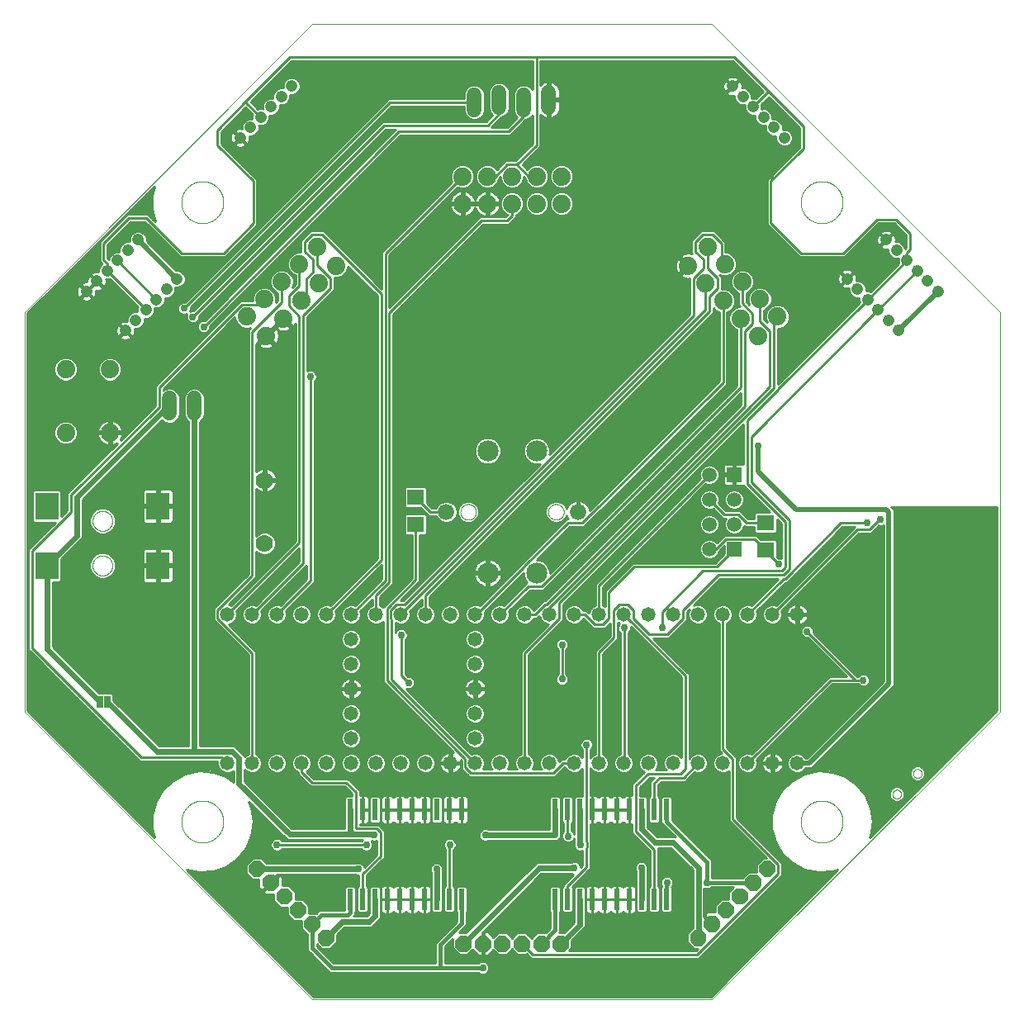
<source format=gtl>
G75*
%MOIN*%
%OFA0B0*%
%FSLAX25Y25*%
%IPPOS*%
%LPD*%
%AMOC8*
5,1,8,0,0,1.08239X$1,22.5*
%
%ADD10C,0.00000*%
%ADD11R,0.09449X0.11024*%
%ADD12C,0.01320*%
%ADD13OC8,0.06600*%
%ADD14C,0.05800*%
%ADD15R,0.02362X0.08661*%
%ADD16R,0.05937X0.05937*%
%ADD17C,0.05937*%
%ADD18R,0.07087X0.06299*%
%ADD19C,0.07400*%
%ADD20C,0.04756*%
%ADD21C,0.07000*%
%ADD22C,0.06000*%
%ADD23C,0.08500*%
%ADD24C,0.06600*%
%ADD25R,0.02500X0.05000*%
%ADD26C,0.02978*%
%ADD27C,0.01000*%
%ADD28C,0.02000*%
%ADD29C,0.01600*%
%ADD30C,0.02400*%
D10*
X0064885Y0073350D02*
X0064888Y0073558D01*
X0064895Y0073765D01*
X0064908Y0073973D01*
X0064926Y0074180D01*
X0064949Y0074386D01*
X0064977Y0074592D01*
X0065010Y0074797D01*
X0065048Y0075001D01*
X0065091Y0075205D01*
X0065139Y0075407D01*
X0065192Y0075608D01*
X0065250Y0075807D01*
X0065312Y0076005D01*
X0065380Y0076202D01*
X0065452Y0076397D01*
X0065529Y0076589D01*
X0065611Y0076780D01*
X0065698Y0076969D01*
X0065789Y0077156D01*
X0065885Y0077340D01*
X0065985Y0077522D01*
X0066089Y0077702D01*
X0066198Y0077879D01*
X0066312Y0078053D01*
X0066429Y0078224D01*
X0066551Y0078393D01*
X0066677Y0078558D01*
X0066806Y0078720D01*
X0066940Y0078879D01*
X0067078Y0079035D01*
X0067219Y0079187D01*
X0067364Y0079336D01*
X0067513Y0079481D01*
X0067665Y0079622D01*
X0067821Y0079760D01*
X0067980Y0079894D01*
X0068142Y0080023D01*
X0068307Y0080149D01*
X0068476Y0080271D01*
X0068647Y0080388D01*
X0068821Y0080502D01*
X0068998Y0080611D01*
X0069178Y0080715D01*
X0069360Y0080815D01*
X0069544Y0080911D01*
X0069731Y0081002D01*
X0069920Y0081089D01*
X0070111Y0081171D01*
X0070303Y0081248D01*
X0070498Y0081320D01*
X0070695Y0081388D01*
X0070893Y0081450D01*
X0071092Y0081508D01*
X0071293Y0081561D01*
X0071495Y0081609D01*
X0071699Y0081652D01*
X0071903Y0081690D01*
X0072108Y0081723D01*
X0072314Y0081751D01*
X0072520Y0081774D01*
X0072727Y0081792D01*
X0072935Y0081805D01*
X0073142Y0081812D01*
X0073350Y0081815D01*
X0073558Y0081812D01*
X0073765Y0081805D01*
X0073973Y0081792D01*
X0074180Y0081774D01*
X0074386Y0081751D01*
X0074592Y0081723D01*
X0074797Y0081690D01*
X0075001Y0081652D01*
X0075205Y0081609D01*
X0075407Y0081561D01*
X0075608Y0081508D01*
X0075807Y0081450D01*
X0076005Y0081388D01*
X0076202Y0081320D01*
X0076397Y0081248D01*
X0076589Y0081171D01*
X0076780Y0081089D01*
X0076969Y0081002D01*
X0077156Y0080911D01*
X0077340Y0080815D01*
X0077522Y0080715D01*
X0077702Y0080611D01*
X0077879Y0080502D01*
X0078053Y0080388D01*
X0078224Y0080271D01*
X0078393Y0080149D01*
X0078558Y0080023D01*
X0078720Y0079894D01*
X0078879Y0079760D01*
X0079035Y0079622D01*
X0079187Y0079481D01*
X0079336Y0079336D01*
X0079481Y0079187D01*
X0079622Y0079035D01*
X0079760Y0078879D01*
X0079894Y0078720D01*
X0080023Y0078558D01*
X0080149Y0078393D01*
X0080271Y0078224D01*
X0080388Y0078053D01*
X0080502Y0077879D01*
X0080611Y0077702D01*
X0080715Y0077522D01*
X0080815Y0077340D01*
X0080911Y0077156D01*
X0081002Y0076969D01*
X0081089Y0076780D01*
X0081171Y0076589D01*
X0081248Y0076397D01*
X0081320Y0076202D01*
X0081388Y0076005D01*
X0081450Y0075807D01*
X0081508Y0075608D01*
X0081561Y0075407D01*
X0081609Y0075205D01*
X0081652Y0075001D01*
X0081690Y0074797D01*
X0081723Y0074592D01*
X0081751Y0074386D01*
X0081774Y0074180D01*
X0081792Y0073973D01*
X0081805Y0073765D01*
X0081812Y0073558D01*
X0081815Y0073350D01*
X0081812Y0073142D01*
X0081805Y0072935D01*
X0081792Y0072727D01*
X0081774Y0072520D01*
X0081751Y0072314D01*
X0081723Y0072108D01*
X0081690Y0071903D01*
X0081652Y0071699D01*
X0081609Y0071495D01*
X0081561Y0071293D01*
X0081508Y0071092D01*
X0081450Y0070893D01*
X0081388Y0070695D01*
X0081320Y0070498D01*
X0081248Y0070303D01*
X0081171Y0070111D01*
X0081089Y0069920D01*
X0081002Y0069731D01*
X0080911Y0069544D01*
X0080815Y0069360D01*
X0080715Y0069178D01*
X0080611Y0068998D01*
X0080502Y0068821D01*
X0080388Y0068647D01*
X0080271Y0068476D01*
X0080149Y0068307D01*
X0080023Y0068142D01*
X0079894Y0067980D01*
X0079760Y0067821D01*
X0079622Y0067665D01*
X0079481Y0067513D01*
X0079336Y0067364D01*
X0079187Y0067219D01*
X0079035Y0067078D01*
X0078879Y0066940D01*
X0078720Y0066806D01*
X0078558Y0066677D01*
X0078393Y0066551D01*
X0078224Y0066429D01*
X0078053Y0066312D01*
X0077879Y0066198D01*
X0077702Y0066089D01*
X0077522Y0065985D01*
X0077340Y0065885D01*
X0077156Y0065789D01*
X0076969Y0065698D01*
X0076780Y0065611D01*
X0076589Y0065529D01*
X0076397Y0065452D01*
X0076202Y0065380D01*
X0076005Y0065312D01*
X0075807Y0065250D01*
X0075608Y0065192D01*
X0075407Y0065139D01*
X0075205Y0065091D01*
X0075001Y0065048D01*
X0074797Y0065010D01*
X0074592Y0064977D01*
X0074386Y0064949D01*
X0074180Y0064926D01*
X0073973Y0064908D01*
X0073765Y0064895D01*
X0073558Y0064888D01*
X0073350Y0064885D01*
X0073142Y0064888D01*
X0072935Y0064895D01*
X0072727Y0064908D01*
X0072520Y0064926D01*
X0072314Y0064949D01*
X0072108Y0064977D01*
X0071903Y0065010D01*
X0071699Y0065048D01*
X0071495Y0065091D01*
X0071293Y0065139D01*
X0071092Y0065192D01*
X0070893Y0065250D01*
X0070695Y0065312D01*
X0070498Y0065380D01*
X0070303Y0065452D01*
X0070111Y0065529D01*
X0069920Y0065611D01*
X0069731Y0065698D01*
X0069544Y0065789D01*
X0069360Y0065885D01*
X0069178Y0065985D01*
X0068998Y0066089D01*
X0068821Y0066198D01*
X0068647Y0066312D01*
X0068476Y0066429D01*
X0068307Y0066551D01*
X0068142Y0066677D01*
X0067980Y0066806D01*
X0067821Y0066940D01*
X0067665Y0067078D01*
X0067513Y0067219D01*
X0067364Y0067364D01*
X0067219Y0067513D01*
X0067078Y0067665D01*
X0066940Y0067821D01*
X0066806Y0067980D01*
X0066677Y0068142D01*
X0066551Y0068307D01*
X0066429Y0068476D01*
X0066312Y0068647D01*
X0066198Y0068821D01*
X0066089Y0068998D01*
X0065985Y0069178D01*
X0065885Y0069360D01*
X0065789Y0069544D01*
X0065698Y0069731D01*
X0065611Y0069920D01*
X0065529Y0070111D01*
X0065452Y0070303D01*
X0065380Y0070498D01*
X0065312Y0070695D01*
X0065250Y0070893D01*
X0065192Y0071092D01*
X0065139Y0071293D01*
X0065091Y0071495D01*
X0065048Y0071699D01*
X0065010Y0071903D01*
X0064977Y0072108D01*
X0064949Y0072314D01*
X0064926Y0072520D01*
X0064908Y0072727D01*
X0064895Y0072935D01*
X0064888Y0073142D01*
X0064885Y0073350D01*
X0001500Y0117642D02*
X0117642Y0001500D01*
X0279059Y0001500D01*
X0395201Y0117642D01*
X0395201Y0279059D01*
X0279059Y0395201D01*
X0117642Y0395201D01*
X0001500Y0279059D01*
X0001500Y0117642D01*
X0028996Y0176697D02*
X0028998Y0176823D01*
X0029004Y0176949D01*
X0029014Y0177075D01*
X0029028Y0177201D01*
X0029046Y0177326D01*
X0029068Y0177450D01*
X0029093Y0177574D01*
X0029123Y0177697D01*
X0029156Y0177818D01*
X0029194Y0177939D01*
X0029235Y0178058D01*
X0029280Y0178177D01*
X0029328Y0178293D01*
X0029380Y0178408D01*
X0029436Y0178521D01*
X0029496Y0178633D01*
X0029559Y0178742D01*
X0029625Y0178850D01*
X0029694Y0178955D01*
X0029767Y0179058D01*
X0029844Y0179159D01*
X0029923Y0179257D01*
X0030005Y0179353D01*
X0030091Y0179446D01*
X0030179Y0179537D01*
X0030270Y0179624D01*
X0030364Y0179709D01*
X0030460Y0179790D01*
X0030559Y0179869D01*
X0030660Y0179944D01*
X0030764Y0180016D01*
X0030870Y0180085D01*
X0030978Y0180151D01*
X0031088Y0180213D01*
X0031200Y0180271D01*
X0031313Y0180326D01*
X0031429Y0180377D01*
X0031546Y0180425D01*
X0031664Y0180469D01*
X0031784Y0180509D01*
X0031905Y0180545D01*
X0032027Y0180578D01*
X0032150Y0180607D01*
X0032274Y0180631D01*
X0032398Y0180652D01*
X0032523Y0180669D01*
X0032649Y0180682D01*
X0032775Y0180691D01*
X0032901Y0180696D01*
X0033028Y0180697D01*
X0033154Y0180694D01*
X0033280Y0180687D01*
X0033406Y0180676D01*
X0033531Y0180661D01*
X0033656Y0180642D01*
X0033780Y0180619D01*
X0033904Y0180593D01*
X0034026Y0180562D01*
X0034148Y0180528D01*
X0034268Y0180489D01*
X0034387Y0180447D01*
X0034505Y0180402D01*
X0034621Y0180352D01*
X0034736Y0180299D01*
X0034848Y0180242D01*
X0034959Y0180182D01*
X0035068Y0180118D01*
X0035175Y0180051D01*
X0035280Y0179981D01*
X0035383Y0179907D01*
X0035483Y0179830D01*
X0035581Y0179750D01*
X0035676Y0179667D01*
X0035768Y0179581D01*
X0035858Y0179492D01*
X0035945Y0179400D01*
X0036028Y0179306D01*
X0036109Y0179209D01*
X0036187Y0179109D01*
X0036262Y0179007D01*
X0036333Y0178903D01*
X0036401Y0178796D01*
X0036465Y0178688D01*
X0036526Y0178577D01*
X0036584Y0178465D01*
X0036638Y0178351D01*
X0036688Y0178235D01*
X0036735Y0178118D01*
X0036778Y0177999D01*
X0036817Y0177879D01*
X0036853Y0177758D01*
X0036884Y0177635D01*
X0036912Y0177512D01*
X0036936Y0177388D01*
X0036956Y0177263D01*
X0036972Y0177138D01*
X0036984Y0177012D01*
X0036992Y0176886D01*
X0036996Y0176760D01*
X0036996Y0176634D01*
X0036992Y0176508D01*
X0036984Y0176382D01*
X0036972Y0176256D01*
X0036956Y0176131D01*
X0036936Y0176006D01*
X0036912Y0175882D01*
X0036884Y0175759D01*
X0036853Y0175636D01*
X0036817Y0175515D01*
X0036778Y0175395D01*
X0036735Y0175276D01*
X0036688Y0175159D01*
X0036638Y0175043D01*
X0036584Y0174929D01*
X0036526Y0174817D01*
X0036465Y0174706D01*
X0036401Y0174598D01*
X0036333Y0174491D01*
X0036262Y0174387D01*
X0036187Y0174285D01*
X0036109Y0174185D01*
X0036028Y0174088D01*
X0035945Y0173994D01*
X0035858Y0173902D01*
X0035768Y0173813D01*
X0035676Y0173727D01*
X0035581Y0173644D01*
X0035483Y0173564D01*
X0035383Y0173487D01*
X0035280Y0173413D01*
X0035175Y0173343D01*
X0035068Y0173276D01*
X0034959Y0173212D01*
X0034848Y0173152D01*
X0034736Y0173095D01*
X0034621Y0173042D01*
X0034505Y0172992D01*
X0034387Y0172947D01*
X0034268Y0172905D01*
X0034148Y0172866D01*
X0034026Y0172832D01*
X0033904Y0172801D01*
X0033780Y0172775D01*
X0033656Y0172752D01*
X0033531Y0172733D01*
X0033406Y0172718D01*
X0033280Y0172707D01*
X0033154Y0172700D01*
X0033028Y0172697D01*
X0032901Y0172698D01*
X0032775Y0172703D01*
X0032649Y0172712D01*
X0032523Y0172725D01*
X0032398Y0172742D01*
X0032274Y0172763D01*
X0032150Y0172787D01*
X0032027Y0172816D01*
X0031905Y0172849D01*
X0031784Y0172885D01*
X0031664Y0172925D01*
X0031546Y0172969D01*
X0031429Y0173017D01*
X0031313Y0173068D01*
X0031200Y0173123D01*
X0031088Y0173181D01*
X0030978Y0173243D01*
X0030870Y0173309D01*
X0030764Y0173378D01*
X0030660Y0173450D01*
X0030559Y0173525D01*
X0030460Y0173604D01*
X0030364Y0173685D01*
X0030270Y0173770D01*
X0030179Y0173857D01*
X0030091Y0173948D01*
X0030005Y0174041D01*
X0029923Y0174137D01*
X0029844Y0174235D01*
X0029767Y0174336D01*
X0029694Y0174439D01*
X0029625Y0174544D01*
X0029559Y0174652D01*
X0029496Y0174761D01*
X0029436Y0174873D01*
X0029380Y0174986D01*
X0029328Y0175101D01*
X0029280Y0175217D01*
X0029235Y0175336D01*
X0029194Y0175455D01*
X0029156Y0175576D01*
X0029123Y0175697D01*
X0029093Y0175820D01*
X0029068Y0175944D01*
X0029046Y0176068D01*
X0029028Y0176193D01*
X0029014Y0176319D01*
X0029004Y0176445D01*
X0028998Y0176571D01*
X0028996Y0176697D01*
X0028996Y0194697D02*
X0028998Y0194823D01*
X0029004Y0194949D01*
X0029014Y0195075D01*
X0029028Y0195201D01*
X0029046Y0195326D01*
X0029068Y0195450D01*
X0029093Y0195574D01*
X0029123Y0195697D01*
X0029156Y0195818D01*
X0029194Y0195939D01*
X0029235Y0196058D01*
X0029280Y0196177D01*
X0029328Y0196293D01*
X0029380Y0196408D01*
X0029436Y0196521D01*
X0029496Y0196633D01*
X0029559Y0196742D01*
X0029625Y0196850D01*
X0029694Y0196955D01*
X0029767Y0197058D01*
X0029844Y0197159D01*
X0029923Y0197257D01*
X0030005Y0197353D01*
X0030091Y0197446D01*
X0030179Y0197537D01*
X0030270Y0197624D01*
X0030364Y0197709D01*
X0030460Y0197790D01*
X0030559Y0197869D01*
X0030660Y0197944D01*
X0030764Y0198016D01*
X0030870Y0198085D01*
X0030978Y0198151D01*
X0031088Y0198213D01*
X0031200Y0198271D01*
X0031313Y0198326D01*
X0031429Y0198377D01*
X0031546Y0198425D01*
X0031664Y0198469D01*
X0031784Y0198509D01*
X0031905Y0198545D01*
X0032027Y0198578D01*
X0032150Y0198607D01*
X0032274Y0198631D01*
X0032398Y0198652D01*
X0032523Y0198669D01*
X0032649Y0198682D01*
X0032775Y0198691D01*
X0032901Y0198696D01*
X0033028Y0198697D01*
X0033154Y0198694D01*
X0033280Y0198687D01*
X0033406Y0198676D01*
X0033531Y0198661D01*
X0033656Y0198642D01*
X0033780Y0198619D01*
X0033904Y0198593D01*
X0034026Y0198562D01*
X0034148Y0198528D01*
X0034268Y0198489D01*
X0034387Y0198447D01*
X0034505Y0198402D01*
X0034621Y0198352D01*
X0034736Y0198299D01*
X0034848Y0198242D01*
X0034959Y0198182D01*
X0035068Y0198118D01*
X0035175Y0198051D01*
X0035280Y0197981D01*
X0035383Y0197907D01*
X0035483Y0197830D01*
X0035581Y0197750D01*
X0035676Y0197667D01*
X0035768Y0197581D01*
X0035858Y0197492D01*
X0035945Y0197400D01*
X0036028Y0197306D01*
X0036109Y0197209D01*
X0036187Y0197109D01*
X0036262Y0197007D01*
X0036333Y0196903D01*
X0036401Y0196796D01*
X0036465Y0196688D01*
X0036526Y0196577D01*
X0036584Y0196465D01*
X0036638Y0196351D01*
X0036688Y0196235D01*
X0036735Y0196118D01*
X0036778Y0195999D01*
X0036817Y0195879D01*
X0036853Y0195758D01*
X0036884Y0195635D01*
X0036912Y0195512D01*
X0036936Y0195388D01*
X0036956Y0195263D01*
X0036972Y0195138D01*
X0036984Y0195012D01*
X0036992Y0194886D01*
X0036996Y0194760D01*
X0036996Y0194634D01*
X0036992Y0194508D01*
X0036984Y0194382D01*
X0036972Y0194256D01*
X0036956Y0194131D01*
X0036936Y0194006D01*
X0036912Y0193882D01*
X0036884Y0193759D01*
X0036853Y0193636D01*
X0036817Y0193515D01*
X0036778Y0193395D01*
X0036735Y0193276D01*
X0036688Y0193159D01*
X0036638Y0193043D01*
X0036584Y0192929D01*
X0036526Y0192817D01*
X0036465Y0192706D01*
X0036401Y0192598D01*
X0036333Y0192491D01*
X0036262Y0192387D01*
X0036187Y0192285D01*
X0036109Y0192185D01*
X0036028Y0192088D01*
X0035945Y0191994D01*
X0035858Y0191902D01*
X0035768Y0191813D01*
X0035676Y0191727D01*
X0035581Y0191644D01*
X0035483Y0191564D01*
X0035383Y0191487D01*
X0035280Y0191413D01*
X0035175Y0191343D01*
X0035068Y0191276D01*
X0034959Y0191212D01*
X0034848Y0191152D01*
X0034736Y0191095D01*
X0034621Y0191042D01*
X0034505Y0190992D01*
X0034387Y0190947D01*
X0034268Y0190905D01*
X0034148Y0190866D01*
X0034026Y0190832D01*
X0033904Y0190801D01*
X0033780Y0190775D01*
X0033656Y0190752D01*
X0033531Y0190733D01*
X0033406Y0190718D01*
X0033280Y0190707D01*
X0033154Y0190700D01*
X0033028Y0190697D01*
X0032901Y0190698D01*
X0032775Y0190703D01*
X0032649Y0190712D01*
X0032523Y0190725D01*
X0032398Y0190742D01*
X0032274Y0190763D01*
X0032150Y0190787D01*
X0032027Y0190816D01*
X0031905Y0190849D01*
X0031784Y0190885D01*
X0031664Y0190925D01*
X0031546Y0190969D01*
X0031429Y0191017D01*
X0031313Y0191068D01*
X0031200Y0191123D01*
X0031088Y0191181D01*
X0030978Y0191243D01*
X0030870Y0191309D01*
X0030764Y0191378D01*
X0030660Y0191450D01*
X0030559Y0191525D01*
X0030460Y0191604D01*
X0030364Y0191685D01*
X0030270Y0191770D01*
X0030179Y0191857D01*
X0030091Y0191948D01*
X0030005Y0192041D01*
X0029923Y0192137D01*
X0029844Y0192235D01*
X0029767Y0192336D01*
X0029694Y0192439D01*
X0029625Y0192544D01*
X0029559Y0192652D01*
X0029496Y0192761D01*
X0029436Y0192873D01*
X0029380Y0192986D01*
X0029328Y0193101D01*
X0029280Y0193217D01*
X0029235Y0193336D01*
X0029194Y0193455D01*
X0029156Y0193576D01*
X0029123Y0193697D01*
X0029093Y0193820D01*
X0029068Y0193944D01*
X0029046Y0194068D01*
X0029028Y0194193D01*
X0029014Y0194319D01*
X0029004Y0194445D01*
X0028998Y0194571D01*
X0028996Y0194697D01*
X0064885Y0323350D02*
X0064888Y0323558D01*
X0064895Y0323765D01*
X0064908Y0323973D01*
X0064926Y0324180D01*
X0064949Y0324386D01*
X0064977Y0324592D01*
X0065010Y0324797D01*
X0065048Y0325001D01*
X0065091Y0325205D01*
X0065139Y0325407D01*
X0065192Y0325608D01*
X0065250Y0325807D01*
X0065312Y0326005D01*
X0065380Y0326202D01*
X0065452Y0326397D01*
X0065529Y0326589D01*
X0065611Y0326780D01*
X0065698Y0326969D01*
X0065789Y0327156D01*
X0065885Y0327340D01*
X0065985Y0327522D01*
X0066089Y0327702D01*
X0066198Y0327879D01*
X0066312Y0328053D01*
X0066429Y0328224D01*
X0066551Y0328393D01*
X0066677Y0328558D01*
X0066806Y0328720D01*
X0066940Y0328879D01*
X0067078Y0329035D01*
X0067219Y0329187D01*
X0067364Y0329336D01*
X0067513Y0329481D01*
X0067665Y0329622D01*
X0067821Y0329760D01*
X0067980Y0329894D01*
X0068142Y0330023D01*
X0068307Y0330149D01*
X0068476Y0330271D01*
X0068647Y0330388D01*
X0068821Y0330502D01*
X0068998Y0330611D01*
X0069178Y0330715D01*
X0069360Y0330815D01*
X0069544Y0330911D01*
X0069731Y0331002D01*
X0069920Y0331089D01*
X0070111Y0331171D01*
X0070303Y0331248D01*
X0070498Y0331320D01*
X0070695Y0331388D01*
X0070893Y0331450D01*
X0071092Y0331508D01*
X0071293Y0331561D01*
X0071495Y0331609D01*
X0071699Y0331652D01*
X0071903Y0331690D01*
X0072108Y0331723D01*
X0072314Y0331751D01*
X0072520Y0331774D01*
X0072727Y0331792D01*
X0072935Y0331805D01*
X0073142Y0331812D01*
X0073350Y0331815D01*
X0073558Y0331812D01*
X0073765Y0331805D01*
X0073973Y0331792D01*
X0074180Y0331774D01*
X0074386Y0331751D01*
X0074592Y0331723D01*
X0074797Y0331690D01*
X0075001Y0331652D01*
X0075205Y0331609D01*
X0075407Y0331561D01*
X0075608Y0331508D01*
X0075807Y0331450D01*
X0076005Y0331388D01*
X0076202Y0331320D01*
X0076397Y0331248D01*
X0076589Y0331171D01*
X0076780Y0331089D01*
X0076969Y0331002D01*
X0077156Y0330911D01*
X0077340Y0330815D01*
X0077522Y0330715D01*
X0077702Y0330611D01*
X0077879Y0330502D01*
X0078053Y0330388D01*
X0078224Y0330271D01*
X0078393Y0330149D01*
X0078558Y0330023D01*
X0078720Y0329894D01*
X0078879Y0329760D01*
X0079035Y0329622D01*
X0079187Y0329481D01*
X0079336Y0329336D01*
X0079481Y0329187D01*
X0079622Y0329035D01*
X0079760Y0328879D01*
X0079894Y0328720D01*
X0080023Y0328558D01*
X0080149Y0328393D01*
X0080271Y0328224D01*
X0080388Y0328053D01*
X0080502Y0327879D01*
X0080611Y0327702D01*
X0080715Y0327522D01*
X0080815Y0327340D01*
X0080911Y0327156D01*
X0081002Y0326969D01*
X0081089Y0326780D01*
X0081171Y0326589D01*
X0081248Y0326397D01*
X0081320Y0326202D01*
X0081388Y0326005D01*
X0081450Y0325807D01*
X0081508Y0325608D01*
X0081561Y0325407D01*
X0081609Y0325205D01*
X0081652Y0325001D01*
X0081690Y0324797D01*
X0081723Y0324592D01*
X0081751Y0324386D01*
X0081774Y0324180D01*
X0081792Y0323973D01*
X0081805Y0323765D01*
X0081812Y0323558D01*
X0081815Y0323350D01*
X0081812Y0323142D01*
X0081805Y0322935D01*
X0081792Y0322727D01*
X0081774Y0322520D01*
X0081751Y0322314D01*
X0081723Y0322108D01*
X0081690Y0321903D01*
X0081652Y0321699D01*
X0081609Y0321495D01*
X0081561Y0321293D01*
X0081508Y0321092D01*
X0081450Y0320893D01*
X0081388Y0320695D01*
X0081320Y0320498D01*
X0081248Y0320303D01*
X0081171Y0320111D01*
X0081089Y0319920D01*
X0081002Y0319731D01*
X0080911Y0319544D01*
X0080815Y0319360D01*
X0080715Y0319178D01*
X0080611Y0318998D01*
X0080502Y0318821D01*
X0080388Y0318647D01*
X0080271Y0318476D01*
X0080149Y0318307D01*
X0080023Y0318142D01*
X0079894Y0317980D01*
X0079760Y0317821D01*
X0079622Y0317665D01*
X0079481Y0317513D01*
X0079336Y0317364D01*
X0079187Y0317219D01*
X0079035Y0317078D01*
X0078879Y0316940D01*
X0078720Y0316806D01*
X0078558Y0316677D01*
X0078393Y0316551D01*
X0078224Y0316429D01*
X0078053Y0316312D01*
X0077879Y0316198D01*
X0077702Y0316089D01*
X0077522Y0315985D01*
X0077340Y0315885D01*
X0077156Y0315789D01*
X0076969Y0315698D01*
X0076780Y0315611D01*
X0076589Y0315529D01*
X0076397Y0315452D01*
X0076202Y0315380D01*
X0076005Y0315312D01*
X0075807Y0315250D01*
X0075608Y0315192D01*
X0075407Y0315139D01*
X0075205Y0315091D01*
X0075001Y0315048D01*
X0074797Y0315010D01*
X0074592Y0314977D01*
X0074386Y0314949D01*
X0074180Y0314926D01*
X0073973Y0314908D01*
X0073765Y0314895D01*
X0073558Y0314888D01*
X0073350Y0314885D01*
X0073142Y0314888D01*
X0072935Y0314895D01*
X0072727Y0314908D01*
X0072520Y0314926D01*
X0072314Y0314949D01*
X0072108Y0314977D01*
X0071903Y0315010D01*
X0071699Y0315048D01*
X0071495Y0315091D01*
X0071293Y0315139D01*
X0071092Y0315192D01*
X0070893Y0315250D01*
X0070695Y0315312D01*
X0070498Y0315380D01*
X0070303Y0315452D01*
X0070111Y0315529D01*
X0069920Y0315611D01*
X0069731Y0315698D01*
X0069544Y0315789D01*
X0069360Y0315885D01*
X0069178Y0315985D01*
X0068998Y0316089D01*
X0068821Y0316198D01*
X0068647Y0316312D01*
X0068476Y0316429D01*
X0068307Y0316551D01*
X0068142Y0316677D01*
X0067980Y0316806D01*
X0067821Y0316940D01*
X0067665Y0317078D01*
X0067513Y0317219D01*
X0067364Y0317364D01*
X0067219Y0317513D01*
X0067078Y0317665D01*
X0066940Y0317821D01*
X0066806Y0317980D01*
X0066677Y0318142D01*
X0066551Y0318307D01*
X0066429Y0318476D01*
X0066312Y0318647D01*
X0066198Y0318821D01*
X0066089Y0318998D01*
X0065985Y0319178D01*
X0065885Y0319360D01*
X0065789Y0319544D01*
X0065698Y0319731D01*
X0065611Y0319920D01*
X0065529Y0320111D01*
X0065452Y0320303D01*
X0065380Y0320498D01*
X0065312Y0320695D01*
X0065250Y0320893D01*
X0065192Y0321092D01*
X0065139Y0321293D01*
X0065091Y0321495D01*
X0065048Y0321699D01*
X0065010Y0321903D01*
X0064977Y0322108D01*
X0064949Y0322314D01*
X0064926Y0322520D01*
X0064908Y0322727D01*
X0064895Y0322935D01*
X0064888Y0323142D01*
X0064885Y0323350D01*
X0177484Y0198350D02*
X0177486Y0198462D01*
X0177492Y0198573D01*
X0177502Y0198685D01*
X0177516Y0198796D01*
X0177533Y0198906D01*
X0177555Y0199016D01*
X0177581Y0199125D01*
X0177610Y0199233D01*
X0177643Y0199339D01*
X0177680Y0199445D01*
X0177721Y0199549D01*
X0177766Y0199652D01*
X0177814Y0199753D01*
X0177865Y0199852D01*
X0177920Y0199949D01*
X0177979Y0200044D01*
X0178040Y0200138D01*
X0178105Y0200229D01*
X0178174Y0200317D01*
X0178245Y0200403D01*
X0178319Y0200487D01*
X0178397Y0200567D01*
X0178477Y0200645D01*
X0178560Y0200721D01*
X0178645Y0200793D01*
X0178733Y0200862D01*
X0178823Y0200928D01*
X0178916Y0200990D01*
X0179011Y0201050D01*
X0179108Y0201106D01*
X0179206Y0201158D01*
X0179307Y0201207D01*
X0179409Y0201252D01*
X0179513Y0201294D01*
X0179618Y0201332D01*
X0179725Y0201366D01*
X0179832Y0201396D01*
X0179941Y0201423D01*
X0180050Y0201445D01*
X0180161Y0201464D01*
X0180271Y0201479D01*
X0180383Y0201490D01*
X0180494Y0201497D01*
X0180606Y0201500D01*
X0180718Y0201499D01*
X0180830Y0201494D01*
X0180941Y0201485D01*
X0181052Y0201472D01*
X0181163Y0201455D01*
X0181273Y0201435D01*
X0181382Y0201410D01*
X0181490Y0201382D01*
X0181597Y0201349D01*
X0181703Y0201313D01*
X0181807Y0201273D01*
X0181910Y0201230D01*
X0182012Y0201183D01*
X0182111Y0201132D01*
X0182209Y0201078D01*
X0182305Y0201020D01*
X0182399Y0200959D01*
X0182490Y0200895D01*
X0182579Y0200828D01*
X0182666Y0200757D01*
X0182750Y0200683D01*
X0182832Y0200607D01*
X0182910Y0200527D01*
X0182986Y0200445D01*
X0183059Y0200360D01*
X0183129Y0200273D01*
X0183195Y0200183D01*
X0183259Y0200091D01*
X0183319Y0199997D01*
X0183376Y0199901D01*
X0183429Y0199802D01*
X0183479Y0199702D01*
X0183525Y0199601D01*
X0183568Y0199497D01*
X0183607Y0199392D01*
X0183642Y0199286D01*
X0183673Y0199179D01*
X0183701Y0199070D01*
X0183724Y0198961D01*
X0183744Y0198851D01*
X0183760Y0198740D01*
X0183772Y0198629D01*
X0183780Y0198518D01*
X0183784Y0198406D01*
X0183784Y0198294D01*
X0183780Y0198182D01*
X0183772Y0198071D01*
X0183760Y0197960D01*
X0183744Y0197849D01*
X0183724Y0197739D01*
X0183701Y0197630D01*
X0183673Y0197521D01*
X0183642Y0197414D01*
X0183607Y0197308D01*
X0183568Y0197203D01*
X0183525Y0197099D01*
X0183479Y0196998D01*
X0183429Y0196898D01*
X0183376Y0196799D01*
X0183319Y0196703D01*
X0183259Y0196609D01*
X0183195Y0196517D01*
X0183129Y0196427D01*
X0183059Y0196340D01*
X0182986Y0196255D01*
X0182910Y0196173D01*
X0182832Y0196093D01*
X0182750Y0196017D01*
X0182666Y0195943D01*
X0182579Y0195872D01*
X0182490Y0195805D01*
X0182399Y0195741D01*
X0182305Y0195680D01*
X0182209Y0195622D01*
X0182111Y0195568D01*
X0182012Y0195517D01*
X0181910Y0195470D01*
X0181807Y0195427D01*
X0181703Y0195387D01*
X0181597Y0195351D01*
X0181490Y0195318D01*
X0181382Y0195290D01*
X0181273Y0195265D01*
X0181163Y0195245D01*
X0181052Y0195228D01*
X0180941Y0195215D01*
X0180830Y0195206D01*
X0180718Y0195201D01*
X0180606Y0195200D01*
X0180494Y0195203D01*
X0180383Y0195210D01*
X0180271Y0195221D01*
X0180161Y0195236D01*
X0180050Y0195255D01*
X0179941Y0195277D01*
X0179832Y0195304D01*
X0179725Y0195334D01*
X0179618Y0195368D01*
X0179513Y0195406D01*
X0179409Y0195448D01*
X0179307Y0195493D01*
X0179206Y0195542D01*
X0179108Y0195594D01*
X0179011Y0195650D01*
X0178916Y0195710D01*
X0178823Y0195772D01*
X0178733Y0195838D01*
X0178645Y0195907D01*
X0178560Y0195979D01*
X0178477Y0196055D01*
X0178397Y0196133D01*
X0178319Y0196213D01*
X0178245Y0196297D01*
X0178174Y0196383D01*
X0178105Y0196471D01*
X0178040Y0196562D01*
X0177979Y0196656D01*
X0177920Y0196751D01*
X0177865Y0196848D01*
X0177814Y0196947D01*
X0177766Y0197048D01*
X0177721Y0197151D01*
X0177680Y0197255D01*
X0177643Y0197361D01*
X0177610Y0197467D01*
X0177581Y0197575D01*
X0177555Y0197684D01*
X0177533Y0197794D01*
X0177516Y0197904D01*
X0177502Y0198015D01*
X0177492Y0198127D01*
X0177486Y0198238D01*
X0177484Y0198350D01*
X0212917Y0198350D02*
X0212919Y0198462D01*
X0212925Y0198573D01*
X0212935Y0198685D01*
X0212949Y0198796D01*
X0212966Y0198906D01*
X0212988Y0199016D01*
X0213014Y0199125D01*
X0213043Y0199233D01*
X0213076Y0199339D01*
X0213113Y0199445D01*
X0213154Y0199549D01*
X0213199Y0199652D01*
X0213247Y0199753D01*
X0213298Y0199852D01*
X0213353Y0199949D01*
X0213412Y0200044D01*
X0213473Y0200138D01*
X0213538Y0200229D01*
X0213607Y0200317D01*
X0213678Y0200403D01*
X0213752Y0200487D01*
X0213830Y0200567D01*
X0213910Y0200645D01*
X0213993Y0200721D01*
X0214078Y0200793D01*
X0214166Y0200862D01*
X0214256Y0200928D01*
X0214349Y0200990D01*
X0214444Y0201050D01*
X0214541Y0201106D01*
X0214639Y0201158D01*
X0214740Y0201207D01*
X0214842Y0201252D01*
X0214946Y0201294D01*
X0215051Y0201332D01*
X0215158Y0201366D01*
X0215265Y0201396D01*
X0215374Y0201423D01*
X0215483Y0201445D01*
X0215594Y0201464D01*
X0215704Y0201479D01*
X0215816Y0201490D01*
X0215927Y0201497D01*
X0216039Y0201500D01*
X0216151Y0201499D01*
X0216263Y0201494D01*
X0216374Y0201485D01*
X0216485Y0201472D01*
X0216596Y0201455D01*
X0216706Y0201435D01*
X0216815Y0201410D01*
X0216923Y0201382D01*
X0217030Y0201349D01*
X0217136Y0201313D01*
X0217240Y0201273D01*
X0217343Y0201230D01*
X0217445Y0201183D01*
X0217544Y0201132D01*
X0217642Y0201078D01*
X0217738Y0201020D01*
X0217832Y0200959D01*
X0217923Y0200895D01*
X0218012Y0200828D01*
X0218099Y0200757D01*
X0218183Y0200683D01*
X0218265Y0200607D01*
X0218343Y0200527D01*
X0218419Y0200445D01*
X0218492Y0200360D01*
X0218562Y0200273D01*
X0218628Y0200183D01*
X0218692Y0200091D01*
X0218752Y0199997D01*
X0218809Y0199901D01*
X0218862Y0199802D01*
X0218912Y0199702D01*
X0218958Y0199601D01*
X0219001Y0199497D01*
X0219040Y0199392D01*
X0219075Y0199286D01*
X0219106Y0199179D01*
X0219134Y0199070D01*
X0219157Y0198961D01*
X0219177Y0198851D01*
X0219193Y0198740D01*
X0219205Y0198629D01*
X0219213Y0198518D01*
X0219217Y0198406D01*
X0219217Y0198294D01*
X0219213Y0198182D01*
X0219205Y0198071D01*
X0219193Y0197960D01*
X0219177Y0197849D01*
X0219157Y0197739D01*
X0219134Y0197630D01*
X0219106Y0197521D01*
X0219075Y0197414D01*
X0219040Y0197308D01*
X0219001Y0197203D01*
X0218958Y0197099D01*
X0218912Y0196998D01*
X0218862Y0196898D01*
X0218809Y0196799D01*
X0218752Y0196703D01*
X0218692Y0196609D01*
X0218628Y0196517D01*
X0218562Y0196427D01*
X0218492Y0196340D01*
X0218419Y0196255D01*
X0218343Y0196173D01*
X0218265Y0196093D01*
X0218183Y0196017D01*
X0218099Y0195943D01*
X0218012Y0195872D01*
X0217923Y0195805D01*
X0217832Y0195741D01*
X0217738Y0195680D01*
X0217642Y0195622D01*
X0217544Y0195568D01*
X0217445Y0195517D01*
X0217343Y0195470D01*
X0217240Y0195427D01*
X0217136Y0195387D01*
X0217030Y0195351D01*
X0216923Y0195318D01*
X0216815Y0195290D01*
X0216706Y0195265D01*
X0216596Y0195245D01*
X0216485Y0195228D01*
X0216374Y0195215D01*
X0216263Y0195206D01*
X0216151Y0195201D01*
X0216039Y0195200D01*
X0215927Y0195203D01*
X0215816Y0195210D01*
X0215704Y0195221D01*
X0215594Y0195236D01*
X0215483Y0195255D01*
X0215374Y0195277D01*
X0215265Y0195304D01*
X0215158Y0195334D01*
X0215051Y0195368D01*
X0214946Y0195406D01*
X0214842Y0195448D01*
X0214740Y0195493D01*
X0214639Y0195542D01*
X0214541Y0195594D01*
X0214444Y0195650D01*
X0214349Y0195710D01*
X0214256Y0195772D01*
X0214166Y0195838D01*
X0214078Y0195907D01*
X0213993Y0195979D01*
X0213910Y0196055D01*
X0213830Y0196133D01*
X0213752Y0196213D01*
X0213678Y0196297D01*
X0213607Y0196383D01*
X0213538Y0196471D01*
X0213473Y0196562D01*
X0213412Y0196656D01*
X0213353Y0196751D01*
X0213298Y0196848D01*
X0213247Y0196947D01*
X0213199Y0197048D01*
X0213154Y0197151D01*
X0213113Y0197255D01*
X0213076Y0197361D01*
X0213043Y0197467D01*
X0213014Y0197575D01*
X0212988Y0197684D01*
X0212966Y0197794D01*
X0212949Y0197904D01*
X0212935Y0198015D01*
X0212925Y0198127D01*
X0212919Y0198238D01*
X0212917Y0198350D01*
X0314885Y0073350D02*
X0314888Y0073558D01*
X0314895Y0073765D01*
X0314908Y0073973D01*
X0314926Y0074180D01*
X0314949Y0074386D01*
X0314977Y0074592D01*
X0315010Y0074797D01*
X0315048Y0075001D01*
X0315091Y0075205D01*
X0315139Y0075407D01*
X0315192Y0075608D01*
X0315250Y0075807D01*
X0315312Y0076005D01*
X0315380Y0076202D01*
X0315452Y0076397D01*
X0315529Y0076589D01*
X0315611Y0076780D01*
X0315698Y0076969D01*
X0315789Y0077156D01*
X0315885Y0077340D01*
X0315985Y0077522D01*
X0316089Y0077702D01*
X0316198Y0077879D01*
X0316312Y0078053D01*
X0316429Y0078224D01*
X0316551Y0078393D01*
X0316677Y0078558D01*
X0316806Y0078720D01*
X0316940Y0078879D01*
X0317078Y0079035D01*
X0317219Y0079187D01*
X0317364Y0079336D01*
X0317513Y0079481D01*
X0317665Y0079622D01*
X0317821Y0079760D01*
X0317980Y0079894D01*
X0318142Y0080023D01*
X0318307Y0080149D01*
X0318476Y0080271D01*
X0318647Y0080388D01*
X0318821Y0080502D01*
X0318998Y0080611D01*
X0319178Y0080715D01*
X0319360Y0080815D01*
X0319544Y0080911D01*
X0319731Y0081002D01*
X0319920Y0081089D01*
X0320111Y0081171D01*
X0320303Y0081248D01*
X0320498Y0081320D01*
X0320695Y0081388D01*
X0320893Y0081450D01*
X0321092Y0081508D01*
X0321293Y0081561D01*
X0321495Y0081609D01*
X0321699Y0081652D01*
X0321903Y0081690D01*
X0322108Y0081723D01*
X0322314Y0081751D01*
X0322520Y0081774D01*
X0322727Y0081792D01*
X0322935Y0081805D01*
X0323142Y0081812D01*
X0323350Y0081815D01*
X0323558Y0081812D01*
X0323765Y0081805D01*
X0323973Y0081792D01*
X0324180Y0081774D01*
X0324386Y0081751D01*
X0324592Y0081723D01*
X0324797Y0081690D01*
X0325001Y0081652D01*
X0325205Y0081609D01*
X0325407Y0081561D01*
X0325608Y0081508D01*
X0325807Y0081450D01*
X0326005Y0081388D01*
X0326202Y0081320D01*
X0326397Y0081248D01*
X0326589Y0081171D01*
X0326780Y0081089D01*
X0326969Y0081002D01*
X0327156Y0080911D01*
X0327340Y0080815D01*
X0327522Y0080715D01*
X0327702Y0080611D01*
X0327879Y0080502D01*
X0328053Y0080388D01*
X0328224Y0080271D01*
X0328393Y0080149D01*
X0328558Y0080023D01*
X0328720Y0079894D01*
X0328879Y0079760D01*
X0329035Y0079622D01*
X0329187Y0079481D01*
X0329336Y0079336D01*
X0329481Y0079187D01*
X0329622Y0079035D01*
X0329760Y0078879D01*
X0329894Y0078720D01*
X0330023Y0078558D01*
X0330149Y0078393D01*
X0330271Y0078224D01*
X0330388Y0078053D01*
X0330502Y0077879D01*
X0330611Y0077702D01*
X0330715Y0077522D01*
X0330815Y0077340D01*
X0330911Y0077156D01*
X0331002Y0076969D01*
X0331089Y0076780D01*
X0331171Y0076589D01*
X0331248Y0076397D01*
X0331320Y0076202D01*
X0331388Y0076005D01*
X0331450Y0075807D01*
X0331508Y0075608D01*
X0331561Y0075407D01*
X0331609Y0075205D01*
X0331652Y0075001D01*
X0331690Y0074797D01*
X0331723Y0074592D01*
X0331751Y0074386D01*
X0331774Y0074180D01*
X0331792Y0073973D01*
X0331805Y0073765D01*
X0331812Y0073558D01*
X0331815Y0073350D01*
X0331812Y0073142D01*
X0331805Y0072935D01*
X0331792Y0072727D01*
X0331774Y0072520D01*
X0331751Y0072314D01*
X0331723Y0072108D01*
X0331690Y0071903D01*
X0331652Y0071699D01*
X0331609Y0071495D01*
X0331561Y0071293D01*
X0331508Y0071092D01*
X0331450Y0070893D01*
X0331388Y0070695D01*
X0331320Y0070498D01*
X0331248Y0070303D01*
X0331171Y0070111D01*
X0331089Y0069920D01*
X0331002Y0069731D01*
X0330911Y0069544D01*
X0330815Y0069360D01*
X0330715Y0069178D01*
X0330611Y0068998D01*
X0330502Y0068821D01*
X0330388Y0068647D01*
X0330271Y0068476D01*
X0330149Y0068307D01*
X0330023Y0068142D01*
X0329894Y0067980D01*
X0329760Y0067821D01*
X0329622Y0067665D01*
X0329481Y0067513D01*
X0329336Y0067364D01*
X0329187Y0067219D01*
X0329035Y0067078D01*
X0328879Y0066940D01*
X0328720Y0066806D01*
X0328558Y0066677D01*
X0328393Y0066551D01*
X0328224Y0066429D01*
X0328053Y0066312D01*
X0327879Y0066198D01*
X0327702Y0066089D01*
X0327522Y0065985D01*
X0327340Y0065885D01*
X0327156Y0065789D01*
X0326969Y0065698D01*
X0326780Y0065611D01*
X0326589Y0065529D01*
X0326397Y0065452D01*
X0326202Y0065380D01*
X0326005Y0065312D01*
X0325807Y0065250D01*
X0325608Y0065192D01*
X0325407Y0065139D01*
X0325205Y0065091D01*
X0325001Y0065048D01*
X0324797Y0065010D01*
X0324592Y0064977D01*
X0324386Y0064949D01*
X0324180Y0064926D01*
X0323973Y0064908D01*
X0323765Y0064895D01*
X0323558Y0064888D01*
X0323350Y0064885D01*
X0323142Y0064888D01*
X0322935Y0064895D01*
X0322727Y0064908D01*
X0322520Y0064926D01*
X0322314Y0064949D01*
X0322108Y0064977D01*
X0321903Y0065010D01*
X0321699Y0065048D01*
X0321495Y0065091D01*
X0321293Y0065139D01*
X0321092Y0065192D01*
X0320893Y0065250D01*
X0320695Y0065312D01*
X0320498Y0065380D01*
X0320303Y0065452D01*
X0320111Y0065529D01*
X0319920Y0065611D01*
X0319731Y0065698D01*
X0319544Y0065789D01*
X0319360Y0065885D01*
X0319178Y0065985D01*
X0318998Y0066089D01*
X0318821Y0066198D01*
X0318647Y0066312D01*
X0318476Y0066429D01*
X0318307Y0066551D01*
X0318142Y0066677D01*
X0317980Y0066806D01*
X0317821Y0066940D01*
X0317665Y0067078D01*
X0317513Y0067219D01*
X0317364Y0067364D01*
X0317219Y0067513D01*
X0317078Y0067665D01*
X0316940Y0067821D01*
X0316806Y0067980D01*
X0316677Y0068142D01*
X0316551Y0068307D01*
X0316429Y0068476D01*
X0316312Y0068647D01*
X0316198Y0068821D01*
X0316089Y0068998D01*
X0315985Y0069178D01*
X0315885Y0069360D01*
X0315789Y0069544D01*
X0315698Y0069731D01*
X0315611Y0069920D01*
X0315529Y0070111D01*
X0315452Y0070303D01*
X0315380Y0070498D01*
X0315312Y0070695D01*
X0315250Y0070893D01*
X0315192Y0071092D01*
X0315139Y0071293D01*
X0315091Y0071495D01*
X0315048Y0071699D01*
X0315010Y0071903D01*
X0314977Y0072108D01*
X0314949Y0072314D01*
X0314926Y0072520D01*
X0314908Y0072727D01*
X0314895Y0072935D01*
X0314888Y0073142D01*
X0314885Y0073350D01*
X0351851Y0084430D02*
X0351853Y0084514D01*
X0351859Y0084597D01*
X0351869Y0084680D01*
X0351883Y0084763D01*
X0351900Y0084845D01*
X0351922Y0084926D01*
X0351947Y0085005D01*
X0351976Y0085084D01*
X0352009Y0085161D01*
X0352045Y0085236D01*
X0352085Y0085310D01*
X0352128Y0085382D01*
X0352175Y0085451D01*
X0352225Y0085518D01*
X0352278Y0085583D01*
X0352334Y0085645D01*
X0352392Y0085705D01*
X0352454Y0085762D01*
X0352518Y0085815D01*
X0352585Y0085866D01*
X0352654Y0085913D01*
X0352725Y0085958D01*
X0352798Y0085998D01*
X0352873Y0086035D01*
X0352950Y0086069D01*
X0353028Y0086099D01*
X0353107Y0086125D01*
X0353188Y0086148D01*
X0353270Y0086166D01*
X0353352Y0086181D01*
X0353435Y0086192D01*
X0353518Y0086199D01*
X0353602Y0086202D01*
X0353686Y0086201D01*
X0353769Y0086196D01*
X0353853Y0086187D01*
X0353935Y0086174D01*
X0354017Y0086158D01*
X0354098Y0086137D01*
X0354179Y0086113D01*
X0354257Y0086085D01*
X0354335Y0086053D01*
X0354411Y0086017D01*
X0354485Y0085978D01*
X0354557Y0085936D01*
X0354627Y0085890D01*
X0354695Y0085841D01*
X0354760Y0085789D01*
X0354823Y0085734D01*
X0354883Y0085676D01*
X0354941Y0085615D01*
X0354995Y0085551D01*
X0355047Y0085485D01*
X0355095Y0085417D01*
X0355140Y0085346D01*
X0355181Y0085273D01*
X0355220Y0085199D01*
X0355254Y0085123D01*
X0355285Y0085045D01*
X0355312Y0084966D01*
X0355336Y0084885D01*
X0355355Y0084804D01*
X0355371Y0084722D01*
X0355383Y0084639D01*
X0355391Y0084555D01*
X0355395Y0084472D01*
X0355395Y0084388D01*
X0355391Y0084305D01*
X0355383Y0084221D01*
X0355371Y0084138D01*
X0355355Y0084056D01*
X0355336Y0083975D01*
X0355312Y0083894D01*
X0355285Y0083815D01*
X0355254Y0083737D01*
X0355220Y0083661D01*
X0355181Y0083587D01*
X0355140Y0083514D01*
X0355095Y0083443D01*
X0355047Y0083375D01*
X0354995Y0083309D01*
X0354941Y0083245D01*
X0354883Y0083184D01*
X0354823Y0083126D01*
X0354760Y0083071D01*
X0354695Y0083019D01*
X0354627Y0082970D01*
X0354557Y0082924D01*
X0354485Y0082882D01*
X0354411Y0082843D01*
X0354335Y0082807D01*
X0354257Y0082775D01*
X0354179Y0082747D01*
X0354098Y0082723D01*
X0354017Y0082702D01*
X0353935Y0082686D01*
X0353853Y0082673D01*
X0353769Y0082664D01*
X0353686Y0082659D01*
X0353602Y0082658D01*
X0353518Y0082661D01*
X0353435Y0082668D01*
X0353352Y0082679D01*
X0353270Y0082694D01*
X0353188Y0082712D01*
X0353107Y0082735D01*
X0353028Y0082761D01*
X0352950Y0082791D01*
X0352873Y0082825D01*
X0352798Y0082862D01*
X0352725Y0082902D01*
X0352654Y0082947D01*
X0352585Y0082994D01*
X0352518Y0083045D01*
X0352454Y0083098D01*
X0352392Y0083155D01*
X0352334Y0083215D01*
X0352278Y0083277D01*
X0352225Y0083342D01*
X0352175Y0083409D01*
X0352128Y0083478D01*
X0352085Y0083550D01*
X0352045Y0083624D01*
X0352009Y0083699D01*
X0351976Y0083776D01*
X0351947Y0083855D01*
X0351922Y0083934D01*
X0351900Y0084015D01*
X0351883Y0084097D01*
X0351869Y0084180D01*
X0351859Y0084263D01*
X0351853Y0084346D01*
X0351851Y0084430D01*
X0360203Y0092782D02*
X0360205Y0092866D01*
X0360211Y0092949D01*
X0360221Y0093032D01*
X0360235Y0093115D01*
X0360252Y0093197D01*
X0360274Y0093278D01*
X0360299Y0093357D01*
X0360328Y0093436D01*
X0360361Y0093513D01*
X0360397Y0093588D01*
X0360437Y0093662D01*
X0360480Y0093734D01*
X0360527Y0093803D01*
X0360577Y0093870D01*
X0360630Y0093935D01*
X0360686Y0093997D01*
X0360744Y0094057D01*
X0360806Y0094114D01*
X0360870Y0094167D01*
X0360937Y0094218D01*
X0361006Y0094265D01*
X0361077Y0094310D01*
X0361150Y0094350D01*
X0361225Y0094387D01*
X0361302Y0094421D01*
X0361380Y0094451D01*
X0361459Y0094477D01*
X0361540Y0094500D01*
X0361622Y0094518D01*
X0361704Y0094533D01*
X0361787Y0094544D01*
X0361870Y0094551D01*
X0361954Y0094554D01*
X0362038Y0094553D01*
X0362121Y0094548D01*
X0362205Y0094539D01*
X0362287Y0094526D01*
X0362369Y0094510D01*
X0362450Y0094489D01*
X0362531Y0094465D01*
X0362609Y0094437D01*
X0362687Y0094405D01*
X0362763Y0094369D01*
X0362837Y0094330D01*
X0362909Y0094288D01*
X0362979Y0094242D01*
X0363047Y0094193D01*
X0363112Y0094141D01*
X0363175Y0094086D01*
X0363235Y0094028D01*
X0363293Y0093967D01*
X0363347Y0093903D01*
X0363399Y0093837D01*
X0363447Y0093769D01*
X0363492Y0093698D01*
X0363533Y0093625D01*
X0363572Y0093551D01*
X0363606Y0093475D01*
X0363637Y0093397D01*
X0363664Y0093318D01*
X0363688Y0093237D01*
X0363707Y0093156D01*
X0363723Y0093074D01*
X0363735Y0092991D01*
X0363743Y0092907D01*
X0363747Y0092824D01*
X0363747Y0092740D01*
X0363743Y0092657D01*
X0363735Y0092573D01*
X0363723Y0092490D01*
X0363707Y0092408D01*
X0363688Y0092327D01*
X0363664Y0092246D01*
X0363637Y0092167D01*
X0363606Y0092089D01*
X0363572Y0092013D01*
X0363533Y0091939D01*
X0363492Y0091866D01*
X0363447Y0091795D01*
X0363399Y0091727D01*
X0363347Y0091661D01*
X0363293Y0091597D01*
X0363235Y0091536D01*
X0363175Y0091478D01*
X0363112Y0091423D01*
X0363047Y0091371D01*
X0362979Y0091322D01*
X0362909Y0091276D01*
X0362837Y0091234D01*
X0362763Y0091195D01*
X0362687Y0091159D01*
X0362609Y0091127D01*
X0362531Y0091099D01*
X0362450Y0091075D01*
X0362369Y0091054D01*
X0362287Y0091038D01*
X0362205Y0091025D01*
X0362121Y0091016D01*
X0362038Y0091011D01*
X0361954Y0091010D01*
X0361870Y0091013D01*
X0361787Y0091020D01*
X0361704Y0091031D01*
X0361622Y0091046D01*
X0361540Y0091064D01*
X0361459Y0091087D01*
X0361380Y0091113D01*
X0361302Y0091143D01*
X0361225Y0091177D01*
X0361150Y0091214D01*
X0361077Y0091254D01*
X0361006Y0091299D01*
X0360937Y0091346D01*
X0360870Y0091397D01*
X0360806Y0091450D01*
X0360744Y0091507D01*
X0360686Y0091567D01*
X0360630Y0091629D01*
X0360577Y0091694D01*
X0360527Y0091761D01*
X0360480Y0091830D01*
X0360437Y0091902D01*
X0360397Y0091976D01*
X0360361Y0092051D01*
X0360328Y0092128D01*
X0360299Y0092207D01*
X0360274Y0092286D01*
X0360252Y0092367D01*
X0360235Y0092449D01*
X0360221Y0092532D01*
X0360211Y0092615D01*
X0360205Y0092698D01*
X0360203Y0092782D01*
X0314885Y0323350D02*
X0314888Y0323558D01*
X0314895Y0323765D01*
X0314908Y0323973D01*
X0314926Y0324180D01*
X0314949Y0324386D01*
X0314977Y0324592D01*
X0315010Y0324797D01*
X0315048Y0325001D01*
X0315091Y0325205D01*
X0315139Y0325407D01*
X0315192Y0325608D01*
X0315250Y0325807D01*
X0315312Y0326005D01*
X0315380Y0326202D01*
X0315452Y0326397D01*
X0315529Y0326589D01*
X0315611Y0326780D01*
X0315698Y0326969D01*
X0315789Y0327156D01*
X0315885Y0327340D01*
X0315985Y0327522D01*
X0316089Y0327702D01*
X0316198Y0327879D01*
X0316312Y0328053D01*
X0316429Y0328224D01*
X0316551Y0328393D01*
X0316677Y0328558D01*
X0316806Y0328720D01*
X0316940Y0328879D01*
X0317078Y0329035D01*
X0317219Y0329187D01*
X0317364Y0329336D01*
X0317513Y0329481D01*
X0317665Y0329622D01*
X0317821Y0329760D01*
X0317980Y0329894D01*
X0318142Y0330023D01*
X0318307Y0330149D01*
X0318476Y0330271D01*
X0318647Y0330388D01*
X0318821Y0330502D01*
X0318998Y0330611D01*
X0319178Y0330715D01*
X0319360Y0330815D01*
X0319544Y0330911D01*
X0319731Y0331002D01*
X0319920Y0331089D01*
X0320111Y0331171D01*
X0320303Y0331248D01*
X0320498Y0331320D01*
X0320695Y0331388D01*
X0320893Y0331450D01*
X0321092Y0331508D01*
X0321293Y0331561D01*
X0321495Y0331609D01*
X0321699Y0331652D01*
X0321903Y0331690D01*
X0322108Y0331723D01*
X0322314Y0331751D01*
X0322520Y0331774D01*
X0322727Y0331792D01*
X0322935Y0331805D01*
X0323142Y0331812D01*
X0323350Y0331815D01*
X0323558Y0331812D01*
X0323765Y0331805D01*
X0323973Y0331792D01*
X0324180Y0331774D01*
X0324386Y0331751D01*
X0324592Y0331723D01*
X0324797Y0331690D01*
X0325001Y0331652D01*
X0325205Y0331609D01*
X0325407Y0331561D01*
X0325608Y0331508D01*
X0325807Y0331450D01*
X0326005Y0331388D01*
X0326202Y0331320D01*
X0326397Y0331248D01*
X0326589Y0331171D01*
X0326780Y0331089D01*
X0326969Y0331002D01*
X0327156Y0330911D01*
X0327340Y0330815D01*
X0327522Y0330715D01*
X0327702Y0330611D01*
X0327879Y0330502D01*
X0328053Y0330388D01*
X0328224Y0330271D01*
X0328393Y0330149D01*
X0328558Y0330023D01*
X0328720Y0329894D01*
X0328879Y0329760D01*
X0329035Y0329622D01*
X0329187Y0329481D01*
X0329336Y0329336D01*
X0329481Y0329187D01*
X0329622Y0329035D01*
X0329760Y0328879D01*
X0329894Y0328720D01*
X0330023Y0328558D01*
X0330149Y0328393D01*
X0330271Y0328224D01*
X0330388Y0328053D01*
X0330502Y0327879D01*
X0330611Y0327702D01*
X0330715Y0327522D01*
X0330815Y0327340D01*
X0330911Y0327156D01*
X0331002Y0326969D01*
X0331089Y0326780D01*
X0331171Y0326589D01*
X0331248Y0326397D01*
X0331320Y0326202D01*
X0331388Y0326005D01*
X0331450Y0325807D01*
X0331508Y0325608D01*
X0331561Y0325407D01*
X0331609Y0325205D01*
X0331652Y0325001D01*
X0331690Y0324797D01*
X0331723Y0324592D01*
X0331751Y0324386D01*
X0331774Y0324180D01*
X0331792Y0323973D01*
X0331805Y0323765D01*
X0331812Y0323558D01*
X0331815Y0323350D01*
X0331812Y0323142D01*
X0331805Y0322935D01*
X0331792Y0322727D01*
X0331774Y0322520D01*
X0331751Y0322314D01*
X0331723Y0322108D01*
X0331690Y0321903D01*
X0331652Y0321699D01*
X0331609Y0321495D01*
X0331561Y0321293D01*
X0331508Y0321092D01*
X0331450Y0320893D01*
X0331388Y0320695D01*
X0331320Y0320498D01*
X0331248Y0320303D01*
X0331171Y0320111D01*
X0331089Y0319920D01*
X0331002Y0319731D01*
X0330911Y0319544D01*
X0330815Y0319360D01*
X0330715Y0319178D01*
X0330611Y0318998D01*
X0330502Y0318821D01*
X0330388Y0318647D01*
X0330271Y0318476D01*
X0330149Y0318307D01*
X0330023Y0318142D01*
X0329894Y0317980D01*
X0329760Y0317821D01*
X0329622Y0317665D01*
X0329481Y0317513D01*
X0329336Y0317364D01*
X0329187Y0317219D01*
X0329035Y0317078D01*
X0328879Y0316940D01*
X0328720Y0316806D01*
X0328558Y0316677D01*
X0328393Y0316551D01*
X0328224Y0316429D01*
X0328053Y0316312D01*
X0327879Y0316198D01*
X0327702Y0316089D01*
X0327522Y0315985D01*
X0327340Y0315885D01*
X0327156Y0315789D01*
X0326969Y0315698D01*
X0326780Y0315611D01*
X0326589Y0315529D01*
X0326397Y0315452D01*
X0326202Y0315380D01*
X0326005Y0315312D01*
X0325807Y0315250D01*
X0325608Y0315192D01*
X0325407Y0315139D01*
X0325205Y0315091D01*
X0325001Y0315048D01*
X0324797Y0315010D01*
X0324592Y0314977D01*
X0324386Y0314949D01*
X0324180Y0314926D01*
X0323973Y0314908D01*
X0323765Y0314895D01*
X0323558Y0314888D01*
X0323350Y0314885D01*
X0323142Y0314888D01*
X0322935Y0314895D01*
X0322727Y0314908D01*
X0322520Y0314926D01*
X0322314Y0314949D01*
X0322108Y0314977D01*
X0321903Y0315010D01*
X0321699Y0315048D01*
X0321495Y0315091D01*
X0321293Y0315139D01*
X0321092Y0315192D01*
X0320893Y0315250D01*
X0320695Y0315312D01*
X0320498Y0315380D01*
X0320303Y0315452D01*
X0320111Y0315529D01*
X0319920Y0315611D01*
X0319731Y0315698D01*
X0319544Y0315789D01*
X0319360Y0315885D01*
X0319178Y0315985D01*
X0318998Y0316089D01*
X0318821Y0316198D01*
X0318647Y0316312D01*
X0318476Y0316429D01*
X0318307Y0316551D01*
X0318142Y0316677D01*
X0317980Y0316806D01*
X0317821Y0316940D01*
X0317665Y0317078D01*
X0317513Y0317219D01*
X0317364Y0317364D01*
X0317219Y0317513D01*
X0317078Y0317665D01*
X0316940Y0317821D01*
X0316806Y0317980D01*
X0316677Y0318142D01*
X0316551Y0318307D01*
X0316429Y0318476D01*
X0316312Y0318647D01*
X0316198Y0318821D01*
X0316089Y0318998D01*
X0315985Y0319178D01*
X0315885Y0319360D01*
X0315789Y0319544D01*
X0315698Y0319731D01*
X0315611Y0319920D01*
X0315529Y0320111D01*
X0315452Y0320303D01*
X0315380Y0320498D01*
X0315312Y0320695D01*
X0315250Y0320893D01*
X0315192Y0321092D01*
X0315139Y0321293D01*
X0315091Y0321495D01*
X0315048Y0321699D01*
X0315010Y0321903D01*
X0314977Y0322108D01*
X0314949Y0322314D01*
X0314926Y0322520D01*
X0314908Y0322727D01*
X0314895Y0322935D01*
X0314888Y0323142D01*
X0314885Y0323350D01*
D11*
X0055437Y0200713D03*
X0055437Y0176697D03*
X0010555Y0176697D03*
X0010555Y0200713D03*
D12*
X0094923Y0056276D02*
X0094263Y0056936D01*
X0096449Y0056936D01*
X0097995Y0055390D01*
X0097995Y0053204D01*
X0096449Y0051658D01*
X0094263Y0051658D01*
X0092717Y0053204D01*
X0092717Y0055390D01*
X0094263Y0056936D01*
X0094673Y0055946D01*
X0096039Y0055946D01*
X0097005Y0054980D01*
X0097005Y0053614D01*
X0096039Y0052648D01*
X0094673Y0052648D01*
X0093707Y0053614D01*
X0093707Y0054980D01*
X0094673Y0055946D01*
X0095083Y0054956D01*
X0095629Y0054956D01*
X0096015Y0054570D01*
X0096015Y0054024D01*
X0095629Y0053638D01*
X0095083Y0053638D01*
X0094697Y0054024D01*
X0094697Y0054570D01*
X0095083Y0054956D01*
X0100491Y0050709D02*
X0099831Y0051369D01*
X0102017Y0051369D01*
X0103563Y0049823D01*
X0103563Y0047637D01*
X0102017Y0046091D01*
X0099831Y0046091D01*
X0098285Y0047637D01*
X0098285Y0049823D01*
X0099831Y0051369D01*
X0100241Y0050379D01*
X0101607Y0050379D01*
X0102573Y0049413D01*
X0102573Y0048047D01*
X0101607Y0047081D01*
X0100241Y0047081D01*
X0099275Y0048047D01*
X0099275Y0049413D01*
X0100241Y0050379D01*
X0100651Y0049389D01*
X0101197Y0049389D01*
X0101583Y0049003D01*
X0101583Y0048457D01*
X0101197Y0048071D01*
X0100651Y0048071D01*
X0100265Y0048457D01*
X0100265Y0049003D01*
X0100651Y0049389D01*
X0106059Y0045141D02*
X0105399Y0045801D01*
X0107585Y0045801D01*
X0109131Y0044255D01*
X0109131Y0042069D01*
X0107585Y0040523D01*
X0105399Y0040523D01*
X0103853Y0042069D01*
X0103853Y0044255D01*
X0105399Y0045801D01*
X0105809Y0044811D01*
X0107175Y0044811D01*
X0108141Y0043845D01*
X0108141Y0042479D01*
X0107175Y0041513D01*
X0105809Y0041513D01*
X0104843Y0042479D01*
X0104843Y0043845D01*
X0105809Y0044811D01*
X0106219Y0043821D01*
X0106765Y0043821D01*
X0107151Y0043435D01*
X0107151Y0042889D01*
X0106765Y0042503D01*
X0106219Y0042503D01*
X0105833Y0042889D01*
X0105833Y0043435D01*
X0106219Y0043821D01*
X0111626Y0039573D02*
X0110966Y0040233D01*
X0113152Y0040233D01*
X0114698Y0038687D01*
X0114698Y0036501D01*
X0113152Y0034955D01*
X0110966Y0034955D01*
X0109420Y0036501D01*
X0109420Y0038687D01*
X0110966Y0040233D01*
X0111376Y0039243D01*
X0112742Y0039243D01*
X0113708Y0038277D01*
X0113708Y0036911D01*
X0112742Y0035945D01*
X0111376Y0035945D01*
X0110410Y0036911D01*
X0110410Y0038277D01*
X0111376Y0039243D01*
X0111786Y0038253D01*
X0112332Y0038253D01*
X0112718Y0037867D01*
X0112718Y0037321D01*
X0112332Y0036935D01*
X0111786Y0036935D01*
X0111400Y0037321D01*
X0111400Y0037867D01*
X0111786Y0038253D01*
X0117194Y0034005D02*
X0116534Y0034665D01*
X0118720Y0034665D01*
X0120266Y0033119D01*
X0120266Y0030933D01*
X0118720Y0029387D01*
X0116534Y0029387D01*
X0114988Y0030933D01*
X0114988Y0033119D01*
X0116534Y0034665D01*
X0116944Y0033675D01*
X0118310Y0033675D01*
X0119276Y0032709D01*
X0119276Y0031343D01*
X0118310Y0030377D01*
X0116944Y0030377D01*
X0115978Y0031343D01*
X0115978Y0032709D01*
X0116944Y0033675D01*
X0117354Y0032685D01*
X0117900Y0032685D01*
X0118286Y0032299D01*
X0118286Y0031753D01*
X0117900Y0031367D01*
X0117354Y0031367D01*
X0116968Y0031753D01*
X0116968Y0032299D01*
X0117354Y0032685D01*
X0122762Y0028438D02*
X0122102Y0029098D01*
X0124288Y0029098D01*
X0125834Y0027552D01*
X0125834Y0025366D01*
X0124288Y0023820D01*
X0122102Y0023820D01*
X0120556Y0025366D01*
X0120556Y0027552D01*
X0122102Y0029098D01*
X0122512Y0028108D01*
X0123878Y0028108D01*
X0124844Y0027142D01*
X0124844Y0025776D01*
X0123878Y0024810D01*
X0122512Y0024810D01*
X0121546Y0025776D01*
X0121546Y0027142D01*
X0122512Y0028108D01*
X0122922Y0027118D01*
X0123468Y0027118D01*
X0123854Y0026732D01*
X0123854Y0026186D01*
X0123468Y0025800D01*
X0122922Y0025800D01*
X0122536Y0026186D01*
X0122536Y0026732D01*
X0122922Y0027118D01*
X0271527Y0026026D02*
X0270867Y0025366D01*
X0270867Y0027552D01*
X0272413Y0029098D01*
X0274599Y0029098D01*
X0276145Y0027552D01*
X0276145Y0025366D01*
X0274599Y0023820D01*
X0272413Y0023820D01*
X0270867Y0025366D01*
X0271857Y0025776D01*
X0271857Y0027142D01*
X0272823Y0028108D01*
X0274189Y0028108D01*
X0275155Y0027142D01*
X0275155Y0025776D01*
X0274189Y0024810D01*
X0272823Y0024810D01*
X0271857Y0025776D01*
X0272847Y0026186D01*
X0272847Y0026732D01*
X0273233Y0027118D01*
X0273779Y0027118D01*
X0274165Y0026732D01*
X0274165Y0026186D01*
X0273779Y0025800D01*
X0273233Y0025800D01*
X0272847Y0026186D01*
X0277095Y0031593D02*
X0276435Y0030933D01*
X0276435Y0033119D01*
X0277981Y0034665D01*
X0280167Y0034665D01*
X0281713Y0033119D01*
X0281713Y0030933D01*
X0280167Y0029387D01*
X0277981Y0029387D01*
X0276435Y0030933D01*
X0277425Y0031343D01*
X0277425Y0032709D01*
X0278391Y0033675D01*
X0279757Y0033675D01*
X0280723Y0032709D01*
X0280723Y0031343D01*
X0279757Y0030377D01*
X0278391Y0030377D01*
X0277425Y0031343D01*
X0278415Y0031753D01*
X0278415Y0032299D01*
X0278801Y0032685D01*
X0279347Y0032685D01*
X0279733Y0032299D01*
X0279733Y0031753D01*
X0279347Y0031367D01*
X0278801Y0031367D01*
X0278415Y0031753D01*
X0282662Y0037161D02*
X0282002Y0036501D01*
X0282002Y0038687D01*
X0283548Y0040233D01*
X0285734Y0040233D01*
X0287280Y0038687D01*
X0287280Y0036501D01*
X0285734Y0034955D01*
X0283548Y0034955D01*
X0282002Y0036501D01*
X0282992Y0036911D01*
X0282992Y0038277D01*
X0283958Y0039243D01*
X0285324Y0039243D01*
X0286290Y0038277D01*
X0286290Y0036911D01*
X0285324Y0035945D01*
X0283958Y0035945D01*
X0282992Y0036911D01*
X0283982Y0037321D01*
X0283982Y0037867D01*
X0284368Y0038253D01*
X0284914Y0038253D01*
X0285300Y0037867D01*
X0285300Y0037321D01*
X0284914Y0036935D01*
X0284368Y0036935D01*
X0283982Y0037321D01*
X0288230Y0042729D02*
X0287570Y0042069D01*
X0287570Y0044255D01*
X0289116Y0045801D01*
X0291302Y0045801D01*
X0292848Y0044255D01*
X0292848Y0042069D01*
X0291302Y0040523D01*
X0289116Y0040523D01*
X0287570Y0042069D01*
X0288560Y0042479D01*
X0288560Y0043845D01*
X0289526Y0044811D01*
X0290892Y0044811D01*
X0291858Y0043845D01*
X0291858Y0042479D01*
X0290892Y0041513D01*
X0289526Y0041513D01*
X0288560Y0042479D01*
X0289550Y0042889D01*
X0289550Y0043435D01*
X0289936Y0043821D01*
X0290482Y0043821D01*
X0290868Y0043435D01*
X0290868Y0042889D01*
X0290482Y0042503D01*
X0289936Y0042503D01*
X0289550Y0042889D01*
X0293798Y0048297D02*
X0293138Y0047637D01*
X0293138Y0049823D01*
X0294684Y0051369D01*
X0296870Y0051369D01*
X0298416Y0049823D01*
X0298416Y0047637D01*
X0296870Y0046091D01*
X0294684Y0046091D01*
X0293138Y0047637D01*
X0294128Y0048047D01*
X0294128Y0049413D01*
X0295094Y0050379D01*
X0296460Y0050379D01*
X0297426Y0049413D01*
X0297426Y0048047D01*
X0296460Y0047081D01*
X0295094Y0047081D01*
X0294128Y0048047D01*
X0295118Y0048457D01*
X0295118Y0049003D01*
X0295504Y0049389D01*
X0296050Y0049389D01*
X0296436Y0049003D01*
X0296436Y0048457D01*
X0296050Y0048071D01*
X0295504Y0048071D01*
X0295118Y0048457D01*
X0299366Y0053864D02*
X0298706Y0053204D01*
X0298706Y0055390D01*
X0300252Y0056936D01*
X0302438Y0056936D01*
X0303984Y0055390D01*
X0303984Y0053204D01*
X0302438Y0051658D01*
X0300252Y0051658D01*
X0298706Y0053204D01*
X0299696Y0053614D01*
X0299696Y0054980D01*
X0300662Y0055946D01*
X0302028Y0055946D01*
X0302994Y0054980D01*
X0302994Y0053614D01*
X0302028Y0052648D01*
X0300662Y0052648D01*
X0299696Y0053614D01*
X0300686Y0054024D01*
X0300686Y0054570D01*
X0301072Y0054956D01*
X0301618Y0054956D01*
X0302004Y0054570D01*
X0302004Y0054024D01*
X0301618Y0053638D01*
X0301072Y0053638D01*
X0300686Y0054024D01*
D13*
X0218035Y0024138D03*
X0210161Y0024138D03*
X0202287Y0024138D03*
X0194413Y0024138D03*
X0186539Y0024138D03*
X0178665Y0024138D03*
D14*
X0183429Y0096992D03*
X0173429Y0096992D03*
X0163429Y0096992D03*
X0153429Y0096992D03*
X0143429Y0096992D03*
X0133429Y0096992D03*
X0123429Y0096992D03*
X0113429Y0096992D03*
X0103429Y0096992D03*
X0093429Y0096992D03*
X0083429Y0096992D03*
X0133429Y0106992D03*
X0133429Y0116992D03*
X0133429Y0126992D03*
X0133429Y0136992D03*
X0133429Y0146992D03*
X0133429Y0156992D03*
X0123429Y0156992D03*
X0113429Y0156992D03*
X0103429Y0156992D03*
X0093429Y0156992D03*
X0083429Y0156992D03*
X0143429Y0156992D03*
X0153429Y0156992D03*
X0163429Y0156992D03*
X0173429Y0156992D03*
X0183429Y0156992D03*
X0183429Y0146992D03*
X0183429Y0136992D03*
X0183429Y0126992D03*
X0183429Y0116992D03*
X0183429Y0106992D03*
X0193429Y0096992D03*
X0203429Y0096992D03*
X0213429Y0096992D03*
X0223429Y0096992D03*
X0233429Y0096992D03*
X0243429Y0096992D03*
X0253429Y0096992D03*
X0263429Y0096992D03*
X0273429Y0096992D03*
X0283429Y0096992D03*
X0293429Y0096992D03*
X0303429Y0096992D03*
X0313429Y0096992D03*
X0313429Y0156992D03*
X0303429Y0156992D03*
X0293429Y0156992D03*
X0283429Y0156992D03*
X0273429Y0156992D03*
X0263429Y0156992D03*
X0253429Y0156992D03*
X0243429Y0156992D03*
X0233429Y0156992D03*
X0223429Y0156992D03*
X0213429Y0156992D03*
X0203429Y0156992D03*
X0193429Y0156992D03*
D15*
X0178035Y0078173D03*
X0173035Y0078173D03*
X0168035Y0078173D03*
X0163035Y0078173D03*
X0158035Y0078173D03*
X0153035Y0078173D03*
X0148035Y0078173D03*
X0143035Y0078173D03*
X0138035Y0078173D03*
X0133035Y0078173D03*
X0133035Y0041953D03*
X0138035Y0041953D03*
X0143035Y0041953D03*
X0148035Y0041953D03*
X0153035Y0041953D03*
X0158035Y0041953D03*
X0163035Y0041953D03*
X0168035Y0041953D03*
X0173035Y0041953D03*
X0178035Y0041953D03*
X0215713Y0041953D03*
X0220713Y0041953D03*
X0225713Y0041953D03*
X0230713Y0041953D03*
X0235713Y0041953D03*
X0240713Y0041953D03*
X0245713Y0041953D03*
X0250713Y0041953D03*
X0255713Y0041953D03*
X0260713Y0041953D03*
X0260713Y0078173D03*
X0255713Y0078173D03*
X0250713Y0078173D03*
X0245713Y0078173D03*
X0240713Y0078173D03*
X0235713Y0078173D03*
X0230713Y0078173D03*
X0225713Y0078173D03*
X0220713Y0078173D03*
X0215713Y0078173D03*
D16*
X0287996Y0183350D03*
X0287996Y0213350D03*
D17*
X0287996Y0203350D03*
X0287996Y0193350D03*
X0277996Y0193350D03*
X0277996Y0183350D03*
X0277996Y0203350D03*
X0277996Y0213350D03*
D18*
X0300713Y0194020D03*
X0300713Y0182996D03*
X0159472Y0193331D03*
X0159472Y0204354D03*
D19*
X0099023Y0269394D03*
X0106094Y0276465D03*
X0113165Y0283536D03*
X0120236Y0290607D03*
X0127307Y0297678D03*
X0119529Y0305456D03*
X0112458Y0298385D03*
X0105387Y0291314D03*
X0098315Y0284243D03*
X0091244Y0277172D03*
X0035991Y0255934D03*
X0018191Y0255934D03*
X0018191Y0230334D03*
X0035991Y0230334D03*
X0178350Y0322772D03*
X0188350Y0322772D03*
X0198350Y0322772D03*
X0208350Y0322772D03*
X0218350Y0322772D03*
X0218350Y0333772D03*
X0208350Y0333772D03*
X0198350Y0333772D03*
X0188350Y0333772D03*
X0178350Y0333772D03*
X0269394Y0297678D03*
X0276465Y0290607D03*
X0283536Y0283536D03*
X0291314Y0291314D03*
X0284243Y0298385D03*
X0277172Y0305456D03*
X0298385Y0284243D03*
X0305456Y0277172D03*
X0297678Y0269394D03*
X0290607Y0276465D03*
D20*
X0333580Y0292451D03*
X0337756Y0288276D03*
X0341932Y0284100D03*
X0346108Y0279924D03*
X0350283Y0275748D03*
X0354459Y0271572D03*
X0370207Y0287320D03*
X0366031Y0291496D03*
X0361856Y0295672D03*
X0357680Y0299848D03*
X0353504Y0304024D03*
X0349328Y0308199D03*
X0308199Y0349328D03*
X0304024Y0353504D03*
X0299848Y0357680D03*
X0295672Y0361856D03*
X0291496Y0366031D03*
X0287320Y0370207D03*
X0109381Y0370207D03*
X0105205Y0366031D03*
X0101029Y0361856D03*
X0096853Y0357680D03*
X0092677Y0353504D03*
X0088501Y0349328D03*
X0047373Y0308199D03*
X0043197Y0304024D03*
X0039021Y0299848D03*
X0034845Y0295672D03*
X0030669Y0291496D03*
X0026493Y0287320D03*
X0042242Y0271572D03*
X0046417Y0275748D03*
X0050593Y0279924D03*
X0054769Y0284100D03*
X0058945Y0288276D03*
X0063121Y0292451D03*
D21*
X0098449Y0211146D03*
X0098449Y0185555D03*
D22*
X0070063Y0238165D02*
X0070063Y0244165D01*
X0060063Y0244165D02*
X0060063Y0238165D01*
X0183114Y0360689D02*
X0183114Y0366689D01*
X0193114Y0367689D02*
X0193114Y0361689D01*
X0203114Y0360689D02*
X0203114Y0366689D01*
X0213114Y0367689D02*
X0213114Y0361689D01*
D23*
X0208193Y0222957D03*
X0188508Y0222957D03*
X0188508Y0173744D03*
X0208193Y0173744D03*
D24*
X0224925Y0198350D03*
X0171776Y0198350D03*
D25*
X0035088Y0121579D03*
X0031888Y0121579D03*
D26*
X0046776Y0167346D03*
X0046776Y0173252D03*
X0046776Y0179157D03*
X0053173Y0167346D03*
X0046776Y0198350D03*
X0046776Y0204256D03*
X0046776Y0210161D03*
X0053173Y0210161D03*
X0116947Y0252976D03*
X0073843Y0273154D03*
X0069413Y0277091D03*
X0065969Y0280535D03*
X0153567Y0148646D03*
X0156520Y0129453D03*
X0112228Y0125516D03*
X0142740Y0067937D03*
X0139564Y0064000D03*
X0136343Y0054157D03*
X0150614Y0050220D03*
X0155535Y0050220D03*
X0160457Y0050220D03*
X0160457Y0058587D03*
X0155535Y0058587D03*
X0150614Y0058587D03*
X0167839Y0054157D03*
X0173252Y0064000D03*
X0187524Y0067937D03*
X0220988Y0067445D03*
X0225909Y0064000D03*
X0233291Y0058587D03*
X0238213Y0058587D03*
X0243134Y0058587D03*
X0250516Y0054650D03*
X0243134Y0050220D03*
X0238213Y0050220D03*
X0233291Y0050220D03*
X0223449Y0054650D03*
X0233291Y0031520D03*
X0233291Y0027583D03*
X0233291Y0023646D03*
X0238213Y0023646D03*
X0238213Y0027583D03*
X0238213Y0031520D03*
X0243134Y0031520D03*
X0243134Y0027583D03*
X0243134Y0023646D03*
X0260850Y0048744D03*
X0277091Y0048744D03*
X0228370Y0104354D03*
X0226894Y0126500D03*
X0218528Y0130929D03*
X0218528Y0144709D03*
X0243626Y0151598D03*
X0258882Y0151598D03*
X0295299Y0138803D03*
X0317445Y0150122D03*
X0306126Y0177189D03*
X0341559Y0193921D03*
X0346972Y0195398D03*
X0297760Y0224925D03*
X0340083Y0130437D03*
X0186539Y0014295D03*
X0160457Y0023646D03*
X0160457Y0027583D03*
X0160457Y0031520D03*
X0155535Y0031520D03*
X0155535Y0027583D03*
X0155535Y0023646D03*
X0150614Y0023646D03*
X0150614Y0027583D03*
X0150614Y0031520D03*
X0103370Y0064000D03*
D27*
X0071949Y0052865D02*
X0067109Y0053871D01*
X0118180Y0002800D01*
X0278521Y0002800D01*
X0329761Y0054040D01*
X0327528Y0053247D01*
X0321949Y0052865D01*
X0316474Y0054003D01*
X0311509Y0056575D01*
X0307423Y0060392D01*
X0307423Y0060392D01*
X0307423Y0060392D01*
X0304517Y0065170D01*
X0304517Y0065170D01*
X0303009Y0070554D01*
X0303009Y0076146D01*
X0304517Y0081531D01*
X0304517Y0081531D01*
X0307423Y0086309D01*
X0307423Y0086309D01*
X0311509Y0090125D01*
X0311509Y0090125D01*
X0316474Y0092698D01*
X0316474Y0092698D01*
X0321949Y0093836D01*
X0321949Y0093836D01*
X0327528Y0093454D01*
X0327528Y0093454D01*
X0332797Y0091581D01*
X0332797Y0091581D01*
X0337365Y0088357D01*
X0337365Y0088357D01*
X0340894Y0084019D01*
X0340894Y0084019D01*
X0343122Y0078890D01*
X0343122Y0078890D01*
X0343883Y0073350D01*
X0343122Y0067811D01*
X0343122Y0067811D01*
X0342808Y0067087D01*
X0393901Y0118180D01*
X0393901Y0200319D01*
X0351419Y0200319D01*
X0351533Y0200204D01*
X0352517Y0199220D01*
X0352517Y0128189D01*
X0320450Y0096122D01*
X0319220Y0094892D01*
X0316889Y0094892D01*
X0316820Y0094726D01*
X0315695Y0093601D01*
X0314225Y0092992D01*
X0312633Y0092992D01*
X0311163Y0093601D01*
X0310038Y0094726D01*
X0309429Y0096196D01*
X0309429Y0097788D01*
X0310038Y0099258D01*
X0311163Y0100383D01*
X0312633Y0100992D01*
X0314225Y0100992D01*
X0315695Y0100383D01*
X0316820Y0099258D01*
X0316889Y0099092D01*
X0317481Y0099092D01*
X0348317Y0129929D01*
X0348317Y0193152D01*
X0347487Y0192809D01*
X0346457Y0192809D01*
X0346396Y0192834D01*
X0344231Y0190670D01*
X0343294Y0189732D01*
X0338432Y0189732D01*
X0307153Y0158454D01*
X0307429Y0157788D01*
X0307429Y0156196D01*
X0306820Y0154726D01*
X0305695Y0153601D01*
X0304225Y0152992D01*
X0302633Y0152992D01*
X0301163Y0153601D01*
X0300038Y0154726D01*
X0299429Y0156196D01*
X0299429Y0157788D01*
X0300038Y0159258D01*
X0301163Y0160383D01*
X0302633Y0160992D01*
X0304225Y0160992D01*
X0304891Y0160716D01*
X0336169Y0191995D01*
X0336496Y0192321D01*
X0331708Y0192321D01*
X0309187Y0169800D01*
X0308500Y0169800D01*
X0297153Y0158454D01*
X0297429Y0157788D01*
X0297429Y0156196D01*
X0296820Y0154726D01*
X0295695Y0153601D01*
X0294225Y0152992D01*
X0292633Y0152992D01*
X0291163Y0153601D01*
X0290038Y0154726D01*
X0289429Y0156196D01*
X0289429Y0157788D01*
X0290038Y0159258D01*
X0291163Y0160383D01*
X0292633Y0160992D01*
X0294225Y0160992D01*
X0294891Y0160716D01*
X0305574Y0171400D01*
X0282423Y0171400D01*
X0271577Y0160555D01*
X0272633Y0160992D01*
X0274225Y0160992D01*
X0275695Y0160383D01*
X0276820Y0159258D01*
X0277429Y0157788D01*
X0277429Y0156196D01*
X0276820Y0154726D01*
X0275695Y0153601D01*
X0274225Y0152992D01*
X0272633Y0152992D01*
X0271163Y0153601D01*
X0270038Y0154726D01*
X0269429Y0156196D01*
X0269429Y0157788D01*
X0269867Y0158844D01*
X0269029Y0158007D01*
X0269029Y0154673D01*
X0262703Y0148347D01*
X0261766Y0147409D01*
X0255275Y0147409D01*
X0268895Y0133789D01*
X0269832Y0132852D01*
X0269832Y0098761D01*
X0270038Y0099258D01*
X0271163Y0100383D01*
X0272633Y0100992D01*
X0274225Y0100992D01*
X0275695Y0100383D01*
X0276820Y0099258D01*
X0277429Y0097788D01*
X0277429Y0096196D01*
X0276820Y0094726D01*
X0275695Y0093601D01*
X0274225Y0092992D01*
X0272633Y0092992D01*
X0271968Y0093268D01*
X0269104Y0090404D01*
X0268167Y0089467D01*
X0258560Y0089467D01*
X0257313Y0088219D01*
X0257313Y0083604D01*
X0257349Y0083604D01*
X0257994Y0082960D01*
X0257994Y0073387D01*
X0257349Y0072743D01*
X0254076Y0072743D01*
X0253431Y0073387D01*
X0253431Y0082960D01*
X0254076Y0083604D01*
X0254113Y0083604D01*
X0254113Y0089545D01*
X0255635Y0091067D01*
X0253880Y0091067D01*
X0250013Y0087199D01*
X0250013Y0083604D01*
X0252349Y0083604D01*
X0252994Y0082960D01*
X0252994Y0079145D01*
X0253013Y0079126D01*
X0253013Y0071153D01*
X0256882Y0067284D01*
X0264230Y0067284D01*
X0258813Y0072701D01*
X0258813Y0073006D01*
X0258431Y0073387D01*
X0258431Y0082960D01*
X0259076Y0083604D01*
X0262349Y0083604D01*
X0262994Y0082960D01*
X0262994Y0073894D01*
X0277878Y0059010D01*
X0278991Y0057897D01*
X0278991Y0050644D01*
X0291469Y0050644D01*
X0293954Y0053130D01*
X0296945Y0053130D01*
X0296945Y0056120D01*
X0299522Y0058697D01*
X0300904Y0058697D01*
X0286766Y0072835D01*
X0285829Y0073773D01*
X0285829Y0093735D01*
X0285695Y0093601D01*
X0284225Y0092992D01*
X0282633Y0092992D01*
X0281163Y0093601D01*
X0280038Y0094726D01*
X0279429Y0096196D01*
X0279429Y0097788D01*
X0280038Y0099258D01*
X0281163Y0100383D01*
X0282633Y0100992D01*
X0282823Y0100992D01*
X0281829Y0101986D01*
X0281829Y0153325D01*
X0281163Y0153601D01*
X0280038Y0154726D01*
X0279429Y0156196D01*
X0279429Y0157788D01*
X0280038Y0159258D01*
X0281163Y0160383D01*
X0282633Y0160992D01*
X0284225Y0160992D01*
X0285695Y0160383D01*
X0286820Y0159258D01*
X0287429Y0157788D01*
X0287429Y0156196D01*
X0286820Y0154726D01*
X0285695Y0153601D01*
X0285029Y0153325D01*
X0285029Y0103312D01*
X0289029Y0099312D01*
X0289029Y0075098D01*
X0307345Y0056783D01*
X0307345Y0051637D01*
X0274754Y0019046D01*
X0274754Y0019046D01*
X0273816Y0018109D01*
X0206054Y0018109D01*
X0204267Y0019895D01*
X0204110Y0019738D01*
X0200465Y0019738D01*
X0198350Y0021852D01*
X0196236Y0019738D01*
X0192591Y0019738D01*
X0190759Y0021569D01*
X0188528Y0019338D01*
X0186839Y0019338D01*
X0186839Y0023838D01*
X0186239Y0023838D01*
X0186239Y0019338D01*
X0184551Y0019338D01*
X0182320Y0021569D01*
X0180488Y0019738D01*
X0176843Y0019738D01*
X0174265Y0022315D01*
X0174265Y0025909D01*
X0171215Y0022859D01*
X0171215Y0016195D01*
X0184778Y0016195D01*
X0185073Y0016490D01*
X0186024Y0016884D01*
X0187054Y0016884D01*
X0188006Y0016490D01*
X0188734Y0015762D01*
X0189128Y0014810D01*
X0189128Y0013780D01*
X0188734Y0012829D01*
X0188006Y0012100D01*
X0187054Y0011706D01*
X0186024Y0011706D01*
X0185073Y0012100D01*
X0184778Y0012395D01*
X0124729Y0012395D01*
X0116840Y0020284D01*
X0115727Y0021397D01*
X0115727Y0027704D01*
X0113227Y0030204D01*
X0113227Y0033194D01*
X0110237Y0033194D01*
X0107659Y0035772D01*
X0107659Y0038762D01*
X0104669Y0038762D01*
X0102092Y0041339D01*
X0102092Y0043930D01*
X0098936Y0043930D01*
X0097742Y0045123D01*
X0100924Y0048305D01*
X0100500Y0048730D01*
X0097318Y0045548D01*
X0096124Y0046741D01*
X0096124Y0049897D01*
X0093534Y0049897D01*
X0090956Y0052475D01*
X0090956Y0056120D01*
X0093534Y0058697D01*
X0097179Y0058697D01*
X0099279Y0056597D01*
X0135468Y0056597D01*
X0135828Y0056746D01*
X0136857Y0056746D01*
X0137809Y0056352D01*
X0138537Y0055624D01*
X0138734Y0055150D01*
X0143729Y0060145D01*
X0143729Y0065544D01*
X0143255Y0065348D01*
X0142225Y0065348D01*
X0141631Y0065594D01*
X0141758Y0065467D01*
X0142153Y0064515D01*
X0142153Y0063485D01*
X0141758Y0062533D01*
X0141030Y0061805D01*
X0140079Y0061411D01*
X0139049Y0061411D01*
X0138097Y0061805D01*
X0137502Y0062400D01*
X0105431Y0062400D01*
X0104837Y0061805D01*
X0103885Y0061411D01*
X0102855Y0061411D01*
X0101904Y0061805D01*
X0101175Y0062533D01*
X0100781Y0063485D01*
X0100781Y0064515D01*
X0101175Y0065467D01*
X0101904Y0066195D01*
X0102855Y0066589D01*
X0103885Y0066589D01*
X0104837Y0066195D01*
X0105431Y0065600D01*
X0137502Y0065600D01*
X0137828Y0065926D01*
X0107550Y0065926D01*
X0091998Y0081478D01*
X0093122Y0078890D01*
X0093122Y0078890D01*
X0093883Y0073350D01*
X0093122Y0067811D01*
X0093122Y0067811D01*
X0090894Y0062682D01*
X0090894Y0062682D01*
X0087365Y0058344D01*
X0087365Y0058344D01*
X0082797Y0055119D01*
X0082797Y0055119D01*
X0077528Y0053247D01*
X0077528Y0053247D01*
X0071949Y0052865D01*
X0071949Y0052865D01*
X0070409Y0050571D02*
X0092860Y0050571D01*
X0091862Y0051569D02*
X0069411Y0051569D01*
X0068412Y0052568D02*
X0090956Y0052568D01*
X0090956Y0053566D02*
X0078427Y0053566D01*
X0081236Y0054565D02*
X0090956Y0054565D01*
X0090956Y0055563D02*
X0083426Y0055563D01*
X0084840Y0056562D02*
X0091398Y0056562D01*
X0092397Y0057560D02*
X0086255Y0057560D01*
X0087365Y0058344D02*
X0087365Y0058344D01*
X0087540Y0058559D02*
X0093395Y0058559D01*
X0097317Y0058559D02*
X0142142Y0058559D01*
X0141144Y0057560D02*
X0098316Y0057560D01*
X0101167Y0062553D02*
X0090789Y0062553D01*
X0091272Y0063551D02*
X0100781Y0063551D01*
X0100796Y0064550D02*
X0091706Y0064550D01*
X0092139Y0065548D02*
X0101257Y0065548D01*
X0102754Y0066547D02*
X0092573Y0066547D01*
X0093007Y0067545D02*
X0105931Y0067545D01*
X0106929Y0066547D02*
X0103987Y0066547D01*
X0104932Y0068544D02*
X0093223Y0068544D01*
X0093360Y0069542D02*
X0103934Y0069542D01*
X0102935Y0070541D02*
X0093497Y0070541D01*
X0093635Y0071539D02*
X0101937Y0071539D01*
X0100938Y0072538D02*
X0093772Y0072538D01*
X0093858Y0073536D02*
X0099940Y0073536D01*
X0098941Y0074535D02*
X0093721Y0074535D01*
X0093583Y0075534D02*
X0097943Y0075534D01*
X0096944Y0076532D02*
X0093446Y0076532D01*
X0093309Y0077531D02*
X0095946Y0077531D01*
X0094947Y0078529D02*
X0093172Y0078529D01*
X0092845Y0079528D02*
X0093949Y0079528D01*
X0092950Y0080526D02*
X0092411Y0080526D01*
X0095461Y0084520D02*
X0133735Y0084520D01*
X0133735Y0084522D02*
X0133735Y0083604D01*
X0131399Y0083604D01*
X0130754Y0082960D01*
X0130754Y0079145D01*
X0130735Y0079126D01*
X0130735Y0070526D01*
X0109456Y0070526D01*
X0090429Y0089552D01*
X0090429Y0094335D01*
X0091163Y0093601D01*
X0092633Y0092992D01*
X0094225Y0092992D01*
X0095695Y0093601D01*
X0096820Y0094726D01*
X0097429Y0096196D01*
X0097429Y0097788D01*
X0096820Y0099258D01*
X0095695Y0100383D01*
X0095029Y0100659D01*
X0095029Y0141998D01*
X0084035Y0152992D01*
X0084225Y0152992D01*
X0085695Y0153601D01*
X0086820Y0154726D01*
X0087429Y0156196D01*
X0087429Y0157788D01*
X0087153Y0158454D01*
X0112458Y0183758D01*
X0112458Y0178283D01*
X0094891Y0160716D01*
X0094225Y0160992D01*
X0092633Y0160992D01*
X0091163Y0160383D01*
X0090038Y0159258D01*
X0089429Y0157788D01*
X0089429Y0156196D01*
X0090038Y0154726D01*
X0091163Y0153601D01*
X0092633Y0152992D01*
X0094225Y0152992D01*
X0095695Y0153601D01*
X0096820Y0154726D01*
X0097429Y0156196D01*
X0097429Y0157788D01*
X0097153Y0158454D01*
X0115347Y0176647D01*
X0115347Y0171172D01*
X0104891Y0160716D01*
X0104225Y0160992D01*
X0102633Y0160992D01*
X0101163Y0160383D01*
X0100038Y0159258D01*
X0099429Y0157788D01*
X0099429Y0156196D01*
X0100038Y0154726D01*
X0101163Y0153601D01*
X0102633Y0152992D01*
X0104225Y0152992D01*
X0105695Y0153601D01*
X0106820Y0154726D01*
X0107429Y0156196D01*
X0107429Y0157788D01*
X0107153Y0158454D01*
X0117609Y0168910D01*
X0118547Y0169847D01*
X0118547Y0250915D01*
X0119142Y0251510D01*
X0119536Y0252461D01*
X0119536Y0253491D01*
X0119142Y0254443D01*
X0118413Y0255171D01*
X0117462Y0255565D01*
X0116432Y0255565D01*
X0115658Y0255245D01*
X0115658Y0276978D01*
X0126636Y0287956D01*
X0126636Y0292878D01*
X0128262Y0292878D01*
X0130026Y0293609D01*
X0131376Y0294959D01*
X0132107Y0296723D01*
X0132107Y0297404D01*
X0143969Y0285541D01*
X0143969Y0179795D01*
X0124891Y0160716D01*
X0124225Y0160992D01*
X0122633Y0160992D01*
X0121163Y0160383D01*
X0120038Y0159258D01*
X0119429Y0157788D01*
X0119429Y0156196D01*
X0120038Y0154726D01*
X0121163Y0153601D01*
X0122633Y0152992D01*
X0124225Y0152992D01*
X0125695Y0153601D01*
X0126820Y0154726D01*
X0127429Y0156196D01*
X0127429Y0157788D01*
X0127153Y0158454D01*
X0145569Y0176870D01*
X0145569Y0171395D01*
X0134891Y0160716D01*
X0134225Y0160992D01*
X0132633Y0160992D01*
X0131163Y0160383D01*
X0130038Y0159258D01*
X0129429Y0157788D01*
X0129429Y0156196D01*
X0130038Y0154726D01*
X0131163Y0153601D01*
X0132633Y0152992D01*
X0134225Y0152992D01*
X0135695Y0153601D01*
X0136820Y0154726D01*
X0137429Y0156196D01*
X0137429Y0157788D01*
X0137153Y0158454D01*
X0141829Y0163129D01*
X0141829Y0160659D01*
X0141163Y0160383D01*
X0140038Y0159258D01*
X0139429Y0157788D01*
X0139429Y0156196D01*
X0140038Y0154726D01*
X0141163Y0153601D01*
X0142633Y0152992D01*
X0144225Y0152992D01*
X0145695Y0153601D01*
X0146229Y0154135D01*
X0146229Y0129667D01*
X0147166Y0128729D01*
X0174685Y0101210D01*
X0174459Y0101284D01*
X0173879Y0101376D01*
X0173879Y0097442D01*
X0177813Y0097442D01*
X0177721Y0098022D01*
X0177647Y0098248D01*
X0177829Y0098067D01*
X0177829Y0094673D01*
X0178766Y0093735D01*
X0180172Y0092329D01*
X0181110Y0091392D01*
X0215749Y0091392D01*
X0216686Y0092329D01*
X0219749Y0095392D01*
X0219762Y0095392D01*
X0220038Y0094726D01*
X0221163Y0093601D01*
X0222633Y0092992D01*
X0224225Y0092992D01*
X0225695Y0093601D01*
X0226770Y0094676D01*
X0226770Y0083604D01*
X0224076Y0083604D01*
X0223431Y0082960D01*
X0223431Y0079145D01*
X0223413Y0079126D01*
X0223413Y0068357D01*
X0223183Y0068911D01*
X0222455Y0069640D01*
X0222313Y0069699D01*
X0222313Y0072743D01*
X0222349Y0072743D01*
X0222994Y0073387D01*
X0222994Y0082960D01*
X0222349Y0083604D01*
X0219076Y0083604D01*
X0218431Y0082960D01*
X0218431Y0073387D01*
X0219076Y0072743D01*
X0219113Y0072743D01*
X0219113Y0069231D01*
X0218793Y0068911D01*
X0218399Y0067960D01*
X0218399Y0066930D01*
X0218793Y0065978D01*
X0219522Y0065250D01*
X0220473Y0064856D01*
X0221503Y0064856D01*
X0222455Y0065250D01*
X0223183Y0065978D01*
X0223413Y0066533D01*
X0223413Y0064737D01*
X0223320Y0064515D01*
X0223320Y0063485D01*
X0223413Y0063263D01*
X0223413Y0063244D01*
X0223426Y0063231D01*
X0223715Y0062533D01*
X0224443Y0061805D01*
X0225394Y0061411D01*
X0226424Y0061411D01*
X0226770Y0061554D01*
X0226770Y0055804D01*
X0226038Y0055072D01*
X0226038Y0055165D01*
X0225644Y0056116D01*
X0224915Y0056844D01*
X0223964Y0057239D01*
X0222934Y0057239D01*
X0222236Y0056950D01*
X0208224Y0056950D01*
X0206877Y0055602D01*
X0179813Y0028538D01*
X0176894Y0028538D01*
X0179935Y0031579D01*
X0179935Y0036785D01*
X0180317Y0037166D01*
X0180317Y0046739D01*
X0179672Y0047383D01*
X0176399Y0047383D01*
X0175754Y0046739D01*
X0175754Y0037166D01*
X0176135Y0036785D01*
X0176135Y0033153D01*
X0168528Y0025546D01*
X0167415Y0024433D01*
X0167415Y0016195D01*
X0126303Y0016195D01*
X0119527Y0022971D01*
X0119527Y0023904D01*
X0121372Y0022059D01*
X0125018Y0022059D01*
X0127595Y0024636D01*
X0127595Y0027606D01*
X0130685Y0030696D01*
X0141724Y0030696D01*
X0143072Y0032043D01*
X0145335Y0034307D01*
X0145335Y0042905D01*
X0145317Y0042924D01*
X0145317Y0046739D01*
X0144672Y0047383D01*
X0141399Y0047383D01*
X0140754Y0046739D01*
X0140754Y0042924D01*
X0140735Y0042905D01*
X0140735Y0036213D01*
X0139819Y0035296D01*
X0134440Y0035296D01*
X0134935Y0035792D01*
X0134935Y0036785D01*
X0135317Y0037166D01*
X0135317Y0046739D01*
X0134672Y0047383D01*
X0131399Y0047383D01*
X0130754Y0046739D01*
X0130754Y0037496D01*
X0120410Y0037496D01*
X0119340Y0036426D01*
X0116459Y0036426D01*
X0116459Y0039417D01*
X0113882Y0041994D01*
X0110892Y0041994D01*
X0110892Y0044984D01*
X0108314Y0047562D01*
X0105724Y0047562D01*
X0105724Y0050718D01*
X0104530Y0051912D01*
X0101348Y0048730D01*
X0100924Y0049154D01*
X0103767Y0051997D01*
X0134841Y0051997D01*
X0134876Y0051963D01*
X0135828Y0051569D01*
X0136435Y0051569D01*
X0136435Y0047383D01*
X0136399Y0047383D01*
X0135754Y0046739D01*
X0135754Y0037166D01*
X0136399Y0036522D01*
X0139672Y0036522D01*
X0140317Y0037166D01*
X0140317Y0046739D01*
X0139672Y0047383D01*
X0139635Y0047383D01*
X0139635Y0051526D01*
X0145992Y0057883D01*
X0146929Y0058820D01*
X0146929Y0068334D01*
X0146935Y0068340D01*
X0146935Y0069666D01*
X0145998Y0070603D01*
X0144475Y0072126D01*
X0136935Y0072126D01*
X0136935Y0072343D01*
X0137945Y0072343D01*
X0137945Y0078083D01*
X0138126Y0078083D01*
X0138126Y0078264D01*
X0137945Y0078264D01*
X0137945Y0084004D01*
X0136935Y0084004D01*
X0136935Y0085847D01*
X0132084Y0090698D01*
X0118304Y0090698D01*
X0115488Y0093515D01*
X0115695Y0093601D01*
X0116820Y0094726D01*
X0117429Y0096196D01*
X0117429Y0097788D01*
X0116820Y0099258D01*
X0115695Y0100383D01*
X0114225Y0100992D01*
X0112633Y0100992D01*
X0111163Y0100383D01*
X0110038Y0099258D01*
X0109429Y0097788D01*
X0109429Y0096196D01*
X0110038Y0094726D01*
X0111163Y0093601D01*
X0111829Y0093325D01*
X0111829Y0092648D01*
X0112766Y0091711D01*
X0116979Y0087498D01*
X0130759Y0087498D01*
X0133735Y0084522D01*
X0132738Y0085519D02*
X0094463Y0085519D01*
X0093464Y0086517D02*
X0131740Y0086517D01*
X0131421Y0089098D02*
X0135335Y0085184D01*
X0135335Y0070526D01*
X0143813Y0070526D01*
X0145335Y0069003D01*
X0145329Y0068997D01*
X0145329Y0059483D01*
X0138035Y0052189D01*
X0138035Y0041953D01*
X0138035Y0039885D01*
X0135754Y0039587D02*
X0135317Y0039587D01*
X0135317Y0038589D02*
X0135754Y0038589D01*
X0135754Y0037590D02*
X0135317Y0037590D01*
X0134935Y0036592D02*
X0136329Y0036592D01*
X0134737Y0035593D02*
X0140116Y0035593D01*
X0139742Y0036592D02*
X0140735Y0036592D01*
X0140735Y0037590D02*
X0140317Y0037590D01*
X0140317Y0038589D02*
X0140735Y0038589D01*
X0140735Y0039587D02*
X0140317Y0039587D01*
X0140317Y0040586D02*
X0140735Y0040586D01*
X0140735Y0041584D02*
X0140317Y0041584D01*
X0140317Y0042583D02*
X0140735Y0042583D01*
X0140754Y0043581D02*
X0140317Y0043581D01*
X0140317Y0044580D02*
X0140754Y0044580D01*
X0140754Y0045578D02*
X0140317Y0045578D01*
X0140317Y0046577D02*
X0140754Y0046577D01*
X0139635Y0047575D02*
X0146092Y0047575D01*
X0145933Y0047484D02*
X0145654Y0047204D01*
X0145457Y0046862D01*
X0145354Y0046481D01*
X0145354Y0042043D01*
X0147945Y0042043D01*
X0147945Y0041862D01*
X0148126Y0041862D01*
X0148126Y0036122D01*
X0149414Y0036122D01*
X0149796Y0036224D01*
X0150138Y0036422D01*
X0150417Y0036701D01*
X0150535Y0036906D01*
X0150654Y0036701D01*
X0150933Y0036422D01*
X0151275Y0036224D01*
X0151657Y0036122D01*
X0152945Y0036122D01*
X0152945Y0041862D01*
X0153126Y0041862D01*
X0153126Y0036122D01*
X0154414Y0036122D01*
X0154796Y0036224D01*
X0155138Y0036422D01*
X0155417Y0036701D01*
X0155535Y0036906D01*
X0155654Y0036701D01*
X0155933Y0036422D01*
X0156275Y0036224D01*
X0156657Y0036122D01*
X0157945Y0036122D01*
X0157945Y0041862D01*
X0158126Y0041862D01*
X0158126Y0036122D01*
X0159414Y0036122D01*
X0159796Y0036224D01*
X0160138Y0036422D01*
X0160417Y0036701D01*
X0160535Y0036906D01*
X0160654Y0036701D01*
X0160933Y0036422D01*
X0161275Y0036224D01*
X0161657Y0036122D01*
X0162945Y0036122D01*
X0162945Y0041862D01*
X0163126Y0041862D01*
X0163126Y0036122D01*
X0164414Y0036122D01*
X0164796Y0036224D01*
X0165138Y0036422D01*
X0165417Y0036701D01*
X0165614Y0037043D01*
X0165717Y0037425D01*
X0165717Y0041862D01*
X0163126Y0041862D01*
X0163126Y0042043D01*
X0165717Y0042043D01*
X0165717Y0046481D01*
X0165614Y0046862D01*
X0165417Y0047204D01*
X0165138Y0047484D01*
X0164796Y0047681D01*
X0164414Y0047783D01*
X0163126Y0047783D01*
X0163126Y0042043D01*
X0162945Y0042043D01*
X0162945Y0041862D01*
X0160354Y0041862D01*
X0158126Y0041862D01*
X0158126Y0042043D01*
X0162945Y0042043D01*
X0162945Y0047783D01*
X0161657Y0047783D01*
X0161275Y0047681D01*
X0160933Y0047484D01*
X0160654Y0047204D01*
X0160535Y0046999D01*
X0160417Y0047204D01*
X0160138Y0047484D01*
X0159796Y0047681D01*
X0159414Y0047783D01*
X0158126Y0047783D01*
X0158126Y0042043D01*
X0157945Y0042043D01*
X0157945Y0041862D01*
X0155354Y0041862D01*
X0153126Y0041862D01*
X0153126Y0042043D01*
X0157945Y0042043D01*
X0157945Y0047783D01*
X0156657Y0047783D01*
X0156275Y0047681D01*
X0155933Y0047484D01*
X0155654Y0047204D01*
X0155535Y0046999D01*
X0155417Y0047204D01*
X0155138Y0047484D01*
X0154796Y0047681D01*
X0154414Y0047783D01*
X0153126Y0047783D01*
X0153126Y0042043D01*
X0152945Y0042043D01*
X0152945Y0041862D01*
X0150717Y0041862D01*
X0148126Y0041862D01*
X0148126Y0042043D01*
X0152945Y0042043D01*
X0152945Y0047783D01*
X0151657Y0047783D01*
X0151275Y0047681D01*
X0150933Y0047484D01*
X0150654Y0047204D01*
X0150535Y0046999D01*
X0150417Y0047204D01*
X0150138Y0047484D01*
X0149796Y0047681D01*
X0149414Y0047783D01*
X0148126Y0047783D01*
X0148126Y0042043D01*
X0147945Y0042043D01*
X0147945Y0047783D01*
X0146657Y0047783D01*
X0146275Y0047681D01*
X0145933Y0047484D01*
X0145380Y0046577D02*
X0145317Y0046577D01*
X0145317Y0045578D02*
X0145354Y0045578D01*
X0145317Y0044580D02*
X0145354Y0044580D01*
X0145317Y0043581D02*
X0145354Y0043581D01*
X0145335Y0042583D02*
X0145354Y0042583D01*
X0145354Y0041862D02*
X0145354Y0037425D01*
X0145457Y0037043D01*
X0145654Y0036701D01*
X0145933Y0036422D01*
X0146275Y0036224D01*
X0146657Y0036122D01*
X0147945Y0036122D01*
X0147945Y0041862D01*
X0145354Y0041862D01*
X0145335Y0041584D02*
X0145354Y0041584D01*
X0145335Y0040586D02*
X0145354Y0040586D01*
X0145335Y0039587D02*
X0145354Y0039587D01*
X0145335Y0038589D02*
X0145354Y0038589D01*
X0145335Y0037590D02*
X0145354Y0037590D01*
X0145335Y0036592D02*
X0145763Y0036592D01*
X0145335Y0035593D02*
X0176135Y0035593D01*
X0176135Y0034595D02*
X0145335Y0034595D01*
X0144624Y0033596D02*
X0176135Y0033596D01*
X0175580Y0032598D02*
X0143626Y0032598D01*
X0142627Y0031599D02*
X0174581Y0031599D01*
X0173583Y0030600D02*
X0130590Y0030600D01*
X0129591Y0029602D02*
X0172584Y0029602D01*
X0171586Y0028603D02*
X0128593Y0028603D01*
X0127595Y0027605D02*
X0170587Y0027605D01*
X0169589Y0026606D02*
X0127595Y0026606D01*
X0127595Y0025608D02*
X0168590Y0025608D01*
X0167592Y0024609D02*
X0127568Y0024609D01*
X0126570Y0023611D02*
X0167415Y0023611D01*
X0167415Y0022612D02*
X0125571Y0022612D01*
X0122881Y0019617D02*
X0167415Y0019617D01*
X0167415Y0020615D02*
X0121883Y0020615D01*
X0120884Y0021614D02*
X0167415Y0021614D01*
X0167415Y0018618D02*
X0123880Y0018618D01*
X0124878Y0017620D02*
X0167415Y0017620D01*
X0167415Y0016621D02*
X0125877Y0016621D01*
X0123498Y0013626D02*
X0107354Y0013626D01*
X0106356Y0014624D02*
X0122500Y0014624D01*
X0121501Y0015623D02*
X0105357Y0015623D01*
X0104359Y0016621D02*
X0120503Y0016621D01*
X0119504Y0017620D02*
X0103360Y0017620D01*
X0102362Y0018618D02*
X0118506Y0018618D01*
X0117507Y0019617D02*
X0101363Y0019617D01*
X0100365Y0020615D02*
X0116509Y0020615D01*
X0115727Y0021614D02*
X0099366Y0021614D01*
X0098368Y0022612D02*
X0115727Y0022612D01*
X0115727Y0023611D02*
X0097369Y0023611D01*
X0096371Y0024609D02*
X0115727Y0024609D01*
X0115727Y0025608D02*
X0095372Y0025608D01*
X0094374Y0026606D02*
X0115727Y0026606D01*
X0115727Y0027605D02*
X0093375Y0027605D01*
X0092377Y0028603D02*
X0114828Y0028603D01*
X0113829Y0029602D02*
X0091378Y0029602D01*
X0090380Y0030600D02*
X0113227Y0030600D01*
X0113227Y0031599D02*
X0089381Y0031599D01*
X0088383Y0032598D02*
X0113227Y0032598D01*
X0109835Y0033596D02*
X0087384Y0033596D01*
X0086386Y0034595D02*
X0108836Y0034595D01*
X0107838Y0035593D02*
X0085387Y0035593D01*
X0084389Y0036592D02*
X0107659Y0036592D01*
X0107659Y0037590D02*
X0083390Y0037590D01*
X0082392Y0038589D02*
X0107659Y0038589D01*
X0103844Y0039587D02*
X0081393Y0039587D01*
X0080395Y0040586D02*
X0102845Y0040586D01*
X0102092Y0041584D02*
X0079396Y0041584D01*
X0078398Y0042583D02*
X0102092Y0042583D01*
X0102092Y0043581D02*
X0077399Y0043581D01*
X0076401Y0044580D02*
X0098286Y0044580D01*
X0098197Y0045578D02*
X0097348Y0045578D01*
X0097287Y0045578D02*
X0075402Y0045578D01*
X0074404Y0046577D02*
X0096289Y0046577D01*
X0096124Y0047575D02*
X0073405Y0047575D01*
X0072406Y0048574D02*
X0096124Y0048574D01*
X0096124Y0049572D02*
X0071408Y0049572D01*
X0068575Y0053566D02*
X0067414Y0053566D01*
X0054014Y0066966D02*
X0002800Y0118180D01*
X0002800Y0278521D01*
X0054014Y0329735D01*
X0053009Y0326146D01*
X0053009Y0320554D01*
X0054425Y0315501D01*
X0054417Y0315508D01*
X0054417Y0315511D01*
X0053480Y0316448D01*
X0051375Y0318553D01*
X0042955Y0318553D01*
X0042018Y0317615D01*
X0032820Y0308417D01*
X0032820Y0308417D01*
X0031882Y0307480D01*
X0031882Y0299491D01*
X0032814Y0298559D01*
X0031897Y0297642D01*
X0031367Y0296364D01*
X0031367Y0295311D01*
X0031051Y0295374D01*
X0030287Y0295374D01*
X0029538Y0295225D01*
X0028832Y0294933D01*
X0028197Y0294508D01*
X0028061Y0294372D01*
X0030669Y0291763D01*
X0030402Y0291496D01*
X0030669Y0291229D01*
X0028787Y0289347D01*
X0026761Y0287320D01*
X0029369Y0284712D01*
X0029506Y0284848D01*
X0029930Y0285483D01*
X0030222Y0286189D01*
X0030371Y0286938D01*
X0030371Y0287618D01*
X0031051Y0287618D01*
X0031800Y0287767D01*
X0032506Y0288059D01*
X0033141Y0288484D01*
X0033278Y0288620D01*
X0030669Y0291229D01*
X0030937Y0291496D01*
X0033545Y0288888D01*
X0033682Y0289024D01*
X0034106Y0289659D01*
X0034398Y0290365D01*
X0034547Y0291114D01*
X0034547Y0291878D01*
X0034484Y0292194D01*
X0035537Y0292194D01*
X0035907Y0292347D01*
X0047269Y0280986D01*
X0047115Y0280616D01*
X0047115Y0279232D01*
X0047120Y0279222D01*
X0047109Y0279226D01*
X0045726Y0279226D01*
X0044447Y0278697D01*
X0043469Y0277718D01*
X0042939Y0276440D01*
X0042939Y0275387D01*
X0042623Y0275450D01*
X0041860Y0275450D01*
X0041110Y0275301D01*
X0040405Y0275009D01*
X0039769Y0274584D01*
X0039633Y0274448D01*
X0042241Y0271840D01*
X0041974Y0271572D01*
X0042241Y0271305D01*
X0039633Y0268696D01*
X0039769Y0268560D01*
X0040405Y0268136D01*
X0041110Y0267843D01*
X0041860Y0267694D01*
X0042623Y0267694D01*
X0043373Y0267843D01*
X0044078Y0268136D01*
X0044714Y0268560D01*
X0044850Y0268696D01*
X0042242Y0271305D01*
X0042509Y0271572D01*
X0045117Y0268964D01*
X0045254Y0269100D01*
X0045678Y0269735D01*
X0045970Y0270441D01*
X0046119Y0271190D01*
X0046119Y0271954D01*
X0046057Y0272270D01*
X0047109Y0272270D01*
X0048387Y0272800D01*
X0049366Y0273778D01*
X0049895Y0275056D01*
X0049895Y0276440D01*
X0049891Y0276450D01*
X0049901Y0276446D01*
X0051285Y0276446D01*
X0052563Y0276975D01*
X0053542Y0277954D01*
X0054071Y0279232D01*
X0054071Y0280616D01*
X0054067Y0280626D01*
X0054077Y0280622D01*
X0055461Y0280622D01*
X0056739Y0281151D01*
X0057717Y0282130D01*
X0058247Y0283408D01*
X0058247Y0284792D01*
X0058243Y0284802D01*
X0058253Y0284798D01*
X0059637Y0284798D01*
X0060915Y0285327D01*
X0061893Y0286305D01*
X0062423Y0287584D01*
X0062423Y0288967D01*
X0062418Y0288978D01*
X0062429Y0288973D01*
X0063812Y0288973D01*
X0065091Y0289503D01*
X0066069Y0290481D01*
X0066599Y0291760D01*
X0066599Y0293143D01*
X0066069Y0294421D01*
X0065091Y0295400D01*
X0063812Y0295929D01*
X0062613Y0295929D01*
X0050851Y0307691D01*
X0050851Y0308891D01*
X0050321Y0310170D01*
X0049343Y0311148D01*
X0048064Y0311677D01*
X0046681Y0311677D01*
X0045403Y0311148D01*
X0044424Y0310170D01*
X0043895Y0308891D01*
X0043895Y0307508D01*
X0043899Y0307497D01*
X0043889Y0307502D01*
X0042505Y0307502D01*
X0041227Y0306972D01*
X0040248Y0305994D01*
X0039719Y0304715D01*
X0039719Y0303332D01*
X0039723Y0303321D01*
X0039713Y0303326D01*
X0038329Y0303326D01*
X0037051Y0302796D01*
X0036073Y0301818D01*
X0035543Y0300540D01*
X0035543Y0300356D01*
X0035082Y0300816D01*
X0035082Y0306154D01*
X0044281Y0315353D01*
X0050050Y0315353D01*
X0051217Y0314185D01*
X0051217Y0314183D01*
X0052155Y0313245D01*
X0063245Y0302155D01*
X0064183Y0301217D01*
X0082518Y0301217D01*
X0094546Y0313245D01*
X0095483Y0314183D01*
X0095483Y0332518D01*
X0080856Y0347146D01*
X0080856Y0351723D01*
X0090701Y0361569D01*
X0093528Y0358742D01*
X0093375Y0358372D01*
X0093375Y0356988D01*
X0093379Y0356978D01*
X0093369Y0356982D01*
X0091985Y0356982D01*
X0090707Y0356452D01*
X0089729Y0355474D01*
X0089199Y0354196D01*
X0089199Y0353143D01*
X0088883Y0353206D01*
X0088119Y0353206D01*
X0087370Y0353057D01*
X0086664Y0352765D01*
X0086029Y0352340D01*
X0085893Y0352204D01*
X0088501Y0349595D01*
X0088234Y0349328D01*
X0088501Y0349061D01*
X0085893Y0346452D01*
X0086029Y0346316D01*
X0086664Y0345892D01*
X0087370Y0345599D01*
X0088119Y0345450D01*
X0088883Y0345450D01*
X0089633Y0345599D01*
X0090338Y0345892D01*
X0090973Y0346316D01*
X0091110Y0346452D01*
X0088501Y0349061D01*
X0088769Y0349328D01*
X0091377Y0346720D01*
X0091514Y0346856D01*
X0091938Y0347491D01*
X0092230Y0348197D01*
X0092379Y0348946D01*
X0092379Y0349710D01*
X0092316Y0350026D01*
X0093369Y0350026D01*
X0094647Y0350556D01*
X0095626Y0351534D01*
X0096155Y0352812D01*
X0096155Y0354196D01*
X0096151Y0354206D01*
X0096161Y0354202D01*
X0097545Y0354202D01*
X0098823Y0354731D01*
X0099801Y0355710D01*
X0100331Y0356988D01*
X0100331Y0358372D01*
X0100327Y0358382D01*
X0100337Y0358378D01*
X0101721Y0358378D01*
X0102999Y0358907D01*
X0103977Y0359886D01*
X0104507Y0361164D01*
X0104507Y0362547D01*
X0104502Y0362558D01*
X0104513Y0362553D01*
X0105896Y0362553D01*
X0107175Y0363083D01*
X0108153Y0364061D01*
X0108683Y0365340D01*
X0108683Y0366723D01*
X0108678Y0366734D01*
X0108689Y0366729D01*
X0110072Y0366729D01*
X0111351Y0367259D01*
X0112329Y0368237D01*
X0112858Y0369515D01*
X0112858Y0370899D01*
X0112329Y0372177D01*
X0111351Y0373156D01*
X0110072Y0373685D01*
X0108689Y0373685D01*
X0107410Y0373156D01*
X0106432Y0372177D01*
X0105903Y0370899D01*
X0105903Y0369515D01*
X0105907Y0369505D01*
X0105896Y0369509D01*
X0104513Y0369509D01*
X0103235Y0368980D01*
X0102256Y0368002D01*
X0101727Y0366723D01*
X0101727Y0365340D01*
X0101731Y0365329D01*
X0101721Y0365334D01*
X0100337Y0365334D01*
X0099059Y0364804D01*
X0098080Y0363826D01*
X0097551Y0362547D01*
X0097551Y0361164D01*
X0097555Y0361153D01*
X0097545Y0361158D01*
X0096161Y0361158D01*
X0095791Y0361004D01*
X0092964Y0363831D01*
X0109446Y0380313D01*
X0206593Y0380313D01*
X0206593Y0369004D01*
X0206590Y0369011D01*
X0205437Y0370165D01*
X0203930Y0370789D01*
X0202299Y0370789D01*
X0200792Y0370165D01*
X0199638Y0369011D01*
X0199014Y0367505D01*
X0199014Y0359873D01*
X0199638Y0358367D01*
X0200361Y0357644D01*
X0196211Y0353494D01*
X0189910Y0353494D01*
X0190108Y0353692D01*
X0193777Y0357361D01*
X0194059Y0357642D01*
X0195437Y0358213D01*
X0196590Y0359367D01*
X0197214Y0360873D01*
X0197214Y0368505D01*
X0196590Y0370011D01*
X0195437Y0371165D01*
X0193930Y0371789D01*
X0192299Y0371789D01*
X0190792Y0371165D01*
X0189638Y0370011D01*
X0189014Y0368505D01*
X0189014Y0360873D01*
X0189638Y0359367D01*
X0190448Y0358557D01*
X0187845Y0355954D01*
X0146014Y0355954D01*
X0145077Y0355017D01*
X0069740Y0279680D01*
X0068898Y0279680D01*
X0068316Y0279438D01*
X0068557Y0280020D01*
X0068557Y0280862D01*
X0149785Y0362089D01*
X0179014Y0362089D01*
X0179014Y0359873D01*
X0179638Y0358367D01*
X0180792Y0357213D01*
X0182299Y0356589D01*
X0183930Y0356589D01*
X0185437Y0357213D01*
X0186590Y0358367D01*
X0187214Y0359873D01*
X0187214Y0367505D01*
X0186590Y0369011D01*
X0185437Y0370165D01*
X0183930Y0370789D01*
X0182299Y0370789D01*
X0180792Y0370165D01*
X0179638Y0369011D01*
X0179014Y0367505D01*
X0179014Y0365289D01*
X0148459Y0365289D01*
X0147522Y0364352D01*
X0066295Y0283124D01*
X0065454Y0283124D01*
X0064502Y0282730D01*
X0063774Y0282002D01*
X0063380Y0281050D01*
X0063380Y0280020D01*
X0063774Y0279069D01*
X0064502Y0278341D01*
X0065454Y0277946D01*
X0066483Y0277946D01*
X0067065Y0278188D01*
X0066824Y0277606D01*
X0066824Y0276576D01*
X0067219Y0275624D01*
X0067947Y0274896D01*
X0068898Y0274502D01*
X0069928Y0274502D01*
X0070880Y0274896D01*
X0071608Y0275624D01*
X0072002Y0276576D01*
X0072002Y0277417D01*
X0147340Y0352754D01*
X0151181Y0352754D01*
X0150983Y0352556D01*
X0074169Y0275743D01*
X0073328Y0275743D01*
X0072376Y0275348D01*
X0071648Y0274620D01*
X0071254Y0273669D01*
X0071254Y0272639D01*
X0071648Y0271687D01*
X0072376Y0270959D01*
X0073328Y0270565D01*
X0074357Y0270565D01*
X0075309Y0270959D01*
X0076037Y0271687D01*
X0076431Y0272639D01*
X0076431Y0273480D01*
X0153245Y0350294D01*
X0197537Y0350294D01*
X0203777Y0356534D01*
X0203832Y0356589D01*
X0203930Y0356589D01*
X0205437Y0357213D01*
X0206590Y0358367D01*
X0206593Y0358374D01*
X0206593Y0347089D01*
X0199676Y0340172D01*
X0195699Y0340172D01*
X0192219Y0336691D01*
X0191069Y0337841D01*
X0189305Y0338572D01*
X0187396Y0338572D01*
X0185631Y0337841D01*
X0184281Y0336491D01*
X0183550Y0334726D01*
X0183550Y0332817D01*
X0184281Y0331053D01*
X0185631Y0329702D01*
X0187396Y0328972D01*
X0189305Y0328972D01*
X0191069Y0329702D01*
X0192420Y0331053D01*
X0193150Y0332817D01*
X0193150Y0333097D01*
X0193550Y0333497D01*
X0193550Y0332817D01*
X0194281Y0331053D01*
X0195631Y0329702D01*
X0197396Y0328972D01*
X0199305Y0328972D01*
X0201069Y0329702D01*
X0202420Y0331053D01*
X0203150Y0332817D01*
X0203150Y0333497D01*
X0203550Y0333097D01*
X0203550Y0332817D01*
X0204281Y0331053D01*
X0205631Y0329702D01*
X0207396Y0328972D01*
X0209305Y0328972D01*
X0211069Y0329702D01*
X0212420Y0331053D01*
X0213150Y0332817D01*
X0213150Y0334726D01*
X0212420Y0336491D01*
X0211069Y0337841D01*
X0209305Y0338572D01*
X0207396Y0338572D01*
X0205631Y0337841D01*
X0204482Y0336691D01*
X0202601Y0338572D01*
X0208856Y0344826D01*
X0209793Y0345763D01*
X0209793Y0358646D01*
X0210183Y0358257D01*
X0210756Y0357840D01*
X0211387Y0357519D01*
X0212060Y0357300D01*
X0212614Y0357212D01*
X0212614Y0364189D01*
X0213614Y0364189D01*
X0213614Y0357212D01*
X0214168Y0357300D01*
X0214842Y0357519D01*
X0215473Y0357840D01*
X0216046Y0358257D01*
X0216547Y0358757D01*
X0216963Y0359330D01*
X0217284Y0359962D01*
X0217503Y0360635D01*
X0217614Y0361335D01*
X0217614Y0364189D01*
X0213614Y0364189D01*
X0213614Y0365189D01*
X0212614Y0365189D01*
X0212614Y0372166D01*
X0212060Y0372078D01*
X0211387Y0371859D01*
X0210756Y0371538D01*
X0210183Y0371121D01*
X0209793Y0370732D01*
X0209793Y0380313D01*
X0287255Y0380313D01*
X0299561Y0368007D01*
X0296734Y0365180D01*
X0296364Y0365334D01*
X0294980Y0365334D01*
X0294970Y0365329D01*
X0294974Y0365340D01*
X0294974Y0366723D01*
X0294445Y0368002D01*
X0293466Y0368980D01*
X0292188Y0369509D01*
X0291135Y0369509D01*
X0291198Y0369825D01*
X0291198Y0370589D01*
X0291049Y0371338D01*
X0290757Y0372044D01*
X0290332Y0372679D01*
X0290196Y0372816D01*
X0287588Y0370207D01*
X0287320Y0370475D01*
X0287053Y0370207D01*
X0287320Y0369940D01*
X0284712Y0367332D01*
X0284848Y0367195D01*
X0285483Y0366771D01*
X0286189Y0366478D01*
X0286938Y0366329D01*
X0287702Y0366329D01*
X0288018Y0366392D01*
X0288018Y0365340D01*
X0288548Y0364061D01*
X0289526Y0363083D01*
X0290804Y0362553D01*
X0292188Y0362553D01*
X0292198Y0362558D01*
X0292194Y0362547D01*
X0292194Y0361164D01*
X0292723Y0359886D01*
X0293702Y0358907D01*
X0294980Y0358378D01*
X0296364Y0358378D01*
X0296374Y0358382D01*
X0296370Y0358372D01*
X0296370Y0356988D01*
X0296899Y0355710D01*
X0297878Y0354731D01*
X0299156Y0354202D01*
X0300540Y0354202D01*
X0300550Y0354206D01*
X0300546Y0354196D01*
X0300546Y0352812D01*
X0301075Y0351534D01*
X0302053Y0350556D01*
X0303332Y0350026D01*
X0304715Y0350026D01*
X0304726Y0350030D01*
X0304721Y0350020D01*
X0304721Y0348636D01*
X0305251Y0347358D01*
X0306229Y0346380D01*
X0307508Y0345850D01*
X0308891Y0345850D01*
X0310170Y0346380D01*
X0311148Y0347358D01*
X0311677Y0348636D01*
X0311677Y0350020D01*
X0311148Y0351298D01*
X0310170Y0352277D01*
X0308891Y0352806D01*
X0307508Y0352806D01*
X0307497Y0352802D01*
X0307502Y0352812D01*
X0307502Y0354196D01*
X0306972Y0355474D01*
X0305994Y0356452D01*
X0304715Y0356982D01*
X0303332Y0356982D01*
X0303321Y0356978D01*
X0303326Y0356988D01*
X0303326Y0358372D01*
X0302796Y0359650D01*
X0301818Y0360628D01*
X0300540Y0361158D01*
X0299156Y0361158D01*
X0299146Y0361153D01*
X0299150Y0361164D01*
X0299150Y0362547D01*
X0298997Y0362918D01*
X0301823Y0365744D01*
X0314369Y0353199D01*
X0314369Y0345667D01*
X0314185Y0345483D01*
X0314183Y0345483D01*
X0313245Y0344546D01*
X0302155Y0333455D01*
X0301217Y0332518D01*
X0301217Y0314183D01*
X0313245Y0302155D01*
X0314183Y0301217D01*
X0332518Y0301217D01*
X0346162Y0314861D01*
X0352707Y0314861D01*
X0357442Y0310125D01*
X0357442Y0304992D01*
X0356982Y0304532D01*
X0356982Y0304715D01*
X0356452Y0305994D01*
X0355474Y0306972D01*
X0354196Y0307502D01*
X0353143Y0307502D01*
X0353206Y0307817D01*
X0353206Y0308581D01*
X0353057Y0309331D01*
X0352765Y0310036D01*
X0352340Y0310671D01*
X0352204Y0310808D01*
X0349595Y0308199D01*
X0349328Y0308467D01*
X0349061Y0308199D01*
X0349328Y0307932D01*
X0346720Y0305324D01*
X0346856Y0305187D01*
X0347491Y0304763D01*
X0348197Y0304470D01*
X0348946Y0304321D01*
X0349710Y0304321D01*
X0350026Y0304384D01*
X0350026Y0303332D01*
X0350556Y0302053D01*
X0351534Y0301075D01*
X0352812Y0300546D01*
X0354196Y0300546D01*
X0354206Y0300550D01*
X0354202Y0300540D01*
X0354202Y0299156D01*
X0354355Y0298786D01*
X0342994Y0287424D01*
X0342624Y0287578D01*
X0341240Y0287578D01*
X0341230Y0287573D01*
X0341234Y0287584D01*
X0341234Y0288967D01*
X0340704Y0290246D01*
X0339726Y0291224D01*
X0338448Y0291753D01*
X0337395Y0291753D01*
X0337458Y0292069D01*
X0337458Y0292833D01*
X0337309Y0293583D01*
X0337017Y0294288D01*
X0336592Y0294923D01*
X0336456Y0295060D01*
X0333847Y0292451D01*
X0333580Y0292719D01*
X0333313Y0292451D01*
X0333580Y0292184D01*
X0330972Y0289576D01*
X0331108Y0289439D01*
X0331743Y0289015D01*
X0332449Y0288722D01*
X0333198Y0288573D01*
X0333962Y0288573D01*
X0334278Y0288636D01*
X0334278Y0287584D01*
X0334807Y0286305D01*
X0335786Y0285327D01*
X0337064Y0284798D01*
X0338448Y0284798D01*
X0338458Y0284802D01*
X0338454Y0284792D01*
X0338454Y0283408D01*
X0338607Y0283038D01*
X0305678Y0250109D01*
X0305678Y0272372D01*
X0306411Y0272372D01*
X0308175Y0273103D01*
X0309526Y0274453D01*
X0310256Y0276217D01*
X0310256Y0278127D01*
X0309526Y0279891D01*
X0308175Y0281241D01*
X0306411Y0281972D01*
X0304502Y0281972D01*
X0302737Y0281241D01*
X0301387Y0279891D01*
X0300656Y0278127D01*
X0300656Y0276217D01*
X0301187Y0274936D01*
X0299985Y0276138D01*
X0299985Y0279710D01*
X0301104Y0280174D01*
X0302455Y0281524D01*
X0303185Y0283288D01*
X0303185Y0285198D01*
X0302455Y0286962D01*
X0301104Y0288312D01*
X0299340Y0289043D01*
X0297431Y0289043D01*
X0295666Y0288312D01*
X0294316Y0286962D01*
X0293585Y0285198D01*
X0293585Y0283288D01*
X0294116Y0282007D01*
X0292914Y0283209D01*
X0292914Y0286782D01*
X0294033Y0287245D01*
X0295384Y0288595D01*
X0296114Y0290359D01*
X0296114Y0292269D01*
X0295384Y0294033D01*
X0294033Y0295384D01*
X0292269Y0296114D01*
X0290360Y0296114D01*
X0288595Y0295384D01*
X0287245Y0294033D01*
X0286514Y0292269D01*
X0286514Y0290359D01*
X0287245Y0288595D01*
X0288595Y0287245D01*
X0289714Y0286782D01*
X0289714Y0281883D01*
X0290333Y0281265D01*
X0289652Y0281265D01*
X0287888Y0280534D01*
X0286538Y0279184D01*
X0285807Y0277420D01*
X0285807Y0275510D01*
X0286538Y0273746D01*
X0287888Y0272396D01*
X0289007Y0271932D01*
X0289007Y0249255D01*
X0213543Y0173791D01*
X0213543Y0174808D01*
X0212728Y0176775D01*
X0211223Y0178280D01*
X0209257Y0179094D01*
X0208240Y0179094D01*
X0221496Y0192350D01*
X0227410Y0192350D01*
X0284199Y0249139D01*
X0285136Y0250076D01*
X0285136Y0279003D01*
X0286255Y0279467D01*
X0287605Y0280817D01*
X0288336Y0282581D01*
X0288336Y0284491D01*
X0287605Y0286255D01*
X0286255Y0287605D01*
X0284491Y0288336D01*
X0282865Y0288336D01*
X0282865Y0293258D01*
X0282007Y0294116D01*
X0283288Y0293585D01*
X0285198Y0293585D01*
X0286962Y0294316D01*
X0288312Y0295666D01*
X0289043Y0297431D01*
X0289043Y0299340D01*
X0288312Y0301104D01*
X0286962Y0302455D01*
X0285198Y0303185D01*
X0284465Y0303185D01*
X0284465Y0307214D01*
X0283528Y0308152D01*
X0279823Y0311856D01*
X0274521Y0311856D01*
X0271709Y0309045D01*
X0270772Y0308107D01*
X0270772Y0302805D01*
X0270931Y0302646D01*
X0270612Y0302750D01*
X0269803Y0302878D01*
X0268985Y0302878D01*
X0268176Y0302750D01*
X0267398Y0302497D01*
X0266669Y0302126D01*
X0266081Y0301699D01*
X0269394Y0298385D01*
X0268687Y0297678D01*
X0269394Y0296971D01*
X0266081Y0293658D01*
X0266669Y0293231D01*
X0267398Y0292859D01*
X0268176Y0292606D01*
X0268985Y0292478D01*
X0269803Y0292478D01*
X0270065Y0292520D01*
X0270065Y0278277D01*
X0213445Y0221657D01*
X0213543Y0221893D01*
X0213543Y0224021D01*
X0212728Y0225987D01*
X0211223Y0227492D01*
X0209257Y0228307D01*
X0207129Y0228307D01*
X0205162Y0227492D01*
X0203657Y0225987D01*
X0202843Y0224021D01*
X0202843Y0221893D01*
X0203657Y0219926D01*
X0205162Y0218421D01*
X0207129Y0217607D01*
X0209257Y0217607D01*
X0209493Y0217704D01*
X0154381Y0162592D01*
X0153372Y0162592D01*
X0160135Y0169355D01*
X0161072Y0170292D01*
X0161072Y0189081D01*
X0163471Y0189081D01*
X0164116Y0189725D01*
X0164116Y0196936D01*
X0163471Y0197580D01*
X0155473Y0197580D01*
X0154829Y0196936D01*
X0154829Y0189725D01*
X0155473Y0189081D01*
X0157872Y0189081D01*
X0157872Y0171618D01*
X0146229Y0159974D01*
X0146229Y0159849D01*
X0145695Y0160383D01*
X0145029Y0160659D01*
X0145029Y0164067D01*
X0150369Y0169407D01*
X0150369Y0278028D01*
X0186710Y0314369D01*
X0197045Y0314369D01*
X0199013Y0316337D01*
X0199950Y0317274D01*
X0199950Y0318239D01*
X0201069Y0318702D01*
X0202420Y0320053D01*
X0203150Y0321817D01*
X0203150Y0323726D01*
X0202420Y0325491D01*
X0201069Y0326841D01*
X0199305Y0327572D01*
X0197396Y0327572D01*
X0195631Y0326841D01*
X0194281Y0325491D01*
X0193550Y0323726D01*
X0193550Y0321817D01*
X0194281Y0320053D01*
X0195631Y0318702D01*
X0196495Y0318345D01*
X0195719Y0317568D01*
X0185384Y0317568D01*
X0148769Y0280953D01*
X0148769Y0301928D01*
X0176277Y0329435D01*
X0177396Y0328972D01*
X0179305Y0328972D01*
X0181069Y0329702D01*
X0182420Y0331053D01*
X0183150Y0332817D01*
X0183150Y0334726D01*
X0182420Y0336491D01*
X0181069Y0337841D01*
X0179305Y0338572D01*
X0177396Y0338572D01*
X0175631Y0337841D01*
X0174281Y0336491D01*
X0173550Y0334726D01*
X0173550Y0332817D01*
X0174014Y0331698D01*
X0145569Y0303253D01*
X0145569Y0288467D01*
X0122180Y0311856D01*
X0120854Y0311856D01*
X0116878Y0311856D01*
X0115940Y0310919D01*
X0113129Y0308107D01*
X0113129Y0303185D01*
X0111503Y0303185D01*
X0109739Y0302455D01*
X0108388Y0301104D01*
X0107658Y0299340D01*
X0107658Y0297431D01*
X0108388Y0295666D01*
X0109739Y0294316D01*
X0110858Y0293853D01*
X0110858Y0290280D01*
X0109656Y0289078D01*
X0110186Y0290359D01*
X0110186Y0292269D01*
X0109456Y0294033D01*
X0108105Y0295384D01*
X0106341Y0296114D01*
X0104432Y0296114D01*
X0102668Y0295384D01*
X0101317Y0294033D01*
X0100587Y0292269D01*
X0100587Y0290359D01*
X0101317Y0288595D01*
X0102668Y0287245D01*
X0103739Y0286801D01*
X0103739Y0283659D01*
X0102937Y0282857D01*
X0103115Y0283288D01*
X0103115Y0285198D01*
X0102385Y0286962D01*
X0101034Y0288312D01*
X0099270Y0289043D01*
X0097361Y0289043D01*
X0095596Y0288312D01*
X0094246Y0286962D01*
X0093515Y0285198D01*
X0093515Y0283572D01*
X0088593Y0283572D01*
X0054363Y0249342D01*
X0054363Y0241473D01*
X0040277Y0227387D01*
X0040438Y0227608D01*
X0040810Y0228338D01*
X0041063Y0229116D01*
X0041176Y0229834D01*
X0036491Y0229834D01*
X0036491Y0230834D01*
X0041176Y0230834D01*
X0041063Y0231552D01*
X0040810Y0232330D01*
X0040438Y0233059D01*
X0039957Y0233721D01*
X0039378Y0234300D01*
X0038716Y0234781D01*
X0037987Y0235153D01*
X0037208Y0235406D01*
X0036491Y0235519D01*
X0036491Y0230834D01*
X0035491Y0230834D01*
X0035491Y0235519D01*
X0034773Y0235406D01*
X0033994Y0235153D01*
X0033265Y0234781D01*
X0032603Y0234300D01*
X0032024Y0233721D01*
X0031543Y0233059D01*
X0031172Y0232330D01*
X0030919Y0231552D01*
X0030805Y0230834D01*
X0035490Y0230834D01*
X0035490Y0229834D01*
X0030805Y0229834D01*
X0030919Y0229116D01*
X0031172Y0228338D01*
X0031543Y0227608D01*
X0032024Y0226946D01*
X0032603Y0226368D01*
X0033265Y0225886D01*
X0033994Y0225515D01*
X0034773Y0225262D01*
X0035491Y0225148D01*
X0035491Y0229834D01*
X0036491Y0229834D01*
X0036491Y0225148D01*
X0037208Y0225262D01*
X0037987Y0225515D01*
X0038716Y0225886D01*
X0038937Y0226047D01*
X0018761Y0205871D01*
X0018761Y0198958D01*
X0016380Y0196576D01*
X0016380Y0206680D01*
X0015735Y0207324D01*
X0005375Y0207324D01*
X0004731Y0206680D01*
X0004731Y0194745D01*
X0005375Y0194101D01*
X0013904Y0194101D01*
X0004068Y0184264D01*
X0003131Y0183327D01*
X0003131Y0142768D01*
X0004068Y0141831D01*
X0048106Y0097792D01*
X0079431Y0097792D01*
X0079429Y0097788D01*
X0079429Y0096196D01*
X0080038Y0094726D01*
X0081163Y0093601D01*
X0082633Y0092992D01*
X0084225Y0092992D01*
X0085695Y0093601D01*
X0085829Y0093735D01*
X0085829Y0089441D01*
X0082797Y0091581D01*
X0077528Y0093454D01*
X0077528Y0093454D01*
X0071949Y0093836D01*
X0066474Y0092698D01*
X0061509Y0090125D01*
X0057423Y0086309D01*
X0057423Y0086309D01*
X0054517Y0081531D01*
X0054517Y0081531D01*
X0053009Y0076146D01*
X0053009Y0070554D01*
X0054014Y0066966D01*
X0053852Y0067545D02*
X0053435Y0067545D01*
X0053572Y0068544D02*
X0052436Y0068544D01*
X0053292Y0069542D02*
X0051438Y0069542D01*
X0050439Y0070541D02*
X0053012Y0070541D01*
X0053009Y0071539D02*
X0049441Y0071539D01*
X0048442Y0072538D02*
X0053009Y0072538D01*
X0053009Y0073536D02*
X0047444Y0073536D01*
X0046445Y0074535D02*
X0053009Y0074535D01*
X0053009Y0075534D02*
X0045447Y0075534D01*
X0044448Y0076532D02*
X0053117Y0076532D01*
X0053396Y0077531D02*
X0043450Y0077531D01*
X0042451Y0078529D02*
X0053676Y0078529D01*
X0053956Y0079528D02*
X0041453Y0079528D01*
X0040454Y0080526D02*
X0054236Y0080526D01*
X0054515Y0081525D02*
X0039456Y0081525D01*
X0038457Y0082523D02*
X0055121Y0082523D01*
X0055728Y0083522D02*
X0037459Y0083522D01*
X0036460Y0084520D02*
X0056335Y0084520D01*
X0056942Y0085519D02*
X0035462Y0085519D01*
X0034463Y0086517D02*
X0057646Y0086517D01*
X0058715Y0087516D02*
X0033465Y0087516D01*
X0032466Y0088514D02*
X0059784Y0088514D01*
X0060853Y0089513D02*
X0031468Y0089513D01*
X0030469Y0090511D02*
X0062254Y0090511D01*
X0061509Y0090125D02*
X0061509Y0090125D01*
X0064181Y0091510D02*
X0029471Y0091510D01*
X0028472Y0092508D02*
X0066108Y0092508D01*
X0066474Y0092698D02*
X0066474Y0092698D01*
X0070367Y0093507D02*
X0027473Y0093507D01*
X0026475Y0094505D02*
X0080259Y0094505D01*
X0079716Y0095504D02*
X0025476Y0095504D01*
X0024478Y0096502D02*
X0079429Y0096502D01*
X0079429Y0097501D02*
X0023479Y0097501D01*
X0022481Y0098499D02*
X0047399Y0098499D01*
X0046401Y0099498D02*
X0021482Y0099498D01*
X0020484Y0100496D02*
X0045402Y0100496D01*
X0044404Y0101495D02*
X0019485Y0101495D01*
X0018487Y0102493D02*
X0043405Y0102493D01*
X0042407Y0103492D02*
X0017488Y0103492D01*
X0016490Y0104490D02*
X0041408Y0104490D01*
X0040410Y0105489D02*
X0015491Y0105489D01*
X0014493Y0106487D02*
X0039411Y0106487D01*
X0038413Y0107486D02*
X0013494Y0107486D01*
X0012496Y0108484D02*
X0037414Y0108484D01*
X0036416Y0109483D02*
X0011497Y0109483D01*
X0010499Y0110481D02*
X0035417Y0110481D01*
X0034419Y0111480D02*
X0009500Y0111480D01*
X0008502Y0112478D02*
X0033420Y0112478D01*
X0032422Y0113477D02*
X0007503Y0113477D01*
X0006505Y0114475D02*
X0031423Y0114475D01*
X0030425Y0115474D02*
X0005506Y0115474D01*
X0004508Y0116472D02*
X0029426Y0116472D01*
X0028428Y0117471D02*
X0003509Y0117471D01*
X0002800Y0118469D02*
X0027429Y0118469D01*
X0026431Y0119468D02*
X0002800Y0119468D01*
X0002800Y0120467D02*
X0025432Y0120467D01*
X0024434Y0121465D02*
X0002800Y0121465D01*
X0002800Y0122464D02*
X0023435Y0122464D01*
X0022437Y0123462D02*
X0002800Y0123462D01*
X0002800Y0124461D02*
X0021438Y0124461D01*
X0020439Y0125459D02*
X0002800Y0125459D01*
X0002800Y0126458D02*
X0019441Y0126458D01*
X0018442Y0127456D02*
X0002800Y0127456D01*
X0002800Y0128455D02*
X0017444Y0128455D01*
X0016445Y0129453D02*
X0002800Y0129453D01*
X0002800Y0130452D02*
X0015447Y0130452D01*
X0014448Y0131450D02*
X0002800Y0131450D01*
X0002800Y0132449D02*
X0013450Y0132449D01*
X0012451Y0133447D02*
X0002800Y0133447D01*
X0002800Y0134446D02*
X0011453Y0134446D01*
X0010454Y0135444D02*
X0002800Y0135444D01*
X0002800Y0136443D02*
X0009456Y0136443D01*
X0008457Y0137441D02*
X0002800Y0137441D01*
X0002800Y0138440D02*
X0007459Y0138440D01*
X0006460Y0139438D02*
X0002800Y0139438D01*
X0002800Y0140437D02*
X0005462Y0140437D01*
X0004463Y0141435D02*
X0002800Y0141435D01*
X0002800Y0142434D02*
X0003465Y0142434D01*
X0003131Y0143432D02*
X0002800Y0143432D01*
X0002800Y0144431D02*
X0003131Y0144431D01*
X0003131Y0145429D02*
X0002800Y0145429D01*
X0002800Y0146428D02*
X0003131Y0146428D01*
X0003131Y0147426D02*
X0002800Y0147426D01*
X0002800Y0148425D02*
X0003131Y0148425D01*
X0003131Y0149423D02*
X0002800Y0149423D01*
X0002800Y0150422D02*
X0003131Y0150422D01*
X0003131Y0151420D02*
X0002800Y0151420D01*
X0002800Y0152419D02*
X0003131Y0152419D01*
X0003131Y0153417D02*
X0002800Y0153417D01*
X0002800Y0154416D02*
X0003131Y0154416D01*
X0003131Y0155414D02*
X0002800Y0155414D01*
X0002800Y0156413D02*
X0003131Y0156413D01*
X0003131Y0157411D02*
X0002800Y0157411D01*
X0002800Y0158410D02*
X0003131Y0158410D01*
X0003131Y0159408D02*
X0002800Y0159408D01*
X0002800Y0160407D02*
X0003131Y0160407D01*
X0003131Y0161405D02*
X0002800Y0161405D01*
X0002800Y0162404D02*
X0003131Y0162404D01*
X0003131Y0163402D02*
X0002800Y0163402D01*
X0002800Y0164401D02*
X0003131Y0164401D01*
X0003131Y0165400D02*
X0002800Y0165400D01*
X0002800Y0166398D02*
X0003131Y0166398D01*
X0003131Y0167397D02*
X0002800Y0167397D01*
X0002800Y0168395D02*
X0003131Y0168395D01*
X0003131Y0169394D02*
X0002800Y0169394D01*
X0002800Y0170392D02*
X0003131Y0170392D01*
X0003131Y0171391D02*
X0002800Y0171391D01*
X0002800Y0172389D02*
X0003131Y0172389D01*
X0003131Y0173388D02*
X0002800Y0173388D01*
X0002800Y0174386D02*
X0003131Y0174386D01*
X0003131Y0175385D02*
X0002800Y0175385D01*
X0002800Y0176383D02*
X0003131Y0176383D01*
X0003131Y0177382D02*
X0002800Y0177382D01*
X0002800Y0178380D02*
X0003131Y0178380D01*
X0003131Y0179379D02*
X0002800Y0179379D01*
X0002800Y0180377D02*
X0003131Y0180377D01*
X0003131Y0181376D02*
X0002800Y0181376D01*
X0002800Y0182374D02*
X0003131Y0182374D01*
X0003176Y0183373D02*
X0002800Y0183373D01*
X0002800Y0184371D02*
X0004175Y0184371D01*
X0004068Y0184264D02*
X0004068Y0184264D01*
X0005173Y0185370D02*
X0002800Y0185370D01*
X0002800Y0186368D02*
X0006172Y0186368D01*
X0007170Y0187367D02*
X0002800Y0187367D01*
X0002800Y0188365D02*
X0008169Y0188365D01*
X0009167Y0189364D02*
X0002800Y0189364D01*
X0002800Y0190362D02*
X0010166Y0190362D01*
X0011165Y0191361D02*
X0002800Y0191361D01*
X0002800Y0192359D02*
X0012163Y0192359D01*
X0013162Y0193358D02*
X0002800Y0193358D01*
X0002800Y0194356D02*
X0005120Y0194356D01*
X0004731Y0195355D02*
X0002800Y0195355D01*
X0002800Y0196353D02*
X0004731Y0196353D01*
X0004731Y0197352D02*
X0002800Y0197352D01*
X0002800Y0198350D02*
X0004731Y0198350D01*
X0004731Y0199349D02*
X0002800Y0199349D01*
X0002800Y0200347D02*
X0004731Y0200347D01*
X0004731Y0201346D02*
X0002800Y0201346D01*
X0002800Y0202344D02*
X0004731Y0202344D01*
X0004731Y0203343D02*
X0002800Y0203343D01*
X0002800Y0204341D02*
X0004731Y0204341D01*
X0004731Y0205340D02*
X0002800Y0205340D01*
X0002800Y0206338D02*
X0004731Y0206338D01*
X0002800Y0207337D02*
X0020227Y0207337D01*
X0019229Y0206338D02*
X0016380Y0206338D01*
X0016380Y0205340D02*
X0018761Y0205340D01*
X0018761Y0204341D02*
X0016380Y0204341D01*
X0016380Y0203343D02*
X0018761Y0203343D01*
X0018761Y0202344D02*
X0016380Y0202344D01*
X0016380Y0201346D02*
X0018761Y0201346D01*
X0018761Y0200347D02*
X0016380Y0200347D01*
X0016380Y0199349D02*
X0018761Y0199349D01*
X0018154Y0198350D02*
X0016380Y0198350D01*
X0016380Y0197352D02*
X0017156Y0197352D01*
X0020361Y0198295D02*
X0004731Y0182664D01*
X0004731Y0143431D01*
X0048769Y0099392D01*
X0081029Y0099392D01*
X0083429Y0096992D01*
X0081391Y0093507D02*
X0076757Y0093507D01*
X0080189Y0092508D02*
X0085829Y0092508D01*
X0085829Y0091510D02*
X0082899Y0091510D01*
X0082797Y0091581D02*
X0082797Y0091581D01*
X0084313Y0090511D02*
X0085829Y0090511D01*
X0085829Y0089513D02*
X0085728Y0089513D01*
X0085829Y0093507D02*
X0085467Y0093507D01*
X0090429Y0093507D02*
X0091391Y0093507D01*
X0090429Y0092508D02*
X0111969Y0092508D01*
X0111391Y0093507D02*
X0105467Y0093507D01*
X0105695Y0093601D02*
X0104225Y0092992D01*
X0102633Y0092992D01*
X0101163Y0093601D01*
X0100038Y0094726D01*
X0099429Y0096196D01*
X0099429Y0097788D01*
X0100038Y0099258D01*
X0101163Y0100383D01*
X0102633Y0100992D01*
X0104225Y0100992D01*
X0105695Y0100383D01*
X0106820Y0099258D01*
X0107429Y0097788D01*
X0107429Y0096196D01*
X0106820Y0094726D01*
X0105695Y0093601D01*
X0106599Y0094505D02*
X0110259Y0094505D01*
X0109716Y0095504D02*
X0107142Y0095504D01*
X0107429Y0096502D02*
X0109429Y0096502D01*
X0109429Y0097501D02*
X0107429Y0097501D01*
X0107134Y0098499D02*
X0109724Y0098499D01*
X0110278Y0099498D02*
X0106580Y0099498D01*
X0105422Y0100496D02*
X0111436Y0100496D01*
X0115422Y0100496D02*
X0121436Y0100496D01*
X0121163Y0100383D02*
X0120038Y0099258D01*
X0119429Y0097788D01*
X0119429Y0096196D01*
X0120038Y0094726D01*
X0121163Y0093601D01*
X0122633Y0092992D01*
X0124225Y0092992D01*
X0125695Y0093601D01*
X0126820Y0094726D01*
X0127429Y0096196D01*
X0127429Y0097788D01*
X0126820Y0099258D01*
X0125695Y0100383D01*
X0124225Y0100992D01*
X0122633Y0100992D01*
X0121163Y0100383D01*
X0120278Y0099498D02*
X0116580Y0099498D01*
X0117134Y0098499D02*
X0119724Y0098499D01*
X0119429Y0097501D02*
X0117429Y0097501D01*
X0117429Y0096502D02*
X0119429Y0096502D01*
X0119716Y0095504D02*
X0117142Y0095504D01*
X0116599Y0094505D02*
X0120259Y0094505D01*
X0121391Y0093507D02*
X0115496Y0093507D01*
X0116495Y0092508D02*
X0179993Y0092508D01*
X0178995Y0093507D02*
X0176118Y0093507D01*
X0176296Y0093636D02*
X0176785Y0094126D01*
X0177192Y0094686D01*
X0177507Y0095303D01*
X0177721Y0095962D01*
X0177813Y0096542D01*
X0173879Y0096542D01*
X0173879Y0092609D01*
X0174459Y0092700D01*
X0175118Y0092914D01*
X0175735Y0093229D01*
X0176296Y0093636D01*
X0177061Y0094505D02*
X0177996Y0094505D01*
X0177829Y0095504D02*
X0177572Y0095504D01*
X0177806Y0096502D02*
X0177829Y0096502D01*
X0177803Y0097501D02*
X0177829Y0097501D01*
X0179429Y0098729D02*
X0147829Y0130329D01*
X0147829Y0159312D01*
X0159472Y0170955D01*
X0159472Y0193331D01*
X0154829Y0193358D02*
X0150369Y0193358D01*
X0150369Y0194356D02*
X0154829Y0194356D01*
X0154829Y0195355D02*
X0150369Y0195355D01*
X0150369Y0196353D02*
X0154829Y0196353D01*
X0155245Y0197352D02*
X0150369Y0197352D01*
X0150369Y0198350D02*
X0163214Y0198350D01*
X0163700Y0197352D02*
X0164212Y0197352D01*
X0164814Y0196750D02*
X0167676Y0196750D01*
X0168045Y0195858D01*
X0169283Y0194620D01*
X0170900Y0193950D01*
X0172651Y0193950D01*
X0174268Y0194620D01*
X0175506Y0195858D01*
X0176176Y0197475D01*
X0176176Y0199226D01*
X0175506Y0200843D01*
X0174268Y0202081D01*
X0172651Y0202750D01*
X0170900Y0202750D01*
X0169283Y0202081D01*
X0168045Y0200843D01*
X0167676Y0199950D01*
X0166139Y0199950D01*
X0164116Y0201974D01*
X0164116Y0207960D01*
X0163471Y0208604D01*
X0155473Y0208604D01*
X0154829Y0207960D01*
X0154829Y0200749D01*
X0155473Y0200105D01*
X0161459Y0200105D01*
X0164814Y0196750D01*
X0164116Y0196353D02*
X0167840Y0196353D01*
X0168549Y0195355D02*
X0164116Y0195355D01*
X0164116Y0194356D02*
X0169920Y0194356D01*
X0173631Y0194356D02*
X0178649Y0194356D01*
X0178113Y0194578D02*
X0179749Y0193901D01*
X0181519Y0193901D01*
X0183154Y0194578D01*
X0184406Y0195830D01*
X0185083Y0197465D01*
X0185083Y0199235D01*
X0184406Y0200871D01*
X0183154Y0202123D01*
X0181519Y0202800D01*
X0179749Y0202800D01*
X0178113Y0202123D01*
X0176862Y0200871D01*
X0176184Y0199235D01*
X0176184Y0197465D01*
X0176862Y0195830D01*
X0178113Y0194578D01*
X0177337Y0195355D02*
X0175003Y0195355D01*
X0175711Y0196353D02*
X0176645Y0196353D01*
X0176231Y0197352D02*
X0176125Y0197352D01*
X0176176Y0198350D02*
X0176184Y0198350D01*
X0176125Y0199349D02*
X0176231Y0199349D01*
X0176645Y0200347D02*
X0175711Y0200347D01*
X0175003Y0201346D02*
X0177337Y0201346D01*
X0178649Y0202344D02*
X0173631Y0202344D01*
X0169920Y0202344D02*
X0164116Y0202344D01*
X0164116Y0203343D02*
X0195131Y0203343D01*
X0194133Y0202344D02*
X0182619Y0202344D01*
X0183931Y0201346D02*
X0193134Y0201346D01*
X0192136Y0200347D02*
X0184623Y0200347D01*
X0185036Y0199349D02*
X0191137Y0199349D01*
X0190139Y0198350D02*
X0185083Y0198350D01*
X0185036Y0197352D02*
X0189140Y0197352D01*
X0188142Y0196353D02*
X0184623Y0196353D01*
X0183931Y0195355D02*
X0187143Y0195355D01*
X0186145Y0194356D02*
X0182619Y0194356D01*
X0184148Y0192359D02*
X0164116Y0192359D01*
X0164116Y0191361D02*
X0183149Y0191361D01*
X0182151Y0190362D02*
X0164116Y0190362D01*
X0163754Y0189364D02*
X0181152Y0189364D01*
X0180154Y0188365D02*
X0161072Y0188365D01*
X0161072Y0187367D02*
X0179155Y0187367D01*
X0178157Y0186368D02*
X0161072Y0186368D01*
X0161072Y0185370D02*
X0177158Y0185370D01*
X0176160Y0184371D02*
X0161072Y0184371D01*
X0161072Y0183373D02*
X0175161Y0183373D01*
X0174163Y0182374D02*
X0161072Y0182374D01*
X0161072Y0181376D02*
X0173164Y0181376D01*
X0172166Y0180377D02*
X0161072Y0180377D01*
X0161072Y0179379D02*
X0171167Y0179379D01*
X0170169Y0178380D02*
X0161072Y0178380D01*
X0161072Y0177382D02*
X0169170Y0177382D01*
X0168172Y0176383D02*
X0161072Y0176383D01*
X0161072Y0175385D02*
X0167173Y0175385D01*
X0166175Y0174386D02*
X0161072Y0174386D01*
X0161072Y0173388D02*
X0165176Y0173388D01*
X0164178Y0172389D02*
X0161072Y0172389D01*
X0161072Y0171391D02*
X0163179Y0171391D01*
X0162181Y0170392D02*
X0161072Y0170392D01*
X0161182Y0169394D02*
X0160174Y0169394D01*
X0160184Y0168395D02*
X0159175Y0168395D01*
X0159185Y0167397D02*
X0158177Y0167397D01*
X0158186Y0166398D02*
X0157178Y0166398D01*
X0157188Y0165400D02*
X0156180Y0165400D01*
X0156189Y0164401D02*
X0155181Y0164401D01*
X0155191Y0163402D02*
X0154183Y0163402D01*
X0155043Y0160992D02*
X0271665Y0277614D01*
X0271665Y0292595D01*
X0275572Y0296503D01*
X0275572Y0300268D01*
X0272372Y0303468D01*
X0272372Y0307445D01*
X0275184Y0310256D01*
X0279160Y0310256D01*
X0282865Y0306552D01*
X0282865Y0299763D01*
X0284243Y0298385D01*
X0288688Y0300199D02*
X0354202Y0300199D01*
X0354202Y0299200D02*
X0289043Y0299200D01*
X0289043Y0298202D02*
X0353771Y0298202D01*
X0352772Y0297203D02*
X0288949Y0297203D01*
X0288535Y0296205D02*
X0332571Y0296205D01*
X0332449Y0296180D02*
X0331743Y0295888D01*
X0331108Y0295464D01*
X0330972Y0295327D01*
X0333580Y0292719D01*
X0336189Y0295327D01*
X0336052Y0295464D01*
X0335417Y0295888D01*
X0334711Y0296180D01*
X0333962Y0296329D01*
X0333198Y0296329D01*
X0332449Y0296180D01*
X0331093Y0295206D02*
X0294211Y0295206D01*
X0295209Y0294207D02*
X0330110Y0294207D01*
X0330144Y0294288D02*
X0329851Y0293583D01*
X0329702Y0292833D01*
X0329702Y0292069D01*
X0329851Y0291320D01*
X0330144Y0290614D01*
X0330568Y0289979D01*
X0330704Y0289843D01*
X0333313Y0292451D01*
X0330704Y0295060D01*
X0330568Y0294923D01*
X0330144Y0294288D01*
X0329777Y0293209D02*
X0295725Y0293209D01*
X0296114Y0292210D02*
X0329702Y0292210D01*
X0329896Y0291212D02*
X0296114Y0291212D01*
X0296054Y0290213D02*
X0330411Y0290213D01*
X0331075Y0290213D02*
X0331609Y0290213D01*
X0331444Y0289215D02*
X0295640Y0289215D01*
X0295570Y0288216D02*
X0295005Y0288216D01*
X0294572Y0287218D02*
X0293968Y0287218D01*
X0294008Y0286219D02*
X0292914Y0286219D01*
X0292914Y0285221D02*
X0293595Y0285221D01*
X0293585Y0284222D02*
X0292914Y0284222D01*
X0292914Y0283224D02*
X0293612Y0283224D01*
X0293898Y0282225D02*
X0294026Y0282225D01*
X0291314Y0282546D02*
X0295407Y0278453D01*
X0295407Y0274477D01*
X0292207Y0271277D01*
X0292207Y0240849D01*
X0212350Y0160992D01*
X0211772Y0160992D01*
X0207772Y0156992D01*
X0203429Y0156992D01*
X0199753Y0155414D02*
X0197105Y0155414D01*
X0196820Y0154726D02*
X0197429Y0156196D01*
X0197429Y0157788D01*
X0197153Y0158454D01*
X0205494Y0166794D01*
X0211072Y0166794D01*
X0212009Y0167731D01*
X0212009Y0167731D01*
X0290607Y0246330D01*
X0290607Y0241512D01*
X0211688Y0162592D01*
X0211110Y0162592D01*
X0207110Y0158592D01*
X0207096Y0158592D01*
X0206820Y0159258D01*
X0205695Y0160383D01*
X0204225Y0160992D01*
X0202633Y0160992D01*
X0201163Y0160383D01*
X0200038Y0159258D01*
X0199429Y0157788D01*
X0199429Y0156196D01*
X0200038Y0154726D01*
X0201163Y0153601D01*
X0202633Y0152992D01*
X0204225Y0152992D01*
X0205695Y0153601D01*
X0206820Y0154726D01*
X0207096Y0155392D01*
X0208435Y0155392D01*
X0209429Y0156386D01*
X0209429Y0156196D01*
X0210038Y0154726D01*
X0211163Y0153601D01*
X0212633Y0152992D01*
X0212823Y0152992D01*
X0201829Y0141998D01*
X0201829Y0100659D01*
X0201163Y0100383D01*
X0200038Y0099258D01*
X0199429Y0097788D01*
X0199429Y0096196D01*
X0200038Y0094726D01*
X0200172Y0094592D01*
X0196686Y0094592D01*
X0196820Y0094726D01*
X0197429Y0096196D01*
X0197429Y0097788D01*
X0196820Y0099258D01*
X0195695Y0100383D01*
X0194225Y0100992D01*
X0192633Y0100992D01*
X0191163Y0100383D01*
X0190038Y0099258D01*
X0189429Y0097788D01*
X0189429Y0096196D01*
X0190038Y0094726D01*
X0190172Y0094592D01*
X0186686Y0094592D01*
X0186820Y0094726D01*
X0187429Y0096196D01*
X0187429Y0097788D01*
X0186820Y0099258D01*
X0185695Y0100383D01*
X0184225Y0100992D01*
X0182633Y0100992D01*
X0181968Y0100716D01*
X0155690Y0126994D01*
X0156005Y0126864D01*
X0157035Y0126864D01*
X0157986Y0127258D01*
X0158715Y0127986D01*
X0159109Y0128938D01*
X0159109Y0129968D01*
X0158715Y0130919D01*
X0157986Y0131648D01*
X0157035Y0132042D01*
X0156193Y0132042D01*
X0155167Y0133068D01*
X0155167Y0146584D01*
X0155762Y0147179D01*
X0156156Y0148131D01*
X0156156Y0149161D01*
X0155762Y0150112D01*
X0155033Y0150840D01*
X0154082Y0151235D01*
X0153052Y0151235D01*
X0152100Y0150840D01*
X0151372Y0150112D01*
X0151230Y0149769D01*
X0151230Y0153573D01*
X0152633Y0152992D01*
X0154225Y0152992D01*
X0155695Y0153601D01*
X0156820Y0154726D01*
X0157429Y0156196D01*
X0157429Y0157788D01*
X0157153Y0158454D01*
X0161829Y0163129D01*
X0161829Y0160659D01*
X0161163Y0160383D01*
X0160038Y0159258D01*
X0159429Y0157788D01*
X0159429Y0156196D01*
X0160038Y0154726D01*
X0161163Y0153601D01*
X0162633Y0152992D01*
X0164225Y0152992D01*
X0165695Y0153601D01*
X0166820Y0154726D01*
X0167429Y0156196D01*
X0167429Y0157788D01*
X0166820Y0159258D01*
X0165695Y0160383D01*
X0165029Y0160659D01*
X0165029Y0164067D01*
X0279665Y0278703D01*
X0279665Y0280619D01*
X0280817Y0279467D01*
X0281936Y0279003D01*
X0281936Y0251401D01*
X0229662Y0199127D01*
X0229607Y0199474D01*
X0229374Y0200193D01*
X0229031Y0200866D01*
X0228586Y0201477D01*
X0228052Y0202012D01*
X0227441Y0202456D01*
X0226768Y0202799D01*
X0226049Y0203032D01*
X0225303Y0203150D01*
X0225213Y0203150D01*
X0225213Y0198638D01*
X0224638Y0198638D01*
X0224638Y0203150D01*
X0224547Y0203150D01*
X0223801Y0203032D01*
X0223083Y0202799D01*
X0222409Y0202456D01*
X0221798Y0202012D01*
X0221264Y0201477D01*
X0220820Y0200866D01*
X0220477Y0200193D01*
X0220320Y0199710D01*
X0219839Y0200871D01*
X0218587Y0202123D01*
X0216952Y0202800D01*
X0215182Y0202800D01*
X0213546Y0202123D01*
X0212295Y0200871D01*
X0211617Y0199235D01*
X0211617Y0197465D01*
X0212295Y0195830D01*
X0213546Y0194578D01*
X0215182Y0193901D01*
X0216952Y0193901D01*
X0218587Y0194578D01*
X0219839Y0195830D01*
X0220320Y0196991D01*
X0220477Y0196508D01*
X0220820Y0195835D01*
X0221026Y0195550D01*
X0220170Y0195550D01*
X0219233Y0194613D01*
X0202180Y0177560D01*
X0185206Y0160586D01*
X0184225Y0160992D01*
X0182633Y0160992D01*
X0181163Y0160383D01*
X0180038Y0159258D01*
X0179429Y0157788D01*
X0179429Y0156196D01*
X0180038Y0154726D01*
X0181163Y0153601D01*
X0182633Y0152992D01*
X0184225Y0152992D01*
X0185695Y0153601D01*
X0186820Y0154726D01*
X0187429Y0156196D01*
X0187429Y0157788D01*
X0187284Y0158138D01*
X0202843Y0173697D01*
X0202843Y0172680D01*
X0203657Y0170714D01*
X0204377Y0169994D01*
X0204168Y0169994D01*
X0203231Y0169057D01*
X0194891Y0160716D01*
X0194225Y0160992D01*
X0192633Y0160992D01*
X0191163Y0160383D01*
X0190038Y0159258D01*
X0189429Y0157788D01*
X0189429Y0156196D01*
X0190038Y0154726D01*
X0191163Y0153601D01*
X0192633Y0152992D01*
X0194225Y0152992D01*
X0195695Y0153601D01*
X0196820Y0154726D01*
X0196510Y0154416D02*
X0200348Y0154416D01*
X0201607Y0153417D02*
X0195251Y0153417D01*
X0191607Y0153417D02*
X0185251Y0153417D01*
X0186510Y0154416D02*
X0190348Y0154416D01*
X0189753Y0155414D02*
X0187105Y0155414D01*
X0187429Y0156413D02*
X0189429Y0156413D01*
X0189429Y0157411D02*
X0187429Y0157411D01*
X0187555Y0158410D02*
X0189687Y0158410D01*
X0190189Y0159408D02*
X0188554Y0159408D01*
X0189552Y0160407D02*
X0191221Y0160407D01*
X0190551Y0161405D02*
X0195580Y0161405D01*
X0196578Y0162404D02*
X0191549Y0162404D01*
X0192548Y0163402D02*
X0197577Y0163402D01*
X0198575Y0164401D02*
X0193547Y0164401D01*
X0194545Y0165400D02*
X0199574Y0165400D01*
X0200572Y0166398D02*
X0195544Y0166398D01*
X0196542Y0167397D02*
X0201571Y0167397D01*
X0202569Y0168395D02*
X0197541Y0168395D01*
X0198539Y0169394D02*
X0203568Y0169394D01*
X0203979Y0170392D02*
X0199538Y0170392D01*
X0200536Y0171391D02*
X0203377Y0171391D01*
X0202963Y0172389D02*
X0201535Y0172389D01*
X0202533Y0173388D02*
X0202843Y0173388D01*
X0202843Y0175960D02*
X0183875Y0156992D01*
X0183429Y0156992D01*
X0179753Y0155414D02*
X0177105Y0155414D01*
X0176820Y0154726D02*
X0177429Y0156196D01*
X0177429Y0157788D01*
X0176820Y0159258D01*
X0175695Y0160383D01*
X0174225Y0160992D01*
X0172633Y0160992D01*
X0171163Y0160383D01*
X0170038Y0159258D01*
X0169429Y0157788D01*
X0169429Y0156196D01*
X0170038Y0154726D01*
X0171163Y0153601D01*
X0172633Y0152992D01*
X0174225Y0152992D01*
X0175695Y0153601D01*
X0176820Y0154726D01*
X0176510Y0154416D02*
X0180348Y0154416D01*
X0181607Y0153417D02*
X0175251Y0153417D01*
X0171607Y0153417D02*
X0165251Y0153417D01*
X0166510Y0154416D02*
X0170348Y0154416D01*
X0169753Y0155414D02*
X0167105Y0155414D01*
X0167429Y0156413D02*
X0169429Y0156413D01*
X0169429Y0157411D02*
X0167429Y0157411D01*
X0167171Y0158410D02*
X0169687Y0158410D01*
X0170189Y0159408D02*
X0166670Y0159408D01*
X0165637Y0160407D02*
X0171221Y0160407D01*
X0175637Y0160407D02*
X0181221Y0160407D01*
X0180189Y0159408D02*
X0176670Y0159408D01*
X0177171Y0158410D02*
X0179687Y0158410D01*
X0179429Y0157411D02*
X0177429Y0157411D01*
X0177429Y0156413D02*
X0179429Y0156413D01*
X0181257Y0150422D02*
X0155452Y0150422D01*
X0156047Y0149423D02*
X0180203Y0149423D01*
X0180038Y0149258D02*
X0181163Y0150383D01*
X0182633Y0150992D01*
X0184225Y0150992D01*
X0185695Y0150383D01*
X0186820Y0149258D01*
X0187429Y0147788D01*
X0187429Y0146196D01*
X0186820Y0144726D01*
X0185695Y0143601D01*
X0184225Y0142992D01*
X0182633Y0142992D01*
X0181163Y0143601D01*
X0180038Y0144726D01*
X0179429Y0146196D01*
X0179429Y0147788D01*
X0180038Y0149258D01*
X0179693Y0148425D02*
X0156156Y0148425D01*
X0155864Y0147426D02*
X0179429Y0147426D01*
X0179429Y0146428D02*
X0155167Y0146428D01*
X0155167Y0145429D02*
X0179747Y0145429D01*
X0180334Y0144431D02*
X0155167Y0144431D01*
X0155167Y0143432D02*
X0181571Y0143432D01*
X0182633Y0140992D02*
X0181163Y0140383D01*
X0180038Y0139258D01*
X0179429Y0137788D01*
X0179429Y0136196D01*
X0180038Y0134726D01*
X0181163Y0133601D01*
X0182633Y0132992D01*
X0184225Y0132992D01*
X0185695Y0133601D01*
X0186820Y0134726D01*
X0187429Y0136196D01*
X0187429Y0137788D01*
X0186820Y0139258D01*
X0185695Y0140383D01*
X0184225Y0140992D01*
X0182633Y0140992D01*
X0181293Y0140437D02*
X0155167Y0140437D01*
X0155167Y0141435D02*
X0201829Y0141435D01*
X0201829Y0140437D02*
X0185566Y0140437D01*
X0186640Y0139438D02*
X0201829Y0139438D01*
X0201829Y0138440D02*
X0187159Y0138440D01*
X0187429Y0137441D02*
X0201829Y0137441D01*
X0201829Y0136443D02*
X0187429Y0136443D01*
X0187118Y0135444D02*
X0201829Y0135444D01*
X0201829Y0134446D02*
X0186540Y0134446D01*
X0185323Y0133447D02*
X0201829Y0133447D01*
X0201829Y0132449D02*
X0155787Y0132449D01*
X0155167Y0133447D02*
X0181535Y0133447D01*
X0180319Y0134446D02*
X0155167Y0134446D01*
X0155167Y0135444D02*
X0179741Y0135444D01*
X0179429Y0136443D02*
X0155167Y0136443D01*
X0155167Y0137441D02*
X0179429Y0137441D01*
X0179699Y0138440D02*
X0155167Y0138440D01*
X0155167Y0139438D02*
X0180218Y0139438D01*
X0185287Y0143432D02*
X0203263Y0143432D01*
X0202265Y0142434D02*
X0155167Y0142434D01*
X0153567Y0148646D02*
X0153567Y0132406D01*
X0156520Y0129453D01*
X0158908Y0130452D02*
X0180705Y0130452D01*
X0180563Y0130348D02*
X0180073Y0129859D01*
X0179666Y0129298D01*
X0179351Y0128681D01*
X0179137Y0128022D01*
X0179046Y0127442D01*
X0182979Y0127442D01*
X0182979Y0126542D01*
X0179046Y0126542D01*
X0179137Y0125962D01*
X0179351Y0125303D01*
X0179666Y0124686D01*
X0180073Y0124126D01*
X0180563Y0123636D01*
X0181123Y0123229D01*
X0181740Y0122914D01*
X0182399Y0122700D01*
X0182979Y0122609D01*
X0182979Y0126542D01*
X0183879Y0126542D01*
X0183879Y0122609D01*
X0184459Y0122700D01*
X0185118Y0122914D01*
X0185735Y0123229D01*
X0186296Y0123636D01*
X0186785Y0124126D01*
X0187192Y0124686D01*
X0187507Y0125303D01*
X0187721Y0125962D01*
X0187813Y0126542D01*
X0183879Y0126542D01*
X0183879Y0127442D01*
X0182979Y0127442D01*
X0182979Y0131376D01*
X0182399Y0131284D01*
X0181740Y0131070D01*
X0181123Y0130755D01*
X0180563Y0130348D01*
X0179778Y0129453D02*
X0159109Y0129453D01*
X0158909Y0128455D02*
X0179278Y0128455D01*
X0179048Y0127456D02*
X0158184Y0127456D01*
X0156226Y0126458D02*
X0179059Y0126458D01*
X0179301Y0125459D02*
X0157225Y0125459D01*
X0158223Y0124461D02*
X0179830Y0124461D01*
X0180802Y0123462D02*
X0159222Y0123462D01*
X0160220Y0122464D02*
X0201829Y0122464D01*
X0201829Y0123462D02*
X0186056Y0123462D01*
X0187029Y0124461D02*
X0201829Y0124461D01*
X0201829Y0125459D02*
X0187557Y0125459D01*
X0187799Y0126458D02*
X0201829Y0126458D01*
X0201829Y0127456D02*
X0187810Y0127456D01*
X0187813Y0127442D02*
X0187721Y0128022D01*
X0187507Y0128681D01*
X0187192Y0129298D01*
X0186785Y0129859D01*
X0186296Y0130348D01*
X0185735Y0130755D01*
X0185118Y0131070D01*
X0184459Y0131284D01*
X0183879Y0131376D01*
X0183879Y0127442D01*
X0187813Y0127442D01*
X0187580Y0128455D02*
X0201829Y0128455D01*
X0201829Y0129453D02*
X0187080Y0129453D01*
X0186153Y0130452D02*
X0201829Y0130452D01*
X0201829Y0131450D02*
X0158184Y0131450D01*
X0149630Y0130791D02*
X0149630Y0155134D01*
X0149429Y0155335D01*
X0149429Y0158649D01*
X0151772Y0160992D01*
X0155043Y0160992D01*
X0157171Y0158410D02*
X0159687Y0158410D01*
X0159429Y0157411D02*
X0157429Y0157411D01*
X0157429Y0156413D02*
X0159429Y0156413D01*
X0159753Y0155414D02*
X0157105Y0155414D01*
X0156510Y0154416D02*
X0160348Y0154416D01*
X0161607Y0153417D02*
X0155251Y0153417D01*
X0151607Y0153417D02*
X0151230Y0153417D01*
X0151230Y0152419D02*
X0212250Y0152419D01*
X0211607Y0153417D02*
X0205251Y0153417D01*
X0206510Y0154416D02*
X0210348Y0154416D01*
X0209753Y0155414D02*
X0208457Y0155414D01*
X0207926Y0159408D02*
X0206670Y0159408D01*
X0205637Y0160407D02*
X0208924Y0160407D01*
X0209923Y0161405D02*
X0200105Y0161405D01*
X0199107Y0160407D02*
X0201221Y0160407D01*
X0200189Y0159408D02*
X0198108Y0159408D01*
X0197171Y0158410D02*
X0199687Y0158410D01*
X0199429Y0157411D02*
X0197429Y0157411D01*
X0197429Y0156413D02*
X0199429Y0156413D01*
X0193429Y0156992D02*
X0204831Y0168394D01*
X0210409Y0168394D01*
X0290607Y0248592D01*
X0290607Y0276465D01*
X0286143Y0278231D02*
X0285136Y0278231D01*
X0285136Y0277233D02*
X0285807Y0277233D01*
X0285807Y0276234D02*
X0285136Y0276234D01*
X0285136Y0275236D02*
X0285921Y0275236D01*
X0286334Y0274237D02*
X0285136Y0274237D01*
X0285136Y0273239D02*
X0287045Y0273239D01*
X0288264Y0272240D02*
X0285136Y0272240D01*
X0285136Y0271242D02*
X0289007Y0271242D01*
X0289007Y0270243D02*
X0285136Y0270243D01*
X0285136Y0269245D02*
X0289007Y0269245D01*
X0289007Y0268246D02*
X0285136Y0268246D01*
X0285136Y0267248D02*
X0289007Y0267248D01*
X0289007Y0266249D02*
X0285136Y0266249D01*
X0285136Y0265251D02*
X0289007Y0265251D01*
X0289007Y0264252D02*
X0285136Y0264252D01*
X0285136Y0263254D02*
X0289007Y0263254D01*
X0289007Y0262255D02*
X0285136Y0262255D01*
X0285136Y0261257D02*
X0289007Y0261257D01*
X0289007Y0260258D02*
X0285136Y0260258D01*
X0285136Y0259260D02*
X0289007Y0259260D01*
X0289007Y0258261D02*
X0285136Y0258261D01*
X0285136Y0257263D02*
X0289007Y0257263D01*
X0289007Y0256264D02*
X0285136Y0256264D01*
X0285136Y0255266D02*
X0289007Y0255266D01*
X0289007Y0254267D02*
X0285136Y0254267D01*
X0285136Y0253269D02*
X0289007Y0253269D01*
X0289007Y0252270D02*
X0285136Y0252270D01*
X0285136Y0251271D02*
X0289007Y0251271D01*
X0289007Y0250273D02*
X0285136Y0250273D01*
X0284335Y0249274D02*
X0289007Y0249274D01*
X0288028Y0248276D02*
X0283336Y0248276D01*
X0282338Y0247277D02*
X0287030Y0247277D01*
X0286031Y0246279D02*
X0281339Y0246279D01*
X0280341Y0245280D02*
X0285033Y0245280D01*
X0284034Y0244282D02*
X0279342Y0244282D01*
X0278344Y0243283D02*
X0283036Y0243283D01*
X0282037Y0242285D02*
X0277345Y0242285D01*
X0276346Y0241286D02*
X0281039Y0241286D01*
X0280040Y0240288D02*
X0275348Y0240288D01*
X0274349Y0239289D02*
X0279041Y0239289D01*
X0278043Y0238291D02*
X0273351Y0238291D01*
X0272352Y0237292D02*
X0277044Y0237292D01*
X0276046Y0236294D02*
X0271354Y0236294D01*
X0270355Y0235295D02*
X0275047Y0235295D01*
X0274049Y0234297D02*
X0269357Y0234297D01*
X0268358Y0233298D02*
X0273050Y0233298D01*
X0272052Y0232300D02*
X0267360Y0232300D01*
X0266361Y0231301D02*
X0271053Y0231301D01*
X0270055Y0230303D02*
X0265363Y0230303D01*
X0264364Y0229304D02*
X0269056Y0229304D01*
X0268058Y0228306D02*
X0263366Y0228306D01*
X0262367Y0227307D02*
X0267059Y0227307D01*
X0266061Y0226309D02*
X0261369Y0226309D01*
X0260370Y0225310D02*
X0265062Y0225310D01*
X0264064Y0224312D02*
X0259372Y0224312D01*
X0258373Y0223313D02*
X0263065Y0223313D01*
X0262067Y0222315D02*
X0257375Y0222315D01*
X0256376Y0221316D02*
X0261068Y0221316D01*
X0260070Y0220318D02*
X0255378Y0220318D01*
X0254379Y0219319D02*
X0259071Y0219319D01*
X0258073Y0218321D02*
X0253381Y0218321D01*
X0252382Y0217322D02*
X0257074Y0217322D01*
X0256076Y0216324D02*
X0251384Y0216324D01*
X0250385Y0215325D02*
X0255077Y0215325D01*
X0254079Y0214327D02*
X0249387Y0214327D01*
X0248388Y0213328D02*
X0253080Y0213328D01*
X0252082Y0212330D02*
X0247390Y0212330D01*
X0246391Y0211331D02*
X0251083Y0211331D01*
X0250085Y0210333D02*
X0245393Y0210333D01*
X0244394Y0209334D02*
X0249086Y0209334D01*
X0248088Y0208336D02*
X0243396Y0208336D01*
X0242397Y0207337D02*
X0247089Y0207337D01*
X0246091Y0206338D02*
X0241399Y0206338D01*
X0240400Y0205340D02*
X0245092Y0205340D01*
X0244094Y0204341D02*
X0239402Y0204341D01*
X0238403Y0203343D02*
X0243095Y0203343D01*
X0242097Y0202344D02*
X0237405Y0202344D01*
X0236406Y0201346D02*
X0241098Y0201346D01*
X0240100Y0200347D02*
X0235408Y0200347D01*
X0234409Y0199349D02*
X0239101Y0199349D01*
X0238103Y0198350D02*
X0233410Y0198350D01*
X0232412Y0197352D02*
X0237104Y0197352D01*
X0236106Y0196353D02*
X0231413Y0196353D01*
X0230415Y0195355D02*
X0235107Y0195355D01*
X0234108Y0194356D02*
X0229416Y0194356D01*
X0228418Y0193358D02*
X0233110Y0193358D01*
X0232111Y0192359D02*
X0227419Y0192359D01*
X0226748Y0193950D02*
X0220833Y0193950D01*
X0203426Y0176543D01*
X0202843Y0175960D01*
X0202002Y0177382D02*
X0192972Y0177382D01*
X0192894Y0177490D02*
X0192254Y0178130D01*
X0191522Y0178662D01*
X0190715Y0179073D01*
X0189854Y0179352D01*
X0189008Y0179487D01*
X0189008Y0174244D01*
X0194250Y0174244D01*
X0194116Y0175091D01*
X0193837Y0175951D01*
X0193426Y0176758D01*
X0192894Y0177490D01*
X0193617Y0176383D02*
X0201003Y0176383D01*
X0200005Y0175385D02*
X0194021Y0175385D01*
X0194228Y0174386D02*
X0199006Y0174386D01*
X0198008Y0173388D02*
X0189008Y0173388D01*
X0189008Y0173244D02*
X0189008Y0174244D01*
X0188008Y0174244D01*
X0188008Y0179487D01*
X0187161Y0179352D01*
X0186301Y0179073D01*
X0185494Y0178662D01*
X0184762Y0178130D01*
X0184122Y0177490D01*
X0183590Y0176758D01*
X0183179Y0175951D01*
X0182899Y0175091D01*
X0182765Y0174244D01*
X0188008Y0174244D01*
X0188008Y0173244D01*
X0189008Y0173244D01*
X0194250Y0173244D01*
X0194116Y0172398D01*
X0193837Y0171537D01*
X0193426Y0170730D01*
X0192894Y0169998D01*
X0192254Y0169358D01*
X0191522Y0168826D01*
X0190715Y0168415D01*
X0189854Y0168136D01*
X0189008Y0168002D01*
X0189008Y0173244D01*
X0189008Y0172389D02*
X0188008Y0172389D01*
X0188008Y0173244D02*
X0188008Y0168002D01*
X0187161Y0168136D01*
X0186301Y0168415D01*
X0185494Y0168826D01*
X0184762Y0169358D01*
X0184122Y0169998D01*
X0183590Y0170730D01*
X0183179Y0171537D01*
X0182899Y0172398D01*
X0182765Y0173244D01*
X0188008Y0173244D01*
X0188008Y0173388D02*
X0174350Y0173388D01*
X0175349Y0174386D02*
X0182788Y0174386D01*
X0182995Y0175385D02*
X0176347Y0175385D01*
X0177346Y0176383D02*
X0183399Y0176383D01*
X0184043Y0177382D02*
X0178344Y0177382D01*
X0179343Y0178380D02*
X0185106Y0178380D01*
X0187327Y0179379D02*
X0180341Y0179379D01*
X0181340Y0180377D02*
X0204997Y0180377D01*
X0203999Y0179379D02*
X0189689Y0179379D01*
X0189008Y0179379D02*
X0188008Y0179379D01*
X0188008Y0178380D02*
X0189008Y0178380D01*
X0189008Y0177382D02*
X0188008Y0177382D01*
X0188008Y0176383D02*
X0189008Y0176383D01*
X0189008Y0175385D02*
X0188008Y0175385D01*
X0188008Y0174386D02*
X0189008Y0174386D01*
X0189008Y0171391D02*
X0188008Y0171391D01*
X0188008Y0170392D02*
X0189008Y0170392D01*
X0189008Y0169394D02*
X0188008Y0169394D01*
X0188008Y0168395D02*
X0189008Y0168395D01*
X0190653Y0168395D02*
X0193015Y0168395D01*
X0192289Y0169394D02*
X0194014Y0169394D01*
X0193180Y0170392D02*
X0195012Y0170392D01*
X0196011Y0171391D02*
X0193762Y0171391D01*
X0194113Y0172389D02*
X0197009Y0172389D01*
X0192017Y0167397D02*
X0168359Y0167397D01*
X0169358Y0168395D02*
X0186363Y0168395D01*
X0184727Y0169394D02*
X0170356Y0169394D01*
X0171355Y0170392D02*
X0183836Y0170392D01*
X0183254Y0171391D02*
X0172353Y0171391D01*
X0173352Y0172389D02*
X0182902Y0172389D01*
X0182338Y0181376D02*
X0205996Y0181376D01*
X0206994Y0182374D02*
X0183337Y0182374D01*
X0184335Y0183373D02*
X0207993Y0183373D01*
X0208991Y0184371D02*
X0185334Y0184371D01*
X0186332Y0185370D02*
X0209990Y0185370D01*
X0210988Y0186368D02*
X0187331Y0186368D01*
X0188329Y0187367D02*
X0211987Y0187367D01*
X0212985Y0188365D02*
X0189328Y0188365D01*
X0190326Y0189364D02*
X0213984Y0189364D01*
X0214982Y0190362D02*
X0191325Y0190362D01*
X0192323Y0191361D02*
X0215981Y0191361D01*
X0216979Y0192359D02*
X0193322Y0192359D01*
X0194320Y0193358D02*
X0217978Y0193358D01*
X0218052Y0194356D02*
X0218976Y0194356D01*
X0219364Y0195355D02*
X0219975Y0195355D01*
X0220056Y0196353D02*
X0220556Y0196353D01*
X0220556Y0200347D02*
X0220056Y0200347D01*
X0219364Y0201346D02*
X0221168Y0201346D01*
X0222256Y0202344D02*
X0218052Y0202344D01*
X0214082Y0202344D02*
X0203307Y0202344D01*
X0202308Y0201346D02*
X0212770Y0201346D01*
X0212078Y0200347D02*
X0201310Y0200347D01*
X0200311Y0199349D02*
X0211664Y0199349D01*
X0211617Y0198350D02*
X0199313Y0198350D01*
X0198314Y0197352D02*
X0211664Y0197352D01*
X0212078Y0196353D02*
X0197316Y0196353D01*
X0196317Y0195355D02*
X0212770Y0195355D01*
X0214082Y0194356D02*
X0195319Y0194356D01*
X0196130Y0204341D02*
X0164116Y0204341D01*
X0164116Y0205340D02*
X0197128Y0205340D01*
X0198127Y0206338D02*
X0164116Y0206338D01*
X0164116Y0207337D02*
X0199125Y0207337D01*
X0200124Y0208336D02*
X0163740Y0208336D01*
X0159472Y0204354D02*
X0165476Y0198350D01*
X0171776Y0198350D01*
X0168549Y0201346D02*
X0164744Y0201346D01*
X0165742Y0200347D02*
X0167840Y0200347D01*
X0162215Y0199349D02*
X0150369Y0199349D01*
X0150369Y0200347D02*
X0155231Y0200347D01*
X0154829Y0201346D02*
X0150369Y0201346D01*
X0150369Y0202344D02*
X0154829Y0202344D01*
X0154829Y0203343D02*
X0150369Y0203343D01*
X0150369Y0204341D02*
X0154829Y0204341D01*
X0154829Y0205340D02*
X0150369Y0205340D01*
X0150369Y0206338D02*
X0154829Y0206338D01*
X0154829Y0207337D02*
X0150369Y0207337D01*
X0150369Y0208336D02*
X0155205Y0208336D01*
X0150369Y0209334D02*
X0201122Y0209334D01*
X0202121Y0210333D02*
X0150369Y0210333D01*
X0150369Y0211331D02*
X0203119Y0211331D01*
X0204118Y0212330D02*
X0150369Y0212330D01*
X0150369Y0213328D02*
X0205117Y0213328D01*
X0206115Y0214327D02*
X0150369Y0214327D01*
X0150369Y0215325D02*
X0207114Y0215325D01*
X0208112Y0216324D02*
X0150369Y0216324D01*
X0150369Y0217322D02*
X0209111Y0217322D01*
X0205405Y0218321D02*
X0191296Y0218321D01*
X0191538Y0218421D02*
X0193043Y0219926D01*
X0193858Y0221893D01*
X0193858Y0224021D01*
X0193043Y0225987D01*
X0191538Y0227492D01*
X0189572Y0228307D01*
X0187444Y0228307D01*
X0185477Y0227492D01*
X0183972Y0225987D01*
X0183158Y0224021D01*
X0183158Y0221893D01*
X0183972Y0219926D01*
X0185477Y0218421D01*
X0187444Y0217607D01*
X0189572Y0217607D01*
X0191538Y0218421D01*
X0192436Y0219319D02*
X0204264Y0219319D01*
X0203495Y0220318D02*
X0193206Y0220318D01*
X0193619Y0221316D02*
X0203082Y0221316D01*
X0202843Y0222315D02*
X0193858Y0222315D01*
X0193858Y0223313D02*
X0202843Y0223313D01*
X0202963Y0224312D02*
X0193737Y0224312D01*
X0193324Y0225310D02*
X0203377Y0225310D01*
X0203979Y0226309D02*
X0192722Y0226309D01*
X0191723Y0227307D02*
X0204977Y0227307D01*
X0207126Y0228306D02*
X0189574Y0228306D01*
X0187441Y0228306D02*
X0150369Y0228306D01*
X0150369Y0229304D02*
X0221093Y0229304D01*
X0222091Y0230303D02*
X0150369Y0230303D01*
X0150369Y0231301D02*
X0223090Y0231301D01*
X0224088Y0232300D02*
X0150369Y0232300D01*
X0150369Y0233298D02*
X0225087Y0233298D01*
X0226085Y0234297D02*
X0150369Y0234297D01*
X0150369Y0235295D02*
X0227084Y0235295D01*
X0228082Y0236294D02*
X0150369Y0236294D01*
X0150369Y0237292D02*
X0229081Y0237292D01*
X0230079Y0238291D02*
X0150369Y0238291D01*
X0150369Y0239289D02*
X0231078Y0239289D01*
X0232076Y0240288D02*
X0150369Y0240288D01*
X0150369Y0241286D02*
X0233075Y0241286D01*
X0234073Y0242285D02*
X0150369Y0242285D01*
X0150369Y0243283D02*
X0235072Y0243283D01*
X0236070Y0244282D02*
X0150369Y0244282D01*
X0150369Y0245280D02*
X0237069Y0245280D01*
X0238067Y0246279D02*
X0150369Y0246279D01*
X0150369Y0247277D02*
X0239066Y0247277D01*
X0240064Y0248276D02*
X0150369Y0248276D01*
X0150369Y0249274D02*
X0241063Y0249274D01*
X0242061Y0250273D02*
X0150369Y0250273D01*
X0150369Y0251271D02*
X0243060Y0251271D01*
X0244058Y0252270D02*
X0150369Y0252270D01*
X0150369Y0253269D02*
X0245057Y0253269D01*
X0246055Y0254267D02*
X0150369Y0254267D01*
X0150369Y0255266D02*
X0247054Y0255266D01*
X0248052Y0256264D02*
X0150369Y0256264D01*
X0150369Y0257263D02*
X0249051Y0257263D01*
X0250050Y0258261D02*
X0150369Y0258261D01*
X0150369Y0259260D02*
X0251048Y0259260D01*
X0252047Y0260258D02*
X0150369Y0260258D01*
X0150369Y0261257D02*
X0253045Y0261257D01*
X0254044Y0262255D02*
X0150369Y0262255D01*
X0150369Y0263254D02*
X0255042Y0263254D01*
X0256041Y0264252D02*
X0150369Y0264252D01*
X0150369Y0265251D02*
X0257039Y0265251D01*
X0258038Y0266249D02*
X0150369Y0266249D01*
X0150369Y0267248D02*
X0259036Y0267248D01*
X0260035Y0268246D02*
X0150369Y0268246D01*
X0150369Y0269245D02*
X0261033Y0269245D01*
X0262032Y0270243D02*
X0150369Y0270243D01*
X0150369Y0271242D02*
X0263030Y0271242D01*
X0264029Y0272240D02*
X0150369Y0272240D01*
X0150369Y0273239D02*
X0265027Y0273239D01*
X0266026Y0274237D02*
X0150369Y0274237D01*
X0150369Y0275236D02*
X0267024Y0275236D01*
X0268023Y0276234D02*
X0150369Y0276234D01*
X0150369Y0277233D02*
X0269021Y0277233D01*
X0270020Y0278231D02*
X0150573Y0278231D01*
X0151571Y0279230D02*
X0270065Y0279230D01*
X0270065Y0280228D02*
X0152570Y0280228D01*
X0153568Y0281227D02*
X0270065Y0281227D01*
X0270065Y0282225D02*
X0154567Y0282225D01*
X0155565Y0283224D02*
X0270065Y0283224D01*
X0270065Y0284222D02*
X0156564Y0284222D01*
X0157562Y0285221D02*
X0270065Y0285221D01*
X0270065Y0286219D02*
X0158561Y0286219D01*
X0159559Y0287218D02*
X0270065Y0287218D01*
X0270065Y0288216D02*
X0160558Y0288216D01*
X0161556Y0289215D02*
X0270065Y0289215D01*
X0270065Y0290213D02*
X0162555Y0290213D01*
X0163553Y0291212D02*
X0270065Y0291212D01*
X0270065Y0292210D02*
X0164552Y0292210D01*
X0165550Y0293209D02*
X0266711Y0293209D01*
X0266630Y0294207D02*
X0166549Y0294207D01*
X0167547Y0295206D02*
X0264818Y0295206D01*
X0264947Y0294953D02*
X0265374Y0294365D01*
X0268687Y0297678D01*
X0265374Y0300991D01*
X0264947Y0300404D01*
X0264575Y0299674D01*
X0264322Y0298896D01*
X0264194Y0298087D01*
X0264194Y0297269D01*
X0264322Y0296461D01*
X0264575Y0295682D01*
X0264947Y0294953D01*
X0266215Y0295206D02*
X0267629Y0295206D01*
X0267213Y0296205D02*
X0268627Y0296205D01*
X0268212Y0297203D02*
X0269162Y0297203D01*
X0269210Y0298202D02*
X0268164Y0298202D01*
X0268579Y0299200D02*
X0267165Y0299200D01*
X0267581Y0300199D02*
X0266167Y0300199D01*
X0266582Y0301197D02*
X0173539Y0301197D01*
X0174537Y0302196D02*
X0266806Y0302196D01*
X0264842Y0300199D02*
X0172540Y0300199D01*
X0171542Y0299200D02*
X0264421Y0299200D01*
X0264212Y0298202D02*
X0170543Y0298202D01*
X0169544Y0297203D02*
X0264204Y0297203D01*
X0264405Y0296205D02*
X0168546Y0296205D01*
X0166018Y0298202D02*
X0148769Y0298202D01*
X0148769Y0299200D02*
X0167016Y0299200D01*
X0168015Y0300199D02*
X0148769Y0300199D01*
X0148769Y0301197D02*
X0169013Y0301197D01*
X0170012Y0302196D02*
X0149037Y0302196D01*
X0150036Y0303194D02*
X0171010Y0303194D01*
X0172009Y0304193D02*
X0151034Y0304193D01*
X0152033Y0305191D02*
X0173007Y0305191D01*
X0174006Y0306190D02*
X0153031Y0306190D01*
X0154030Y0307188D02*
X0175004Y0307188D01*
X0176003Y0308187D02*
X0155028Y0308187D01*
X0156027Y0309185D02*
X0177001Y0309185D01*
X0178000Y0310184D02*
X0157025Y0310184D01*
X0158024Y0311182D02*
X0178998Y0311182D01*
X0179997Y0312181D02*
X0159022Y0312181D01*
X0160021Y0313179D02*
X0180995Y0313179D01*
X0181994Y0314178D02*
X0161019Y0314178D01*
X0162018Y0315176D02*
X0182992Y0315176D01*
X0183991Y0316175D02*
X0163016Y0316175D01*
X0164015Y0317173D02*
X0184989Y0317173D01*
X0185625Y0318324D02*
X0186354Y0317953D01*
X0187133Y0317700D01*
X0187850Y0317586D01*
X0187850Y0322272D01*
X0178850Y0322272D01*
X0178850Y0317586D01*
X0179568Y0317700D01*
X0180346Y0317953D01*
X0181076Y0318324D01*
X0181738Y0318805D01*
X0182317Y0319384D01*
X0182798Y0320046D01*
X0183169Y0320776D01*
X0183350Y0321333D01*
X0183531Y0320776D01*
X0183903Y0320046D01*
X0184384Y0319384D01*
X0184963Y0318805D01*
X0185625Y0318324D01*
X0185924Y0318172D02*
X0180777Y0318172D01*
X0182103Y0319170D02*
X0184598Y0319170D01*
X0183841Y0320169D02*
X0182860Y0320169D01*
X0183297Y0321167D02*
X0183404Y0321167D01*
X0183536Y0323272D02*
X0178850Y0323272D01*
X0177850Y0323272D01*
X0177850Y0327957D01*
X0177133Y0327844D01*
X0176354Y0327591D01*
X0175625Y0327219D01*
X0174963Y0326738D01*
X0174384Y0326159D01*
X0173903Y0325497D01*
X0173531Y0324768D01*
X0173278Y0323989D01*
X0173165Y0323272D01*
X0177850Y0323272D01*
X0177850Y0322272D01*
X0173165Y0322272D01*
X0173278Y0321554D01*
X0173531Y0320776D01*
X0173903Y0320046D01*
X0174384Y0319384D01*
X0174963Y0318805D01*
X0175625Y0318324D01*
X0176354Y0317953D01*
X0177133Y0317700D01*
X0177850Y0317586D01*
X0177850Y0322272D01*
X0178850Y0322272D01*
X0178850Y0323272D01*
X0178850Y0327957D01*
X0179568Y0327844D01*
X0180346Y0327591D01*
X0181076Y0327219D01*
X0181738Y0326738D01*
X0182317Y0326159D01*
X0182798Y0325497D01*
X0183169Y0324768D01*
X0183350Y0324211D01*
X0183531Y0324768D01*
X0183903Y0325497D01*
X0184384Y0326159D01*
X0184963Y0326738D01*
X0185625Y0327219D01*
X0186354Y0327591D01*
X0187133Y0327844D01*
X0187850Y0327957D01*
X0187850Y0323272D01*
X0188850Y0323272D01*
X0188850Y0327957D01*
X0189568Y0327844D01*
X0190346Y0327591D01*
X0191076Y0327219D01*
X0191738Y0326738D01*
X0192317Y0326159D01*
X0192798Y0325497D01*
X0193169Y0324768D01*
X0193422Y0323989D01*
X0193536Y0323272D01*
X0188850Y0323272D01*
X0188850Y0322272D01*
X0188850Y0317586D01*
X0189568Y0317700D01*
X0190346Y0317953D01*
X0191076Y0318324D01*
X0191738Y0318805D01*
X0192317Y0319384D01*
X0192798Y0320046D01*
X0193169Y0320776D01*
X0193422Y0321554D01*
X0193536Y0322272D01*
X0188850Y0322272D01*
X0187850Y0322272D01*
X0187850Y0323272D01*
X0183536Y0323272D01*
X0183732Y0325161D02*
X0182969Y0325161D01*
X0182316Y0326160D02*
X0184385Y0326160D01*
X0185541Y0327158D02*
X0181159Y0327158D01*
X0178850Y0327158D02*
X0177850Y0327158D01*
X0177850Y0326160D02*
X0178850Y0326160D01*
X0178850Y0325161D02*
X0177850Y0325161D01*
X0177850Y0324163D02*
X0178850Y0324163D01*
X0178850Y0323164D02*
X0187850Y0323164D01*
X0187850Y0322166D02*
X0188850Y0322166D01*
X0188850Y0323164D02*
X0193550Y0323164D01*
X0193519Y0322166D02*
X0193550Y0322166D01*
X0193297Y0321167D02*
X0193819Y0321167D01*
X0194233Y0320169D02*
X0192860Y0320169D01*
X0192103Y0319170D02*
X0195164Y0319170D01*
X0196322Y0318172D02*
X0190777Y0318172D01*
X0188850Y0318172D02*
X0187850Y0318172D01*
X0187850Y0319170D02*
X0188850Y0319170D01*
X0188850Y0320169D02*
X0187850Y0320169D01*
X0187850Y0321167D02*
X0188850Y0321167D01*
X0188850Y0324163D02*
X0187850Y0324163D01*
X0187850Y0325161D02*
X0188850Y0325161D01*
X0188850Y0326160D02*
X0187850Y0326160D01*
X0187850Y0327158D02*
X0188850Y0327158D01*
X0189749Y0329155D02*
X0196952Y0329155D01*
X0195180Y0330154D02*
X0191521Y0330154D01*
X0192461Y0331152D02*
X0194240Y0331152D01*
X0193826Y0332151D02*
X0192875Y0332151D01*
X0193203Y0333149D02*
X0193550Y0333149D01*
X0191562Y0333772D02*
X0196362Y0338572D01*
X0200339Y0338572D01*
X0208193Y0346426D01*
X0208193Y0381913D01*
X0287917Y0381913D01*
X0301943Y0367888D01*
X0301704Y0367888D01*
X0295672Y0361856D01*
X0299150Y0362106D02*
X0305462Y0362106D01*
X0306460Y0361108D02*
X0300660Y0361108D01*
X0302337Y0360109D02*
X0307459Y0360109D01*
X0308457Y0359111D02*
X0303020Y0359111D01*
X0303326Y0358112D02*
X0309456Y0358112D01*
X0310454Y0357114D02*
X0303326Y0357114D01*
X0306331Y0356115D02*
X0311453Y0356115D01*
X0312451Y0355117D02*
X0307120Y0355117D01*
X0307502Y0354118D02*
X0313450Y0354118D01*
X0314369Y0353120D02*
X0307502Y0353120D01*
X0310325Y0352121D02*
X0314369Y0352121D01*
X0314369Y0351123D02*
X0311221Y0351123D01*
X0311634Y0350124D02*
X0314369Y0350124D01*
X0314369Y0349126D02*
X0311677Y0349126D01*
X0311466Y0348127D02*
X0314369Y0348127D01*
X0314369Y0347129D02*
X0310918Y0347129D01*
X0309567Y0346130D02*
X0314369Y0346130D01*
X0313831Y0345132D02*
X0209161Y0345132D01*
X0209793Y0346130D02*
X0306832Y0346130D01*
X0305480Y0347129D02*
X0209793Y0347129D01*
X0209793Y0348127D02*
X0304932Y0348127D01*
X0304721Y0349126D02*
X0209793Y0349126D01*
X0209793Y0350124D02*
X0303095Y0350124D01*
X0301486Y0351123D02*
X0209793Y0351123D01*
X0209793Y0352121D02*
X0300832Y0352121D01*
X0300546Y0353120D02*
X0209793Y0353120D01*
X0209793Y0354118D02*
X0300546Y0354118D01*
X0297492Y0355117D02*
X0209793Y0355117D01*
X0209793Y0356115D02*
X0296731Y0356115D01*
X0296370Y0357114D02*
X0209793Y0357114D01*
X0209793Y0358112D02*
X0210381Y0358112D01*
X0212614Y0358112D02*
X0213614Y0358112D01*
X0213614Y0359111D02*
X0212614Y0359111D01*
X0212614Y0360109D02*
X0213614Y0360109D01*
X0213614Y0361108D02*
X0212614Y0361108D01*
X0212614Y0362106D02*
X0213614Y0362106D01*
X0213614Y0363105D02*
X0212614Y0363105D01*
X0212614Y0364103D02*
X0213614Y0364103D01*
X0213614Y0365102D02*
X0288117Y0365102D01*
X0288018Y0366100D02*
X0217614Y0366100D01*
X0217614Y0365189D02*
X0217614Y0368043D01*
X0217503Y0368743D01*
X0217284Y0369416D01*
X0216963Y0370047D01*
X0216547Y0370621D01*
X0216046Y0371121D01*
X0215473Y0371538D01*
X0214842Y0371859D01*
X0214168Y0372078D01*
X0213614Y0372166D01*
X0213614Y0365189D01*
X0217614Y0365189D01*
X0217614Y0364103D02*
X0288530Y0364103D01*
X0289504Y0363105D02*
X0217614Y0363105D01*
X0217614Y0362106D02*
X0292194Y0362106D01*
X0292217Y0361108D02*
X0217578Y0361108D01*
X0217332Y0360109D02*
X0292631Y0360109D01*
X0293498Y0359111D02*
X0216803Y0359111D01*
X0215847Y0358112D02*
X0296370Y0358112D01*
X0299184Y0363105D02*
X0304463Y0363105D01*
X0303465Y0364103D02*
X0300182Y0364103D01*
X0301181Y0365102D02*
X0302466Y0365102D01*
X0301943Y0367888D02*
X0315969Y0353862D01*
X0315969Y0345004D01*
X0314848Y0343883D01*
X0314845Y0343883D01*
X0302817Y0331855D01*
X0302817Y0314845D01*
X0314845Y0302817D01*
X0331855Y0302817D01*
X0345499Y0316461D01*
X0353370Y0316461D01*
X0359042Y0310788D01*
X0359042Y0304329D01*
X0357680Y0302967D01*
X0357680Y0299848D01*
X0341932Y0284100D01*
X0305678Y0247846D01*
X0305678Y0247846D01*
X0305678Y0247532D01*
X0293331Y0235184D01*
X0293331Y0209650D01*
X0308715Y0194266D01*
X0308715Y0176117D01*
X0307198Y0174600D01*
X0275380Y0174600D01*
X0258882Y0158102D01*
X0258882Y0151598D01*
X0261103Y0149009D02*
X0253675Y0149009D01*
X0247429Y0155255D01*
X0247429Y0158649D01*
X0245086Y0160992D01*
X0241772Y0160992D01*
X0239429Y0158649D01*
X0239429Y0147618D01*
X0233429Y0141618D01*
X0233429Y0096992D01*
X0237134Y0098499D02*
X0239724Y0098499D01*
X0239429Y0097788D02*
X0239429Y0096196D01*
X0240038Y0094726D01*
X0241163Y0093601D01*
X0242633Y0092992D01*
X0244225Y0092992D01*
X0245695Y0093601D01*
X0246820Y0094726D01*
X0247429Y0096196D01*
X0247429Y0097788D01*
X0246820Y0099258D01*
X0245695Y0100383D01*
X0245226Y0100577D01*
X0245226Y0149537D01*
X0245821Y0150132D01*
X0246215Y0151083D01*
X0246215Y0151944D01*
X0266632Y0131526D01*
X0266632Y0099446D01*
X0265695Y0100383D01*
X0264225Y0100992D01*
X0262633Y0100992D01*
X0261163Y0100383D01*
X0260038Y0099258D01*
X0259429Y0097788D01*
X0259429Y0096196D01*
X0260038Y0094726D01*
X0260497Y0094267D01*
X0256361Y0094267D01*
X0256820Y0094726D01*
X0257429Y0096196D01*
X0257429Y0097788D01*
X0256820Y0099258D01*
X0255695Y0100383D01*
X0254225Y0100992D01*
X0252633Y0100992D01*
X0251163Y0100383D01*
X0250038Y0099258D01*
X0249429Y0097788D01*
X0249429Y0096196D01*
X0250038Y0094726D01*
X0251163Y0093601D01*
X0251676Y0093389D01*
X0251618Y0093330D01*
X0246813Y0088525D01*
X0246813Y0084004D01*
X0245803Y0084004D01*
X0245803Y0078264D01*
X0245622Y0078264D01*
X0245622Y0084004D01*
X0244334Y0084004D01*
X0243953Y0083902D01*
X0243610Y0083704D01*
X0243331Y0083425D01*
X0243213Y0083220D01*
X0243094Y0083425D01*
X0242815Y0083704D01*
X0242473Y0083902D01*
X0242091Y0084004D01*
X0240803Y0084004D01*
X0240803Y0078264D01*
X0240622Y0078264D01*
X0240622Y0084004D01*
X0239334Y0084004D01*
X0238953Y0083902D01*
X0238610Y0083704D01*
X0238331Y0083425D01*
X0238213Y0083220D01*
X0238094Y0083425D01*
X0237815Y0083704D01*
X0237473Y0083902D01*
X0237091Y0084004D01*
X0235803Y0084004D01*
X0235803Y0078264D01*
X0235622Y0078264D01*
X0235622Y0084004D01*
X0234334Y0084004D01*
X0233953Y0083902D01*
X0233610Y0083704D01*
X0233331Y0083425D01*
X0233213Y0083220D01*
X0233094Y0083425D01*
X0232815Y0083704D01*
X0232473Y0083902D01*
X0232091Y0084004D01*
X0230803Y0084004D01*
X0230803Y0078264D01*
X0230622Y0078264D01*
X0230622Y0084004D01*
X0229970Y0084004D01*
X0229970Y0094891D01*
X0230038Y0094726D01*
X0231163Y0093601D01*
X0232633Y0092992D01*
X0234225Y0092992D01*
X0235695Y0093601D01*
X0236820Y0094726D01*
X0237429Y0096196D01*
X0237429Y0097788D01*
X0236820Y0099258D01*
X0235695Y0100383D01*
X0235029Y0100659D01*
X0235029Y0140955D01*
X0240092Y0146018D01*
X0241029Y0146955D01*
X0241029Y0153735D01*
X0241163Y0153601D01*
X0241732Y0153366D01*
X0241431Y0153065D01*
X0241037Y0152113D01*
X0241037Y0151083D01*
X0241431Y0150132D01*
X0242026Y0149537D01*
X0242026Y0100740D01*
X0241163Y0100383D01*
X0240038Y0099258D01*
X0239429Y0097788D01*
X0239429Y0097501D02*
X0237429Y0097501D01*
X0237429Y0096502D02*
X0239429Y0096502D01*
X0239716Y0095504D02*
X0237142Y0095504D01*
X0236599Y0094505D02*
X0240259Y0094505D01*
X0241391Y0093507D02*
X0235467Y0093507D01*
X0231391Y0093507D02*
X0229970Y0093507D01*
X0229970Y0094505D02*
X0230259Y0094505D01*
X0229970Y0092508D02*
X0250796Y0092508D01*
X0251391Y0093507D02*
X0245467Y0093507D01*
X0246599Y0094505D02*
X0250259Y0094505D01*
X0249716Y0095504D02*
X0247142Y0095504D01*
X0247429Y0096502D02*
X0249429Y0096502D01*
X0249429Y0097501D02*
X0247429Y0097501D01*
X0247134Y0098499D02*
X0249724Y0098499D01*
X0250278Y0099498D02*
X0246580Y0099498D01*
X0245422Y0100496D02*
X0251436Y0100496D01*
X0255422Y0100496D02*
X0261436Y0100496D01*
X0260278Y0099498D02*
X0256580Y0099498D01*
X0257134Y0098499D02*
X0259724Y0098499D01*
X0259429Y0097501D02*
X0257429Y0097501D01*
X0257429Y0096502D02*
X0259429Y0096502D01*
X0259716Y0095504D02*
X0257142Y0095504D01*
X0256599Y0094505D02*
X0260259Y0094505D01*
X0257898Y0091067D02*
X0267504Y0091067D01*
X0273429Y0096992D01*
X0277134Y0098499D02*
X0279724Y0098499D01*
X0279429Y0097501D02*
X0277429Y0097501D01*
X0277429Y0096502D02*
X0279429Y0096502D01*
X0279716Y0095504D02*
X0277142Y0095504D01*
X0276599Y0094505D02*
X0280259Y0094505D01*
X0281391Y0093507D02*
X0275467Y0093507D01*
X0271208Y0092508D02*
X0285829Y0092508D01*
X0285829Y0091510D02*
X0270209Y0091510D01*
X0269211Y0090511D02*
X0285829Y0090511D01*
X0285829Y0089513D02*
X0268212Y0089513D01*
X0266264Y0092667D02*
X0268232Y0094635D01*
X0268232Y0132189D01*
X0243429Y0156992D01*
X0241607Y0153417D02*
X0241029Y0153417D01*
X0241029Y0152419D02*
X0241164Y0152419D01*
X0241037Y0151420D02*
X0241029Y0151420D01*
X0241029Y0150422D02*
X0241311Y0150422D01*
X0241029Y0149423D02*
X0242026Y0149423D01*
X0242026Y0148425D02*
X0241029Y0148425D01*
X0241029Y0147426D02*
X0242026Y0147426D01*
X0242026Y0146428D02*
X0240502Y0146428D01*
X0239503Y0145429D02*
X0242026Y0145429D01*
X0242026Y0144431D02*
X0238505Y0144431D01*
X0237506Y0143432D02*
X0242026Y0143432D01*
X0242026Y0142434D02*
X0236508Y0142434D01*
X0235509Y0141435D02*
X0242026Y0141435D01*
X0242026Y0140437D02*
X0235029Y0140437D01*
X0235029Y0139438D02*
X0242026Y0139438D01*
X0242026Y0138440D02*
X0235029Y0138440D01*
X0235029Y0137441D02*
X0242026Y0137441D01*
X0242026Y0136443D02*
X0235029Y0136443D01*
X0235029Y0135444D02*
X0242026Y0135444D01*
X0242026Y0134446D02*
X0235029Y0134446D01*
X0235029Y0133447D02*
X0242026Y0133447D01*
X0242026Y0132449D02*
X0235029Y0132449D01*
X0235029Y0131450D02*
X0242026Y0131450D01*
X0242026Y0130452D02*
X0235029Y0130452D01*
X0235029Y0129453D02*
X0242026Y0129453D01*
X0242026Y0128455D02*
X0235029Y0128455D01*
X0235029Y0127456D02*
X0242026Y0127456D01*
X0242026Y0126458D02*
X0235029Y0126458D01*
X0235029Y0125459D02*
X0242026Y0125459D01*
X0242026Y0124461D02*
X0235029Y0124461D01*
X0235029Y0123462D02*
X0242026Y0123462D01*
X0242026Y0122464D02*
X0235029Y0122464D01*
X0235029Y0121465D02*
X0242026Y0121465D01*
X0242026Y0120467D02*
X0235029Y0120467D01*
X0235029Y0119468D02*
X0242026Y0119468D01*
X0242026Y0118469D02*
X0235029Y0118469D01*
X0235029Y0117471D02*
X0242026Y0117471D01*
X0242026Y0116472D02*
X0235029Y0116472D01*
X0235029Y0115474D02*
X0242026Y0115474D01*
X0242026Y0114475D02*
X0235029Y0114475D01*
X0235029Y0113477D02*
X0242026Y0113477D01*
X0242026Y0112478D02*
X0235029Y0112478D01*
X0235029Y0111480D02*
X0242026Y0111480D01*
X0242026Y0110481D02*
X0235029Y0110481D01*
X0235029Y0109483D02*
X0242026Y0109483D01*
X0242026Y0108484D02*
X0235029Y0108484D01*
X0235029Y0107486D02*
X0242026Y0107486D01*
X0242026Y0106487D02*
X0235029Y0106487D01*
X0235029Y0105489D02*
X0242026Y0105489D01*
X0242026Y0104490D02*
X0235029Y0104490D01*
X0235029Y0103492D02*
X0242026Y0103492D01*
X0242026Y0102493D02*
X0235029Y0102493D01*
X0235029Y0101495D02*
X0242026Y0101495D01*
X0241436Y0100496D02*
X0235422Y0100496D01*
X0236580Y0099498D02*
X0240278Y0099498D01*
X0243429Y0096992D02*
X0243626Y0097189D01*
X0243626Y0151598D01*
X0246215Y0151420D02*
X0246738Y0151420D01*
X0245941Y0150422D02*
X0247737Y0150422D01*
X0248735Y0149423D02*
X0245226Y0149423D01*
X0245226Y0148425D02*
X0249734Y0148425D01*
X0250732Y0147426D02*
X0245226Y0147426D01*
X0245226Y0146428D02*
X0251731Y0146428D01*
X0252729Y0145429D02*
X0245226Y0145429D01*
X0245226Y0144431D02*
X0253728Y0144431D01*
X0254726Y0143432D02*
X0245226Y0143432D01*
X0245226Y0142434D02*
X0255725Y0142434D01*
X0256723Y0141435D02*
X0245226Y0141435D01*
X0245226Y0140437D02*
X0257722Y0140437D01*
X0258720Y0139438D02*
X0245226Y0139438D01*
X0245226Y0138440D02*
X0259719Y0138440D01*
X0260717Y0137441D02*
X0245226Y0137441D01*
X0245226Y0136443D02*
X0261716Y0136443D01*
X0262714Y0135444D02*
X0245226Y0135444D01*
X0245226Y0134446D02*
X0263713Y0134446D01*
X0264711Y0133447D02*
X0245226Y0133447D01*
X0245226Y0132449D02*
X0265710Y0132449D01*
X0266632Y0131450D02*
X0245226Y0131450D01*
X0245226Y0130452D02*
X0266632Y0130452D01*
X0266632Y0129453D02*
X0245226Y0129453D01*
X0245226Y0128455D02*
X0266632Y0128455D01*
X0266632Y0127456D02*
X0245226Y0127456D01*
X0245226Y0126458D02*
X0266632Y0126458D01*
X0266632Y0125459D02*
X0245226Y0125459D01*
X0245226Y0124461D02*
X0266632Y0124461D01*
X0266632Y0123462D02*
X0245226Y0123462D01*
X0245226Y0122464D02*
X0266632Y0122464D01*
X0266632Y0121465D02*
X0245226Y0121465D01*
X0245226Y0120467D02*
X0266632Y0120467D01*
X0266632Y0119468D02*
X0245226Y0119468D01*
X0245226Y0118469D02*
X0266632Y0118469D01*
X0266632Y0117471D02*
X0245226Y0117471D01*
X0245226Y0116472D02*
X0266632Y0116472D01*
X0266632Y0115474D02*
X0245226Y0115474D01*
X0245226Y0114475D02*
X0266632Y0114475D01*
X0266632Y0113477D02*
X0245226Y0113477D01*
X0245226Y0112478D02*
X0266632Y0112478D01*
X0266632Y0111480D02*
X0245226Y0111480D01*
X0245226Y0110481D02*
X0266632Y0110481D01*
X0266632Y0109483D02*
X0245226Y0109483D01*
X0245226Y0108484D02*
X0266632Y0108484D01*
X0266632Y0107486D02*
X0245226Y0107486D01*
X0245226Y0106487D02*
X0266632Y0106487D01*
X0266632Y0105489D02*
X0245226Y0105489D01*
X0245226Y0104490D02*
X0266632Y0104490D01*
X0266632Y0103492D02*
X0245226Y0103492D01*
X0245226Y0102493D02*
X0266632Y0102493D01*
X0266632Y0101495D02*
X0245226Y0101495D01*
X0249798Y0091510D02*
X0229970Y0091510D01*
X0229970Y0090511D02*
X0248799Y0090511D01*
X0247801Y0089513D02*
X0229970Y0089513D01*
X0229970Y0088514D02*
X0246813Y0088514D01*
X0246813Y0087516D02*
X0229970Y0087516D01*
X0229970Y0086517D02*
X0246813Y0086517D01*
X0246813Y0085519D02*
X0229970Y0085519D01*
X0229970Y0084520D02*
X0246813Y0084520D01*
X0245803Y0083522D02*
X0245622Y0083522D01*
X0245622Y0082523D02*
X0245803Y0082523D01*
X0245803Y0081525D02*
X0245622Y0081525D01*
X0245622Y0080526D02*
X0245803Y0080526D01*
X0245803Y0079528D02*
X0245622Y0079528D01*
X0245622Y0078529D02*
X0245803Y0078529D01*
X0245622Y0078264D02*
X0245622Y0078083D01*
X0240803Y0078083D01*
X0240803Y0078264D01*
X0243031Y0078264D01*
X0245622Y0078264D01*
X0245622Y0078083D02*
X0245803Y0078083D01*
X0245803Y0072343D01*
X0246813Y0072343D01*
X0246813Y0068585D01*
X0247750Y0067648D01*
X0254113Y0061285D01*
X0254113Y0047383D01*
X0254076Y0047383D01*
X0253431Y0046739D01*
X0253431Y0037166D01*
X0254076Y0036522D01*
X0257349Y0036522D01*
X0257994Y0037166D01*
X0257994Y0046739D01*
X0257349Y0047383D01*
X0257313Y0047383D01*
X0257313Y0062611D01*
X0257239Y0062684D01*
X0262358Y0062684D01*
X0271206Y0053837D01*
X0271206Y0030381D01*
X0269106Y0028281D01*
X0269106Y0024636D01*
X0271683Y0022059D01*
X0273241Y0022059D01*
X0272491Y0021309D01*
X0221429Y0021309D01*
X0222435Y0022315D01*
X0222435Y0025285D01*
X0228013Y0030862D01*
X0228013Y0042905D01*
X0227994Y0042924D01*
X0227994Y0046739D01*
X0227349Y0047383D01*
X0224076Y0047383D01*
X0223431Y0046739D01*
X0223431Y0042924D01*
X0223413Y0042905D01*
X0223413Y0032768D01*
X0219183Y0028538D01*
X0217248Y0028538D01*
X0217613Y0028902D01*
X0217613Y0036785D01*
X0217994Y0037166D01*
X0217994Y0046739D01*
X0217349Y0047383D01*
X0214076Y0047383D01*
X0213431Y0046739D01*
X0213431Y0037166D01*
X0213813Y0036785D01*
X0213813Y0030476D01*
X0211874Y0028538D01*
X0208339Y0028538D01*
X0206224Y0026423D01*
X0204110Y0028538D01*
X0200465Y0028538D01*
X0198350Y0026423D01*
X0196236Y0028538D01*
X0192591Y0028538D01*
X0190759Y0026706D01*
X0188528Y0028938D01*
X0186839Y0028938D01*
X0186839Y0024438D01*
X0186239Y0024438D01*
X0186239Y0028459D01*
X0210130Y0052350D01*
X0222236Y0052350D01*
X0222934Y0052061D01*
X0223026Y0052061D01*
X0219113Y0048147D01*
X0219113Y0047383D01*
X0219076Y0047383D01*
X0218431Y0046739D01*
X0218431Y0037166D01*
X0219076Y0036522D01*
X0222349Y0036522D01*
X0222994Y0037166D01*
X0222994Y0046739D01*
X0222612Y0047121D01*
X0229033Y0053542D01*
X0229970Y0054479D01*
X0229970Y0062137D01*
X0230098Y0062265D01*
X0230098Y0065735D01*
X0229970Y0065863D01*
X0229970Y0072343D01*
X0230622Y0072343D01*
X0230622Y0078083D01*
X0230803Y0078083D01*
X0230803Y0078264D01*
X0233394Y0078264D01*
X0235622Y0078264D01*
X0235622Y0078083D01*
X0230803Y0078083D01*
X0230803Y0072343D01*
X0232091Y0072343D01*
X0232473Y0072445D01*
X0232815Y0072642D01*
X0233094Y0072921D01*
X0233213Y0073127D01*
X0233331Y0072921D01*
X0233610Y0072642D01*
X0233953Y0072445D01*
X0234334Y0072343D01*
X0235622Y0072343D01*
X0235622Y0078083D01*
X0235803Y0078083D01*
X0235803Y0078264D01*
X0240622Y0078264D01*
X0240622Y0078083D01*
X0238031Y0078083D01*
X0235803Y0078083D01*
X0235803Y0072343D01*
X0237091Y0072343D01*
X0237473Y0072445D01*
X0237815Y0072642D01*
X0238094Y0072921D01*
X0238213Y0073127D01*
X0238331Y0072921D01*
X0238610Y0072642D01*
X0238953Y0072445D01*
X0239334Y0072343D01*
X0240622Y0072343D01*
X0240622Y0078083D01*
X0240803Y0078083D01*
X0240803Y0072343D01*
X0242091Y0072343D01*
X0242473Y0072445D01*
X0242815Y0072642D01*
X0243094Y0072921D01*
X0243213Y0073127D01*
X0243331Y0072921D01*
X0243610Y0072642D01*
X0243953Y0072445D01*
X0244334Y0072343D01*
X0245622Y0072343D01*
X0245622Y0078083D01*
X0245622Y0077531D02*
X0245803Y0077531D01*
X0245803Y0076532D02*
X0245622Y0076532D01*
X0245622Y0075534D02*
X0245803Y0075534D01*
X0245803Y0074535D02*
X0245622Y0074535D01*
X0245622Y0073536D02*
X0245803Y0073536D01*
X0245803Y0072538D02*
X0245622Y0072538D01*
X0246813Y0071539D02*
X0229970Y0071539D01*
X0229970Y0070541D02*
X0246813Y0070541D01*
X0246813Y0069542D02*
X0229970Y0069542D01*
X0229970Y0068544D02*
X0246854Y0068544D01*
X0247853Y0067545D02*
X0229970Y0067545D01*
X0229970Y0066547D02*
X0248851Y0066547D01*
X0249850Y0065548D02*
X0230098Y0065548D01*
X0230098Y0064550D02*
X0250848Y0064550D01*
X0251847Y0063551D02*
X0230098Y0063551D01*
X0230098Y0062553D02*
X0252845Y0062553D01*
X0253844Y0061554D02*
X0229970Y0061554D01*
X0229970Y0060556D02*
X0254113Y0060556D01*
X0254113Y0059557D02*
X0229970Y0059557D01*
X0229970Y0058559D02*
X0254113Y0058559D01*
X0254113Y0057560D02*
X0229970Y0057560D01*
X0229970Y0056562D02*
X0248767Y0056562D01*
X0249049Y0056844D02*
X0248321Y0056116D01*
X0247927Y0055165D01*
X0247927Y0054135D01*
X0248321Y0053183D01*
X0248413Y0053091D01*
X0248413Y0041000D01*
X0248431Y0040981D01*
X0248431Y0037166D01*
X0249076Y0036522D01*
X0252349Y0036522D01*
X0252994Y0037166D01*
X0252994Y0040981D01*
X0253013Y0041000D01*
X0253013Y0053912D01*
X0253105Y0054135D01*
X0253105Y0055165D01*
X0253013Y0055387D01*
X0253013Y0055405D01*
X0253000Y0055418D01*
X0252711Y0056116D01*
X0251982Y0056844D01*
X0251031Y0057239D01*
X0250001Y0057239D01*
X0249049Y0056844D01*
X0248092Y0055563D02*
X0229970Y0055563D01*
X0229970Y0054565D02*
X0247927Y0054565D01*
X0248162Y0053566D02*
X0229057Y0053566D01*
X0228059Y0052568D02*
X0248413Y0052568D01*
X0248413Y0051569D02*
X0227060Y0051569D01*
X0226062Y0050571D02*
X0248413Y0050571D01*
X0248413Y0049572D02*
X0225063Y0049572D01*
X0224065Y0048574D02*
X0248413Y0048574D01*
X0248413Y0047575D02*
X0247656Y0047575D01*
X0247815Y0047484D02*
X0247473Y0047681D01*
X0247091Y0047783D01*
X0245803Y0047783D01*
X0245803Y0042043D01*
X0248394Y0042043D01*
X0248394Y0046481D01*
X0248291Y0046862D01*
X0248094Y0047204D01*
X0247815Y0047484D01*
X0248368Y0046577D02*
X0248413Y0046577D01*
X0248394Y0045578D02*
X0248413Y0045578D01*
X0248394Y0044580D02*
X0248413Y0044580D01*
X0248394Y0043581D02*
X0248413Y0043581D01*
X0248394Y0042583D02*
X0248413Y0042583D01*
X0248394Y0041862D02*
X0245803Y0041862D01*
X0245803Y0036122D01*
X0247091Y0036122D01*
X0247473Y0036224D01*
X0247815Y0036422D01*
X0248094Y0036701D01*
X0248291Y0037043D01*
X0248394Y0037425D01*
X0248394Y0041862D01*
X0248394Y0041584D02*
X0248413Y0041584D01*
X0248394Y0040586D02*
X0248431Y0040586D01*
X0248394Y0039587D02*
X0248431Y0039587D01*
X0248394Y0038589D02*
X0248431Y0038589D01*
X0248394Y0037590D02*
X0248431Y0037590D01*
X0247985Y0036592D02*
X0249006Y0036592D01*
X0245803Y0036592D02*
X0245622Y0036592D01*
X0245622Y0036122D02*
X0245622Y0041862D01*
X0245803Y0041862D01*
X0245803Y0042043D01*
X0245622Y0042043D01*
X0245622Y0041862D01*
X0243031Y0041862D01*
X0240803Y0041862D01*
X0240803Y0036122D01*
X0242091Y0036122D01*
X0242473Y0036224D01*
X0242815Y0036422D01*
X0243094Y0036701D01*
X0243213Y0036906D01*
X0243331Y0036701D01*
X0243610Y0036422D01*
X0243953Y0036224D01*
X0244334Y0036122D01*
X0245622Y0036122D01*
X0245622Y0037590D02*
X0245803Y0037590D01*
X0245803Y0038589D02*
X0245622Y0038589D01*
X0245622Y0039587D02*
X0245803Y0039587D01*
X0245803Y0040586D02*
X0245622Y0040586D01*
X0245622Y0041584D02*
X0245803Y0041584D01*
X0245622Y0042043D02*
X0240803Y0042043D01*
X0240803Y0041862D01*
X0240622Y0041862D01*
X0240622Y0036122D01*
X0239334Y0036122D01*
X0238953Y0036224D01*
X0238610Y0036422D01*
X0238331Y0036701D01*
X0238213Y0036906D01*
X0238094Y0036701D01*
X0237815Y0036422D01*
X0237473Y0036224D01*
X0237091Y0036122D01*
X0235803Y0036122D01*
X0235803Y0041862D01*
X0235622Y0041862D01*
X0235622Y0036122D01*
X0234334Y0036122D01*
X0233953Y0036224D01*
X0233610Y0036422D01*
X0233331Y0036701D01*
X0233213Y0036906D01*
X0233094Y0036701D01*
X0232815Y0036422D01*
X0232473Y0036224D01*
X0232091Y0036122D01*
X0230803Y0036122D01*
X0230803Y0041862D01*
X0230622Y0041862D01*
X0230622Y0036122D01*
X0229334Y0036122D01*
X0228953Y0036224D01*
X0228610Y0036422D01*
X0228331Y0036701D01*
X0228134Y0037043D01*
X0228031Y0037425D01*
X0228031Y0041862D01*
X0230622Y0041862D01*
X0230622Y0042043D01*
X0228031Y0042043D01*
X0228031Y0046481D01*
X0228134Y0046862D01*
X0228331Y0047204D01*
X0228610Y0047484D01*
X0228953Y0047681D01*
X0229334Y0047783D01*
X0230622Y0047783D01*
X0230622Y0042043D01*
X0230803Y0042043D01*
X0235622Y0042043D01*
X0235622Y0041862D01*
X0233394Y0041862D01*
X0230803Y0041862D01*
X0230803Y0042043D01*
X0230803Y0047783D01*
X0232091Y0047783D01*
X0232473Y0047681D01*
X0232815Y0047484D01*
X0233094Y0047204D01*
X0233213Y0046999D01*
X0233331Y0047204D01*
X0233610Y0047484D01*
X0233953Y0047681D01*
X0234334Y0047783D01*
X0235622Y0047783D01*
X0235622Y0042043D01*
X0235803Y0042043D01*
X0240622Y0042043D01*
X0240622Y0041862D01*
X0238031Y0041862D01*
X0235803Y0041862D01*
X0235803Y0042043D01*
X0235803Y0047783D01*
X0237091Y0047783D01*
X0237473Y0047681D01*
X0237815Y0047484D01*
X0238094Y0047204D01*
X0238213Y0046999D01*
X0238331Y0047204D01*
X0238610Y0047484D01*
X0238953Y0047681D01*
X0239334Y0047783D01*
X0240622Y0047783D01*
X0240622Y0042043D01*
X0240803Y0042043D01*
X0240803Y0047783D01*
X0242091Y0047783D01*
X0242473Y0047681D01*
X0242815Y0047484D01*
X0243094Y0047204D01*
X0243213Y0046999D01*
X0243331Y0047204D01*
X0243610Y0047484D01*
X0243953Y0047681D01*
X0244334Y0047783D01*
X0245622Y0047783D01*
X0245622Y0042043D01*
X0245622Y0042583D02*
X0245803Y0042583D01*
X0245803Y0043581D02*
X0245622Y0043581D01*
X0245622Y0044580D02*
X0245803Y0044580D01*
X0245803Y0045578D02*
X0245622Y0045578D01*
X0245622Y0046577D02*
X0245803Y0046577D01*
X0245803Y0047575D02*
X0245622Y0047575D01*
X0243769Y0047575D02*
X0242656Y0047575D01*
X0240803Y0047575D02*
X0240622Y0047575D01*
X0240622Y0046577D02*
X0240803Y0046577D01*
X0240803Y0045578D02*
X0240622Y0045578D01*
X0240622Y0044580D02*
X0240803Y0044580D01*
X0240803Y0043581D02*
X0240622Y0043581D01*
X0240622Y0042583D02*
X0240803Y0042583D01*
X0240803Y0041584D02*
X0240622Y0041584D01*
X0240622Y0040586D02*
X0240803Y0040586D01*
X0240803Y0039587D02*
X0240622Y0039587D01*
X0240622Y0038589D02*
X0240803Y0038589D01*
X0240803Y0037590D02*
X0240622Y0037590D01*
X0240622Y0036592D02*
X0240803Y0036592D01*
X0242985Y0036592D02*
X0243441Y0036592D01*
X0238441Y0036592D02*
X0237985Y0036592D01*
X0235803Y0036592D02*
X0235622Y0036592D01*
X0235622Y0037590D02*
X0235803Y0037590D01*
X0235803Y0038589D02*
X0235622Y0038589D01*
X0235622Y0039587D02*
X0235803Y0039587D01*
X0235803Y0040586D02*
X0235622Y0040586D01*
X0235622Y0041584D02*
X0235803Y0041584D01*
X0235803Y0042583D02*
X0235622Y0042583D01*
X0235622Y0043581D02*
X0235803Y0043581D01*
X0235803Y0044580D02*
X0235622Y0044580D01*
X0235622Y0045578D02*
X0235803Y0045578D01*
X0235803Y0046577D02*
X0235622Y0046577D01*
X0235622Y0047575D02*
X0235803Y0047575D01*
X0237656Y0047575D02*
X0238769Y0047575D01*
X0233769Y0047575D02*
X0232656Y0047575D01*
X0230803Y0047575D02*
X0230622Y0047575D01*
X0230622Y0046577D02*
X0230803Y0046577D01*
X0230803Y0045578D02*
X0230622Y0045578D01*
X0230622Y0044580D02*
X0230803Y0044580D01*
X0230803Y0043581D02*
X0230622Y0043581D01*
X0230622Y0042583D02*
X0230803Y0042583D01*
X0230803Y0041584D02*
X0230622Y0041584D01*
X0230622Y0040586D02*
X0230803Y0040586D01*
X0230803Y0039587D02*
X0230622Y0039587D01*
X0230622Y0038589D02*
X0230803Y0038589D01*
X0230803Y0037590D02*
X0230622Y0037590D01*
X0230622Y0036592D02*
X0230803Y0036592D01*
X0232985Y0036592D02*
X0233441Y0036592D01*
X0228441Y0036592D02*
X0228013Y0036592D01*
X0228013Y0037590D02*
X0228031Y0037590D01*
X0228013Y0038589D02*
X0228031Y0038589D01*
X0228013Y0039587D02*
X0228031Y0039587D01*
X0228013Y0040586D02*
X0228031Y0040586D01*
X0228013Y0041584D02*
X0228031Y0041584D01*
X0228013Y0042583D02*
X0228031Y0042583D01*
X0227994Y0043581D02*
X0228031Y0043581D01*
X0227994Y0044580D02*
X0228031Y0044580D01*
X0227994Y0045578D02*
X0228031Y0045578D01*
X0227994Y0046577D02*
X0228057Y0046577D01*
X0228769Y0047575D02*
X0223066Y0047575D01*
X0222994Y0046577D02*
X0223431Y0046577D01*
X0223431Y0045578D02*
X0222994Y0045578D01*
X0222994Y0044580D02*
X0223431Y0044580D01*
X0223431Y0043581D02*
X0222994Y0043581D01*
X0222994Y0042583D02*
X0223413Y0042583D01*
X0223413Y0041584D02*
X0222994Y0041584D01*
X0222994Y0040586D02*
X0223413Y0040586D01*
X0223413Y0039587D02*
X0222994Y0039587D01*
X0222994Y0038589D02*
X0223413Y0038589D01*
X0223413Y0037590D02*
X0222994Y0037590D01*
X0223413Y0036592D02*
X0222419Y0036592D01*
X0223413Y0035593D02*
X0217613Y0035593D01*
X0217613Y0034595D02*
X0223413Y0034595D01*
X0223413Y0033596D02*
X0217613Y0033596D01*
X0217613Y0032598D02*
X0223242Y0032598D01*
X0222244Y0031599D02*
X0217613Y0031599D01*
X0217613Y0030600D02*
X0221245Y0030600D01*
X0220247Y0029602D02*
X0217613Y0029602D01*
X0217314Y0028603D02*
X0219248Y0028603D01*
X0222758Y0025608D02*
X0269106Y0025608D01*
X0269106Y0026606D02*
X0223757Y0026606D01*
X0224755Y0027605D02*
X0269106Y0027605D01*
X0269428Y0028603D02*
X0225754Y0028603D01*
X0226752Y0029602D02*
X0270427Y0029602D01*
X0271206Y0030600D02*
X0227751Y0030600D01*
X0228013Y0031599D02*
X0271206Y0031599D01*
X0271206Y0032598D02*
X0228013Y0032598D01*
X0228013Y0033596D02*
X0271206Y0033596D01*
X0271206Y0034595D02*
X0228013Y0034595D01*
X0228013Y0035593D02*
X0271206Y0035593D01*
X0271206Y0036592D02*
X0262419Y0036592D01*
X0262349Y0036522D02*
X0262994Y0037166D01*
X0262994Y0046739D01*
X0262750Y0046983D01*
X0263045Y0047278D01*
X0263439Y0048229D01*
X0263439Y0049259D01*
X0263045Y0050211D01*
X0262317Y0050939D01*
X0261365Y0051333D01*
X0260335Y0051333D01*
X0259384Y0050939D01*
X0258656Y0050211D01*
X0258261Y0049259D01*
X0258261Y0048229D01*
X0258656Y0047278D01*
X0258813Y0047121D01*
X0258813Y0047120D01*
X0258431Y0046739D01*
X0258431Y0037166D01*
X0259076Y0036522D01*
X0262349Y0036522D01*
X0262994Y0037590D02*
X0271206Y0037590D01*
X0271206Y0038589D02*
X0262994Y0038589D01*
X0262994Y0039587D02*
X0271206Y0039587D01*
X0271206Y0040586D02*
X0262994Y0040586D01*
X0262994Y0041584D02*
X0271206Y0041584D01*
X0271206Y0042583D02*
X0262994Y0042583D01*
X0262994Y0043581D02*
X0271206Y0043581D01*
X0271206Y0044580D02*
X0262994Y0044580D01*
X0262994Y0045578D02*
X0271206Y0045578D01*
X0271206Y0046577D02*
X0262994Y0046577D01*
X0263168Y0047575D02*
X0271206Y0047575D01*
X0271206Y0048574D02*
X0263439Y0048574D01*
X0263310Y0049572D02*
X0271206Y0049572D01*
X0271206Y0050571D02*
X0262685Y0050571D01*
X0259016Y0050571D02*
X0257313Y0050571D01*
X0257313Y0051569D02*
X0271206Y0051569D01*
X0271206Y0052568D02*
X0257313Y0052568D01*
X0257313Y0053566D02*
X0271206Y0053566D01*
X0270478Y0054565D02*
X0257313Y0054565D01*
X0257313Y0055563D02*
X0269479Y0055563D01*
X0268481Y0056562D02*
X0257313Y0056562D01*
X0257313Y0057560D02*
X0267482Y0057560D01*
X0266484Y0058559D02*
X0257313Y0058559D01*
X0257313Y0059557D02*
X0265485Y0059557D01*
X0264487Y0060556D02*
X0257313Y0060556D01*
X0257313Y0061554D02*
X0263488Y0061554D01*
X0262490Y0062553D02*
X0257313Y0062553D01*
X0255713Y0061948D02*
X0248413Y0069248D01*
X0248413Y0087862D01*
X0253218Y0092667D01*
X0266264Y0092667D01*
X0266580Y0099498D02*
X0266632Y0099498D01*
X0266632Y0100496D02*
X0265422Y0100496D01*
X0269832Y0100496D02*
X0271436Y0100496D01*
X0270278Y0099498D02*
X0269832Y0099498D01*
X0269832Y0101495D02*
X0282321Y0101495D01*
X0281829Y0102493D02*
X0269832Y0102493D01*
X0269832Y0103492D02*
X0281829Y0103492D01*
X0281829Y0104490D02*
X0269832Y0104490D01*
X0269832Y0105489D02*
X0281829Y0105489D01*
X0281829Y0106487D02*
X0269832Y0106487D01*
X0269832Y0107486D02*
X0281829Y0107486D01*
X0281829Y0108484D02*
X0269832Y0108484D01*
X0269832Y0109483D02*
X0281829Y0109483D01*
X0281829Y0110481D02*
X0269832Y0110481D01*
X0269832Y0111480D02*
X0281829Y0111480D01*
X0281829Y0112478D02*
X0269832Y0112478D01*
X0269832Y0113477D02*
X0281829Y0113477D01*
X0281829Y0114475D02*
X0269832Y0114475D01*
X0269832Y0115474D02*
X0281829Y0115474D01*
X0281829Y0116472D02*
X0269832Y0116472D01*
X0269832Y0117471D02*
X0281829Y0117471D01*
X0281829Y0118469D02*
X0269832Y0118469D01*
X0269832Y0119468D02*
X0281829Y0119468D01*
X0281829Y0120467D02*
X0269832Y0120467D01*
X0269832Y0121465D02*
X0281829Y0121465D01*
X0281829Y0122464D02*
X0269832Y0122464D01*
X0269832Y0123462D02*
X0281829Y0123462D01*
X0281829Y0124461D02*
X0269832Y0124461D01*
X0269832Y0125459D02*
X0281829Y0125459D01*
X0281829Y0126458D02*
X0269832Y0126458D01*
X0269832Y0127456D02*
X0281829Y0127456D01*
X0281829Y0128455D02*
X0269832Y0128455D01*
X0269832Y0129453D02*
X0281829Y0129453D01*
X0281829Y0130452D02*
X0269832Y0130452D01*
X0269832Y0131450D02*
X0281829Y0131450D01*
X0281829Y0132449D02*
X0269832Y0132449D01*
X0269237Y0133447D02*
X0281829Y0133447D01*
X0281829Y0134446D02*
X0268238Y0134446D01*
X0267240Y0135444D02*
X0281829Y0135444D01*
X0281829Y0136443D02*
X0266241Y0136443D01*
X0265243Y0137441D02*
X0281829Y0137441D01*
X0281829Y0138440D02*
X0264244Y0138440D01*
X0263246Y0139438D02*
X0281829Y0139438D01*
X0281829Y0140437D02*
X0262247Y0140437D01*
X0261249Y0141435D02*
X0281829Y0141435D01*
X0281829Y0142434D02*
X0260250Y0142434D01*
X0259252Y0143432D02*
X0281829Y0143432D01*
X0281829Y0144431D02*
X0258253Y0144431D01*
X0257255Y0145429D02*
X0281829Y0145429D01*
X0281829Y0146428D02*
X0256256Y0146428D01*
X0261103Y0149009D02*
X0267429Y0155335D01*
X0267429Y0158669D01*
X0281760Y0173000D01*
X0286681Y0173000D01*
X0287425Y0173000D01*
X0307861Y0173000D01*
X0310315Y0175454D01*
X0310315Y0194929D01*
X0294931Y0210313D01*
X0294931Y0228747D01*
X0294931Y0228747D01*
X0346108Y0279924D01*
X0361856Y0295672D01*
X0357680Y0299848D02*
X0357680Y0299848D01*
X0357442Y0305191D02*
X0356785Y0305191D01*
X0356256Y0306190D02*
X0357442Y0306190D01*
X0357442Y0307188D02*
X0354952Y0307188D01*
X0353206Y0308187D02*
X0357442Y0308187D01*
X0357442Y0309185D02*
X0353086Y0309185D01*
X0352666Y0310184D02*
X0357384Y0310184D01*
X0356386Y0311182D02*
X0351830Y0311182D01*
X0351800Y0311212D02*
X0351165Y0311636D01*
X0350459Y0311928D01*
X0349710Y0312077D01*
X0348946Y0312077D01*
X0348197Y0311928D01*
X0347491Y0311636D01*
X0346856Y0311212D01*
X0346720Y0311075D01*
X0349328Y0308467D01*
X0351937Y0311075D01*
X0351800Y0311212D01*
X0351580Y0310184D02*
X0351045Y0310184D01*
X0350581Y0309185D02*
X0350047Y0309185D01*
X0349061Y0308199D02*
X0346452Y0310808D01*
X0346316Y0310671D01*
X0345892Y0310036D01*
X0345599Y0309331D01*
X0345450Y0308581D01*
X0345450Y0307817D01*
X0345599Y0307068D01*
X0345892Y0306363D01*
X0346316Y0305727D01*
X0346452Y0305591D01*
X0349061Y0308199D01*
X0349048Y0308187D02*
X0349074Y0308187D01*
X0348610Y0309185D02*
X0348075Y0309185D01*
X0347611Y0310184D02*
X0347077Y0310184D01*
X0346827Y0311182D02*
X0342483Y0311182D01*
X0341485Y0310184D02*
X0345990Y0310184D01*
X0345570Y0309185D02*
X0340486Y0309185D01*
X0339488Y0308187D02*
X0345450Y0308187D01*
X0345575Y0307188D02*
X0338489Y0307188D01*
X0337491Y0306190D02*
X0346007Y0306190D01*
X0347051Y0306190D02*
X0347586Y0306190D01*
X0348050Y0307188D02*
X0348584Y0307188D01*
X0346852Y0305191D02*
X0336492Y0305191D01*
X0335493Y0304193D02*
X0350026Y0304193D01*
X0350083Y0303194D02*
X0334495Y0303194D01*
X0333496Y0302196D02*
X0350497Y0302196D01*
X0351412Y0301197D02*
X0288220Y0301197D01*
X0287221Y0302196D02*
X0313204Y0302196D01*
X0312206Y0303194D02*
X0284465Y0303194D01*
X0284465Y0304193D02*
X0311207Y0304193D01*
X0310209Y0305191D02*
X0284465Y0305191D01*
X0284465Y0306190D02*
X0309210Y0306190D01*
X0308212Y0307188D02*
X0284465Y0307188D01*
X0283493Y0308187D02*
X0307213Y0308187D01*
X0306215Y0309185D02*
X0282494Y0309185D01*
X0281496Y0310184D02*
X0305216Y0310184D01*
X0304218Y0311182D02*
X0280497Y0311182D01*
X0277172Y0305456D02*
X0277172Y0296688D01*
X0281265Y0292595D01*
X0281265Y0288619D01*
X0278065Y0285419D01*
X0278065Y0279365D01*
X0163429Y0164729D01*
X0163429Y0156992D01*
X0160189Y0159408D02*
X0158108Y0159408D01*
X0159107Y0160407D02*
X0161221Y0160407D01*
X0161829Y0161405D02*
X0160105Y0161405D01*
X0161104Y0162404D02*
X0161829Y0162404D01*
X0165029Y0162404D02*
X0187024Y0162404D01*
X0186026Y0161405D02*
X0165029Y0161405D01*
X0165029Y0163402D02*
X0188023Y0163402D01*
X0189021Y0164401D02*
X0165363Y0164401D01*
X0166362Y0165400D02*
X0190020Y0165400D01*
X0191018Y0166398D02*
X0167361Y0166398D01*
X0157645Y0171391D02*
X0150369Y0171391D01*
X0150369Y0172389D02*
X0157872Y0172389D01*
X0157872Y0173388D02*
X0150369Y0173388D01*
X0150369Y0174386D02*
X0157872Y0174386D01*
X0157872Y0175385D02*
X0150369Y0175385D01*
X0150369Y0176383D02*
X0157872Y0176383D01*
X0157872Y0177382D02*
X0150369Y0177382D01*
X0150369Y0178380D02*
X0157872Y0178380D01*
X0157872Y0179379D02*
X0150369Y0179379D01*
X0150369Y0180377D02*
X0157872Y0180377D01*
X0157872Y0181376D02*
X0150369Y0181376D01*
X0150369Y0182374D02*
X0157872Y0182374D01*
X0157872Y0183373D02*
X0150369Y0183373D01*
X0150369Y0184371D02*
X0157872Y0184371D01*
X0157872Y0185370D02*
X0150369Y0185370D01*
X0150369Y0186368D02*
X0157872Y0186368D01*
X0157872Y0187367D02*
X0150369Y0187367D01*
X0150369Y0188365D02*
X0157872Y0188365D01*
X0155191Y0189364D02*
X0150369Y0189364D01*
X0150369Y0190362D02*
X0154829Y0190362D01*
X0154829Y0191361D02*
X0150369Y0191361D01*
X0150369Y0192359D02*
X0154829Y0192359D01*
X0143969Y0192359D02*
X0118547Y0192359D01*
X0118547Y0191361D02*
X0143969Y0191361D01*
X0143969Y0190362D02*
X0118547Y0190362D01*
X0118547Y0189364D02*
X0143969Y0189364D01*
X0143969Y0188365D02*
X0118547Y0188365D01*
X0118547Y0187367D02*
X0143969Y0187367D01*
X0143969Y0186368D02*
X0118547Y0186368D01*
X0118547Y0185370D02*
X0143969Y0185370D01*
X0143969Y0184371D02*
X0118547Y0184371D01*
X0118547Y0183373D02*
X0143969Y0183373D01*
X0143969Y0182374D02*
X0118547Y0182374D01*
X0118547Y0181376D02*
X0143969Y0181376D01*
X0143969Y0180377D02*
X0118547Y0180377D01*
X0118547Y0179379D02*
X0143553Y0179379D01*
X0142554Y0178380D02*
X0118547Y0178380D01*
X0118547Y0177382D02*
X0141556Y0177382D01*
X0140557Y0176383D02*
X0118547Y0176383D01*
X0118547Y0175385D02*
X0139559Y0175385D01*
X0138560Y0174386D02*
X0118547Y0174386D01*
X0118547Y0173388D02*
X0137562Y0173388D01*
X0136563Y0172389D02*
X0118547Y0172389D01*
X0118547Y0171391D02*
X0135565Y0171391D01*
X0134566Y0170392D02*
X0118547Y0170392D01*
X0118093Y0169394D02*
X0133568Y0169394D01*
X0132569Y0168395D02*
X0117095Y0168395D01*
X0116096Y0167397D02*
X0131571Y0167397D01*
X0130572Y0166398D02*
X0115098Y0166398D01*
X0114099Y0165400D02*
X0129574Y0165400D01*
X0128575Y0164401D02*
X0113101Y0164401D01*
X0112102Y0163402D02*
X0127577Y0163402D01*
X0126578Y0162404D02*
X0111104Y0162404D01*
X0110105Y0161405D02*
X0125580Y0161405D01*
X0128108Y0159408D02*
X0130189Y0159408D01*
X0129687Y0158410D02*
X0127171Y0158410D01*
X0127429Y0157411D02*
X0129429Y0157411D01*
X0129429Y0156413D02*
X0127429Y0156413D01*
X0127105Y0155414D02*
X0129753Y0155414D01*
X0130348Y0154416D02*
X0126510Y0154416D01*
X0125251Y0153417D02*
X0131607Y0153417D01*
X0132633Y0150992D02*
X0131163Y0150383D01*
X0130038Y0149258D01*
X0129429Y0147788D01*
X0129429Y0146196D01*
X0130038Y0144726D01*
X0131163Y0143601D01*
X0132633Y0142992D01*
X0134225Y0142992D01*
X0135695Y0143601D01*
X0136820Y0144726D01*
X0137429Y0146196D01*
X0137429Y0147788D01*
X0136820Y0149258D01*
X0135695Y0150383D01*
X0134225Y0150992D01*
X0132633Y0150992D01*
X0131257Y0150422D02*
X0086605Y0150422D01*
X0085607Y0151420D02*
X0146229Y0151420D01*
X0146229Y0150422D02*
X0135602Y0150422D01*
X0136655Y0149423D02*
X0146229Y0149423D01*
X0146229Y0148425D02*
X0137165Y0148425D01*
X0137429Y0147426D02*
X0146229Y0147426D01*
X0146229Y0146428D02*
X0137429Y0146428D01*
X0137111Y0145429D02*
X0146229Y0145429D01*
X0146229Y0144431D02*
X0136525Y0144431D01*
X0135287Y0143432D02*
X0146229Y0143432D01*
X0146229Y0142434D02*
X0094593Y0142434D01*
X0095029Y0141435D02*
X0146229Y0141435D01*
X0146229Y0140437D02*
X0135566Y0140437D01*
X0135695Y0140383D02*
X0134225Y0140992D01*
X0132633Y0140992D01*
X0131163Y0140383D01*
X0130038Y0139258D01*
X0129429Y0137788D01*
X0129429Y0136196D01*
X0130038Y0134726D01*
X0131163Y0133601D01*
X0132633Y0132992D01*
X0134225Y0132992D01*
X0135695Y0133601D01*
X0136820Y0134726D01*
X0137429Y0136196D01*
X0137429Y0137788D01*
X0136820Y0139258D01*
X0135695Y0140383D01*
X0136640Y0139438D02*
X0146229Y0139438D01*
X0146229Y0138440D02*
X0137159Y0138440D01*
X0137429Y0137441D02*
X0146229Y0137441D01*
X0146229Y0136443D02*
X0137429Y0136443D01*
X0137118Y0135444D02*
X0146229Y0135444D01*
X0146229Y0134446D02*
X0136540Y0134446D01*
X0135323Y0133447D02*
X0146229Y0133447D01*
X0146229Y0132449D02*
X0095029Y0132449D01*
X0095029Y0133447D02*
X0131535Y0133447D01*
X0130319Y0134446D02*
X0095029Y0134446D01*
X0095029Y0135444D02*
X0129741Y0135444D01*
X0129429Y0136443D02*
X0095029Y0136443D01*
X0095029Y0137441D02*
X0129429Y0137441D01*
X0129699Y0138440D02*
X0095029Y0138440D01*
X0095029Y0139438D02*
X0130218Y0139438D01*
X0131293Y0140437D02*
X0095029Y0140437D01*
X0093429Y0141335D02*
X0079429Y0155335D01*
X0079429Y0158649D01*
X0093429Y0172649D01*
X0093429Y0271087D01*
X0105339Y0282996D01*
X0105339Y0291266D01*
X0105386Y0291314D01*
X0100976Y0293209D02*
X0096161Y0293209D01*
X0097159Y0294207D02*
X0101491Y0294207D01*
X0102490Y0295206D02*
X0098158Y0295206D01*
X0099156Y0296205D02*
X0108165Y0296205D01*
X0108283Y0295206D02*
X0108849Y0295206D01*
X0109282Y0294207D02*
X0110001Y0294207D01*
X0109797Y0293209D02*
X0110858Y0293209D01*
X0110858Y0292210D02*
X0110186Y0292210D01*
X0110186Y0291212D02*
X0110858Y0291212D01*
X0110791Y0290213D02*
X0110126Y0290213D01*
X0109793Y0289215D02*
X0109712Y0289215D01*
X0112458Y0289617D02*
X0108365Y0285524D01*
X0108365Y0281548D01*
X0112458Y0277455D01*
X0112458Y0186021D01*
X0083429Y0156992D01*
X0087105Y0155414D02*
X0089753Y0155414D01*
X0089429Y0156413D02*
X0087429Y0156413D01*
X0087429Y0157411D02*
X0089429Y0157411D01*
X0089687Y0158410D02*
X0087171Y0158410D01*
X0088108Y0159408D02*
X0090189Y0159408D01*
X0091221Y0160407D02*
X0089107Y0160407D01*
X0090105Y0161405D02*
X0095580Y0161405D01*
X0096578Y0162404D02*
X0091104Y0162404D01*
X0092102Y0163402D02*
X0097577Y0163402D01*
X0098575Y0164401D02*
X0093101Y0164401D01*
X0094099Y0165400D02*
X0099574Y0165400D01*
X0100572Y0166398D02*
X0095098Y0166398D01*
X0096096Y0167397D02*
X0101571Y0167397D01*
X0102569Y0168395D02*
X0097095Y0168395D01*
X0098093Y0169394D02*
X0103568Y0169394D01*
X0104566Y0170392D02*
X0099092Y0170392D01*
X0100090Y0171391D02*
X0105565Y0171391D01*
X0106563Y0172389D02*
X0101089Y0172389D01*
X0102087Y0173388D02*
X0107562Y0173388D01*
X0108560Y0174386D02*
X0103086Y0174386D01*
X0104084Y0175385D02*
X0109559Y0175385D01*
X0110557Y0176383D02*
X0105083Y0176383D01*
X0106081Y0177382D02*
X0111556Y0177382D01*
X0112458Y0178380D02*
X0107080Y0178380D01*
X0108078Y0179379D02*
X0112458Y0179379D01*
X0112458Y0180377D02*
X0109077Y0180377D01*
X0110075Y0181376D02*
X0112458Y0181376D01*
X0112458Y0182374D02*
X0111074Y0182374D01*
X0112072Y0183373D02*
X0112458Y0183373D01*
X0109544Y0185370D02*
X0103049Y0185370D01*
X0103049Y0184640D02*
X0103049Y0186470D01*
X0102348Y0188161D01*
X0101055Y0189455D01*
X0099364Y0190155D01*
X0097534Y0190155D01*
X0095843Y0189455D01*
X0095029Y0188641D01*
X0095029Y0207494D01*
X0095192Y0207332D01*
X0095828Y0206869D01*
X0096529Y0206512D01*
X0097278Y0206269D01*
X0098055Y0206146D01*
X0098063Y0206146D01*
X0098063Y0210760D01*
X0098835Y0210760D01*
X0098835Y0211531D01*
X0103449Y0211531D01*
X0103449Y0211539D01*
X0103326Y0212316D01*
X0103082Y0213065D01*
X0102725Y0213766D01*
X0102263Y0214403D01*
X0101706Y0214959D01*
X0101069Y0215422D01*
X0100368Y0215779D01*
X0099620Y0216023D01*
X0098842Y0216146D01*
X0098835Y0216146D01*
X0098835Y0211532D01*
X0098063Y0211532D01*
X0098063Y0216146D01*
X0098055Y0216146D01*
X0097278Y0216023D01*
X0096529Y0215779D01*
X0095828Y0215422D01*
X0095192Y0214959D01*
X0095029Y0214797D01*
X0095029Y0266108D01*
X0098315Y0269394D01*
X0099023Y0268687D01*
X0099730Y0269394D01*
X0099023Y0270101D01*
X0102336Y0273414D01*
X0105386Y0276465D01*
X0106094Y0275758D01*
X0106801Y0276465D01*
X0110114Y0273152D01*
X0110541Y0273740D01*
X0110858Y0274361D01*
X0110858Y0186683D01*
X0084891Y0160716D01*
X0084225Y0160992D01*
X0084035Y0160992D01*
X0095029Y0171986D01*
X0095029Y0182469D01*
X0095843Y0181655D01*
X0097534Y0180955D01*
X0099364Y0180955D01*
X0101055Y0181655D01*
X0102348Y0182949D01*
X0103049Y0184640D01*
X0102937Y0184371D02*
X0108546Y0184371D01*
X0107547Y0183373D02*
X0102524Y0183373D01*
X0101773Y0182374D02*
X0106548Y0182374D01*
X0105550Y0181376D02*
X0100379Y0181376D01*
X0102554Y0178380D02*
X0095029Y0178380D01*
X0095029Y0177382D02*
X0101556Y0177382D01*
X0100557Y0176383D02*
X0095029Y0176383D01*
X0095029Y0175385D02*
X0099559Y0175385D01*
X0098560Y0174386D02*
X0095029Y0174386D01*
X0095029Y0173388D02*
X0097562Y0173388D01*
X0096563Y0172389D02*
X0095029Y0172389D01*
X0095565Y0171391D02*
X0094433Y0171391D01*
X0094566Y0170392D02*
X0093435Y0170392D01*
X0093568Y0169394D02*
X0092436Y0169394D01*
X0092569Y0168395D02*
X0091438Y0168395D01*
X0091571Y0167397D02*
X0090439Y0167397D01*
X0090572Y0166398D02*
X0089441Y0166398D01*
X0089574Y0165400D02*
X0088442Y0165400D01*
X0088575Y0164401D02*
X0087444Y0164401D01*
X0087577Y0163402D02*
X0086445Y0163402D01*
X0086578Y0162404D02*
X0085447Y0162404D01*
X0085580Y0161405D02*
X0084448Y0161405D01*
X0081920Y0163402D02*
X0072363Y0163402D01*
X0072363Y0162404D02*
X0080921Y0162404D01*
X0079923Y0161405D02*
X0072363Y0161405D01*
X0072363Y0160407D02*
X0078924Y0160407D01*
X0078766Y0160249D02*
X0078766Y0160249D01*
X0077829Y0159312D01*
X0077829Y0154673D01*
X0091829Y0140673D01*
X0091829Y0100659D01*
X0091163Y0100383D01*
X0090429Y0099649D01*
X0090429Y0099892D01*
X0089082Y0101239D01*
X0087676Y0102645D01*
X0086329Y0103992D01*
X0072363Y0103992D01*
X0072363Y0234680D01*
X0072385Y0234690D01*
X0073539Y0235843D01*
X0074163Y0237350D01*
X0074163Y0244981D01*
X0073539Y0246488D01*
X0072385Y0247641D01*
X0070879Y0248265D01*
X0069247Y0248265D01*
X0067741Y0247641D01*
X0066587Y0246488D01*
X0065963Y0244981D01*
X0065963Y0237350D01*
X0066587Y0235843D01*
X0067741Y0234690D01*
X0067763Y0234680D01*
X0067763Y0103992D01*
X0055927Y0103992D01*
X0037438Y0122481D01*
X0037438Y0124534D01*
X0036794Y0125179D01*
X0031541Y0125179D01*
X0012855Y0143864D01*
X0012855Y0170085D01*
X0015735Y0170085D01*
X0016380Y0170729D01*
X0016380Y0179269D01*
X0023614Y0186503D01*
X0024961Y0187850D01*
X0024961Y0203303D01*
X0057044Y0235386D01*
X0057741Y0234690D01*
X0059247Y0234065D01*
X0060879Y0234065D01*
X0062385Y0234690D01*
X0063539Y0235843D01*
X0064163Y0237350D01*
X0064163Y0244981D01*
X0063539Y0246488D01*
X0062385Y0247641D01*
X0060879Y0248265D01*
X0059247Y0248265D01*
X0057741Y0247641D01*
X0057563Y0247464D01*
X0057563Y0248016D01*
X0086444Y0276898D01*
X0086444Y0276217D01*
X0087175Y0274453D01*
X0088525Y0273103D01*
X0090290Y0272372D01*
X0092199Y0272372D01*
X0092631Y0272551D01*
X0091829Y0271749D01*
X0091829Y0173312D01*
X0078766Y0160249D01*
X0077926Y0159408D02*
X0072363Y0159408D01*
X0072363Y0158410D02*
X0077829Y0158410D01*
X0077829Y0157411D02*
X0072363Y0157411D01*
X0072363Y0156413D02*
X0077829Y0156413D01*
X0077829Y0155414D02*
X0072363Y0155414D01*
X0072363Y0154416D02*
X0078086Y0154416D01*
X0079084Y0153417D02*
X0072363Y0153417D01*
X0072363Y0152419D02*
X0080083Y0152419D01*
X0081081Y0151420D02*
X0072363Y0151420D01*
X0072363Y0150422D02*
X0082080Y0150422D01*
X0083078Y0149423D02*
X0072363Y0149423D01*
X0072363Y0148425D02*
X0084077Y0148425D01*
X0085075Y0147426D02*
X0072363Y0147426D01*
X0072363Y0146428D02*
X0086074Y0146428D01*
X0087072Y0145429D02*
X0072363Y0145429D01*
X0072363Y0144431D02*
X0088071Y0144431D01*
X0089069Y0143432D02*
X0072363Y0143432D01*
X0072363Y0142434D02*
X0090068Y0142434D01*
X0091066Y0141435D02*
X0072363Y0141435D01*
X0072363Y0140437D02*
X0091829Y0140437D01*
X0091829Y0139438D02*
X0072363Y0139438D01*
X0072363Y0138440D02*
X0091829Y0138440D01*
X0091829Y0137441D02*
X0072363Y0137441D01*
X0072363Y0136443D02*
X0091829Y0136443D01*
X0091829Y0135444D02*
X0072363Y0135444D01*
X0072363Y0134446D02*
X0091829Y0134446D01*
X0091829Y0133447D02*
X0072363Y0133447D01*
X0072363Y0132449D02*
X0091829Y0132449D01*
X0091829Y0131450D02*
X0072363Y0131450D01*
X0072363Y0130452D02*
X0091829Y0130452D01*
X0091829Y0129453D02*
X0072363Y0129453D01*
X0072363Y0128455D02*
X0091829Y0128455D01*
X0091829Y0127456D02*
X0072363Y0127456D01*
X0072363Y0126458D02*
X0091829Y0126458D01*
X0091829Y0125459D02*
X0072363Y0125459D01*
X0072363Y0124461D02*
X0091829Y0124461D01*
X0091829Y0123462D02*
X0072363Y0123462D01*
X0072363Y0122464D02*
X0091829Y0122464D01*
X0091829Y0121465D02*
X0072363Y0121465D01*
X0072363Y0120467D02*
X0091829Y0120467D01*
X0091829Y0119468D02*
X0072363Y0119468D01*
X0072363Y0118469D02*
X0091829Y0118469D01*
X0091829Y0117471D02*
X0072363Y0117471D01*
X0072363Y0116472D02*
X0091829Y0116472D01*
X0091829Y0115474D02*
X0072363Y0115474D01*
X0072363Y0114475D02*
X0091829Y0114475D01*
X0091829Y0113477D02*
X0072363Y0113477D01*
X0072363Y0112478D02*
X0091829Y0112478D01*
X0091829Y0111480D02*
X0072363Y0111480D01*
X0072363Y0110481D02*
X0091829Y0110481D01*
X0091829Y0109483D02*
X0072363Y0109483D01*
X0072363Y0108484D02*
X0091829Y0108484D01*
X0091829Y0107486D02*
X0072363Y0107486D01*
X0072363Y0106487D02*
X0091829Y0106487D01*
X0091829Y0105489D02*
X0072363Y0105489D01*
X0072363Y0104490D02*
X0091829Y0104490D01*
X0091829Y0103492D02*
X0086829Y0103492D01*
X0087827Y0102493D02*
X0091829Y0102493D01*
X0091829Y0101495D02*
X0088826Y0101495D01*
X0089824Y0100496D02*
X0091436Y0100496D01*
X0095029Y0101495D02*
X0174401Y0101495D01*
X0173879Y0100496D02*
X0172979Y0100496D01*
X0172979Y0101376D02*
X0172399Y0101284D01*
X0171740Y0101070D01*
X0171123Y0100755D01*
X0170563Y0100348D01*
X0170073Y0099859D01*
X0169666Y0099298D01*
X0169351Y0098681D01*
X0169137Y0098022D01*
X0169046Y0097442D01*
X0172979Y0097442D01*
X0172979Y0096542D01*
X0169046Y0096542D01*
X0169137Y0095962D01*
X0169351Y0095303D01*
X0169666Y0094686D01*
X0170073Y0094126D01*
X0170563Y0093636D01*
X0171123Y0093229D01*
X0171740Y0092914D01*
X0172399Y0092700D01*
X0172979Y0092609D01*
X0172979Y0096542D01*
X0173879Y0096542D01*
X0173879Y0097442D01*
X0172979Y0097442D01*
X0172979Y0101376D01*
X0173402Y0102493D02*
X0095029Y0102493D01*
X0095029Y0103492D02*
X0131427Y0103492D01*
X0131163Y0103601D02*
X0132633Y0102992D01*
X0134225Y0102992D01*
X0135695Y0103601D01*
X0136820Y0104726D01*
X0137429Y0106196D01*
X0137429Y0107788D01*
X0136820Y0109258D01*
X0135695Y0110383D01*
X0134225Y0110992D01*
X0132633Y0110992D01*
X0131163Y0110383D01*
X0130038Y0109258D01*
X0129429Y0107788D01*
X0129429Y0106196D01*
X0130038Y0104726D01*
X0131163Y0103601D01*
X0130274Y0104490D02*
X0095029Y0104490D01*
X0095029Y0105489D02*
X0129722Y0105489D01*
X0129429Y0106487D02*
X0095029Y0106487D01*
X0095029Y0107486D02*
X0129429Y0107486D01*
X0129718Y0108484D02*
X0095029Y0108484D01*
X0095029Y0109483D02*
X0130263Y0109483D01*
X0131400Y0110481D02*
X0095029Y0110481D01*
X0095029Y0111480D02*
X0164416Y0111480D01*
X0165414Y0110481D02*
X0135458Y0110481D01*
X0136595Y0109483D02*
X0166413Y0109483D01*
X0167411Y0108484D02*
X0137141Y0108484D01*
X0137429Y0107486D02*
X0168410Y0107486D01*
X0169408Y0106487D02*
X0137429Y0106487D01*
X0137136Y0105489D02*
X0170407Y0105489D01*
X0171405Y0104490D02*
X0136584Y0104490D01*
X0135431Y0103492D02*
X0172404Y0103492D01*
X0170766Y0100496D02*
X0165422Y0100496D01*
X0165695Y0100383D02*
X0164225Y0100992D01*
X0162633Y0100992D01*
X0161163Y0100383D01*
X0160038Y0099258D01*
X0159429Y0097788D01*
X0159429Y0096196D01*
X0160038Y0094726D01*
X0161163Y0093601D01*
X0162633Y0092992D01*
X0164225Y0092992D01*
X0165695Y0093601D01*
X0166820Y0094726D01*
X0167429Y0096196D01*
X0167429Y0097788D01*
X0166820Y0099258D01*
X0165695Y0100383D01*
X0166580Y0099498D02*
X0169811Y0099498D01*
X0169292Y0098499D02*
X0167134Y0098499D01*
X0167429Y0097501D02*
X0169055Y0097501D01*
X0169052Y0096502D02*
X0167429Y0096502D01*
X0167142Y0095504D02*
X0169286Y0095504D01*
X0169797Y0094505D02*
X0166599Y0094505D01*
X0165467Y0093507D02*
X0170741Y0093507D01*
X0172979Y0093507D02*
X0173879Y0093507D01*
X0173879Y0094505D02*
X0172979Y0094505D01*
X0172979Y0095504D02*
X0173879Y0095504D01*
X0173879Y0096502D02*
X0172979Y0096502D01*
X0172979Y0097501D02*
X0173879Y0097501D01*
X0173879Y0098499D02*
X0172979Y0098499D01*
X0172979Y0099498D02*
X0173879Y0099498D01*
X0179429Y0098729D02*
X0179429Y0095335D01*
X0181772Y0092992D01*
X0215086Y0092992D01*
X0219086Y0096992D01*
X0223429Y0096992D01*
X0219762Y0098592D02*
X0218423Y0098592D01*
X0217429Y0097598D01*
X0217429Y0097788D01*
X0216820Y0099258D01*
X0215695Y0100383D01*
X0214225Y0100992D01*
X0212633Y0100992D01*
X0211163Y0100383D01*
X0210038Y0099258D01*
X0209429Y0097788D01*
X0209429Y0096196D01*
X0210038Y0094726D01*
X0210172Y0094592D01*
X0206686Y0094592D01*
X0206820Y0094726D01*
X0207429Y0096196D01*
X0207429Y0097788D01*
X0206820Y0099258D01*
X0205695Y0100383D01*
X0205029Y0100659D01*
X0205029Y0140673D01*
X0218092Y0153735D01*
X0219029Y0154673D01*
X0219029Y0160883D01*
X0291731Y0233584D01*
X0291731Y0217609D01*
X0291544Y0217717D01*
X0291162Y0217819D01*
X0288480Y0217819D01*
X0288480Y0213835D01*
X0287512Y0213835D01*
X0287512Y0217819D01*
X0284830Y0217819D01*
X0284449Y0217717D01*
X0284107Y0217519D01*
X0283827Y0217240D01*
X0283630Y0216898D01*
X0283528Y0216516D01*
X0283528Y0213835D01*
X0287512Y0213835D01*
X0287512Y0212866D01*
X0288480Y0212866D01*
X0288480Y0208882D01*
X0291162Y0208882D01*
X0291544Y0208984D01*
X0291731Y0209092D01*
X0291731Y0208987D01*
X0292668Y0208050D01*
X0302449Y0198269D01*
X0296714Y0198269D01*
X0296069Y0197625D01*
X0296069Y0195620D01*
X0293743Y0195620D01*
X0291281Y0198082D01*
X0290344Y0199019D01*
X0284590Y0199019D01*
X0281773Y0201836D01*
X0282065Y0202541D01*
X0282065Y0204160D01*
X0281445Y0205655D01*
X0280301Y0206799D01*
X0278805Y0207419D01*
X0277187Y0207419D01*
X0275691Y0206799D01*
X0274547Y0205655D01*
X0273928Y0204160D01*
X0273928Y0202541D01*
X0274547Y0201046D01*
X0275691Y0199901D01*
X0277187Y0199282D01*
X0278805Y0199282D01*
X0279510Y0199574D01*
X0282328Y0196756D01*
X0283265Y0195819D01*
X0284711Y0195819D01*
X0284547Y0195655D01*
X0283928Y0194160D01*
X0283928Y0192541D01*
X0284547Y0191046D01*
X0285691Y0189901D01*
X0287187Y0189282D01*
X0288805Y0189282D01*
X0290301Y0189901D01*
X0291445Y0191046D01*
X0292065Y0192541D01*
X0292065Y0192773D01*
X0292418Y0192420D01*
X0296069Y0192420D01*
X0296069Y0190414D01*
X0296714Y0189770D01*
X0304712Y0189770D01*
X0305356Y0190414D01*
X0305356Y0195362D01*
X0307115Y0193603D01*
X0307115Y0179582D01*
X0306641Y0179778D01*
X0305800Y0179778D01*
X0305356Y0180222D01*
X0305356Y0186601D01*
X0304712Y0187246D01*
X0298726Y0187246D01*
X0296952Y0189019D01*
X0283909Y0189019D01*
X0282972Y0188082D01*
X0280995Y0186105D01*
X0280301Y0186799D01*
X0278805Y0187419D01*
X0277187Y0187419D01*
X0275691Y0186799D01*
X0274547Y0185655D01*
X0273928Y0184160D01*
X0273928Y0182541D01*
X0274547Y0181046D01*
X0275691Y0179901D01*
X0277187Y0179282D01*
X0278805Y0179282D01*
X0280301Y0179901D01*
X0281445Y0181046D01*
X0282065Y0182541D01*
X0282065Y0182649D01*
X0283928Y0184512D01*
X0283928Y0181545D01*
X0280183Y0177800D01*
X0246896Y0177800D01*
X0235829Y0166734D01*
X0235829Y0160249D01*
X0235695Y0160383D01*
X0235029Y0160659D01*
X0235029Y0168121D01*
X0276482Y0209574D01*
X0277187Y0209282D01*
X0278805Y0209282D01*
X0280301Y0209901D01*
X0281445Y0211046D01*
X0282065Y0212541D01*
X0282065Y0214160D01*
X0281445Y0215655D01*
X0280301Y0216799D01*
X0278805Y0217419D01*
X0277187Y0217419D01*
X0275691Y0216799D01*
X0274547Y0215655D01*
X0273928Y0214160D01*
X0273928Y0212541D01*
X0274219Y0211836D01*
X0231829Y0169446D01*
X0231829Y0160659D01*
X0231163Y0160383D01*
X0230038Y0159258D01*
X0229429Y0157788D01*
X0229429Y0157598D01*
X0228435Y0158592D01*
X0227096Y0158592D01*
X0226820Y0159258D01*
X0225695Y0160383D01*
X0224225Y0160992D01*
X0222633Y0160992D01*
X0221163Y0160383D01*
X0220038Y0159258D01*
X0219429Y0157788D01*
X0219429Y0156196D01*
X0220038Y0154726D01*
X0221163Y0153601D01*
X0222633Y0152992D01*
X0224225Y0152992D01*
X0225695Y0153601D01*
X0226820Y0154726D01*
X0227096Y0155392D01*
X0227110Y0155392D01*
X0231110Y0151392D01*
X0235749Y0151392D01*
X0237829Y0153473D01*
X0237829Y0148281D01*
X0231829Y0142281D01*
X0231829Y0100659D01*
X0231163Y0100383D01*
X0230038Y0099258D01*
X0229970Y0099094D01*
X0229970Y0102293D01*
X0230565Y0102888D01*
X0230959Y0103839D01*
X0230959Y0104869D01*
X0230565Y0105821D01*
X0229837Y0106549D01*
X0228885Y0106943D01*
X0227855Y0106943D01*
X0226904Y0106549D01*
X0226175Y0105821D01*
X0225781Y0104869D01*
X0225781Y0103839D01*
X0226175Y0102888D01*
X0226770Y0102293D01*
X0226770Y0099308D01*
X0225695Y0100383D01*
X0224225Y0100992D01*
X0222633Y0100992D01*
X0221163Y0100383D01*
X0220038Y0099258D01*
X0219762Y0098592D01*
X0220278Y0099498D02*
X0216580Y0099498D01*
X0217134Y0098499D02*
X0218330Y0098499D01*
X0215422Y0100496D02*
X0221436Y0100496D01*
X0225422Y0100496D02*
X0226770Y0100496D01*
X0226770Y0099498D02*
X0226580Y0099498D01*
X0226770Y0101495D02*
X0205029Y0101495D01*
X0205029Y0102493D02*
X0226570Y0102493D01*
X0225925Y0103492D02*
X0205029Y0103492D01*
X0205029Y0104490D02*
X0225781Y0104490D01*
X0226038Y0105489D02*
X0205029Y0105489D01*
X0205029Y0106487D02*
X0226842Y0106487D01*
X0228370Y0104354D02*
X0228370Y0065201D01*
X0228498Y0065072D01*
X0228498Y0062928D01*
X0228370Y0062799D01*
X0228370Y0055142D01*
X0220713Y0047484D01*
X0220713Y0041953D01*
X0218431Y0041584D02*
X0217994Y0041584D01*
X0217994Y0040586D02*
X0218431Y0040586D01*
X0218431Y0039587D02*
X0217994Y0039587D01*
X0217994Y0038589D02*
X0218431Y0038589D01*
X0218431Y0037590D02*
X0217994Y0037590D01*
X0217613Y0036592D02*
X0219006Y0036592D01*
X0215713Y0039256D02*
X0215713Y0041953D01*
X0213431Y0041584D02*
X0199364Y0041584D01*
X0198366Y0040586D02*
X0213431Y0040586D01*
X0213431Y0039587D02*
X0197367Y0039587D01*
X0196369Y0038589D02*
X0213431Y0038589D01*
X0213431Y0037590D02*
X0195370Y0037590D01*
X0194372Y0036592D02*
X0213813Y0036592D01*
X0213813Y0035593D02*
X0193373Y0035593D01*
X0192375Y0034595D02*
X0213813Y0034595D01*
X0213813Y0033596D02*
X0191376Y0033596D01*
X0190378Y0032598D02*
X0213813Y0032598D01*
X0213813Y0031599D02*
X0189379Y0031599D01*
X0188381Y0030600D02*
X0213813Y0030600D01*
X0212939Y0029602D02*
X0187382Y0029602D01*
X0186839Y0028603D02*
X0186384Y0028603D01*
X0186239Y0027605D02*
X0186839Y0027605D01*
X0186839Y0026606D02*
X0186239Y0026606D01*
X0186239Y0025608D02*
X0186839Y0025608D01*
X0186839Y0024609D02*
X0186239Y0024609D01*
X0186239Y0023611D02*
X0186839Y0023611D01*
X0186839Y0022612D02*
X0186239Y0022612D01*
X0186239Y0021614D02*
X0186839Y0021614D01*
X0186839Y0020615D02*
X0186239Y0020615D01*
X0186239Y0019617D02*
X0186839Y0019617D01*
X0188807Y0019617D02*
X0204546Y0019617D01*
X0205544Y0018618D02*
X0171215Y0018618D01*
X0171215Y0017620D02*
X0293340Y0017620D01*
X0292342Y0016621D02*
X0187689Y0016621D01*
X0188792Y0015623D02*
X0291343Y0015623D01*
X0290345Y0014624D02*
X0189128Y0014624D01*
X0189064Y0013626D02*
X0289346Y0013626D01*
X0288348Y0012627D02*
X0188533Y0012627D01*
X0185390Y0016621D02*
X0171215Y0016621D01*
X0171215Y0019617D02*
X0184272Y0019617D01*
X0183274Y0020615D02*
X0181365Y0020615D01*
X0175965Y0020615D02*
X0171215Y0020615D01*
X0171215Y0021614D02*
X0174967Y0021614D01*
X0174265Y0022612D02*
X0171215Y0022612D01*
X0171967Y0023611D02*
X0174265Y0023611D01*
X0174265Y0024609D02*
X0172966Y0024609D01*
X0173964Y0025608D02*
X0174265Y0025608D01*
X0176960Y0028603D02*
X0179878Y0028603D01*
X0180877Y0029602D02*
X0177958Y0029602D01*
X0178957Y0030600D02*
X0181875Y0030600D01*
X0182874Y0031599D02*
X0179935Y0031599D01*
X0179935Y0032598D02*
X0183872Y0032598D01*
X0184871Y0033596D02*
X0179935Y0033596D01*
X0179935Y0034595D02*
X0185869Y0034595D01*
X0186868Y0035593D02*
X0179935Y0035593D01*
X0179935Y0036592D02*
X0187866Y0036592D01*
X0188865Y0037590D02*
X0180317Y0037590D01*
X0180317Y0038589D02*
X0189863Y0038589D01*
X0190862Y0039587D02*
X0180317Y0039587D01*
X0180317Y0040586D02*
X0191860Y0040586D01*
X0192859Y0041584D02*
X0180317Y0041584D01*
X0180317Y0042583D02*
X0193858Y0042583D01*
X0194856Y0043581D02*
X0180317Y0043581D01*
X0180317Y0044580D02*
X0195855Y0044580D01*
X0196853Y0045578D02*
X0180317Y0045578D01*
X0180317Y0046577D02*
X0197852Y0046577D01*
X0198850Y0047575D02*
X0174635Y0047575D01*
X0174635Y0047383D02*
X0174635Y0061771D01*
X0174719Y0061805D01*
X0175447Y0062533D01*
X0175841Y0063485D01*
X0175841Y0064515D01*
X0175447Y0065467D01*
X0174719Y0066195D01*
X0173767Y0066589D01*
X0172737Y0066589D01*
X0171785Y0066195D01*
X0171057Y0065467D01*
X0170663Y0064515D01*
X0170663Y0063485D01*
X0171057Y0062533D01*
X0171435Y0062155D01*
X0171435Y0047383D01*
X0171399Y0047383D01*
X0170754Y0046739D01*
X0170754Y0037166D01*
X0171399Y0036522D01*
X0174672Y0036522D01*
X0175317Y0037166D01*
X0175317Y0046739D01*
X0174672Y0047383D01*
X0174635Y0047383D01*
X0175317Y0046577D02*
X0175754Y0046577D01*
X0175754Y0045578D02*
X0175317Y0045578D01*
X0175317Y0044580D02*
X0175754Y0044580D01*
X0175754Y0043581D02*
X0175317Y0043581D01*
X0175317Y0042583D02*
X0175754Y0042583D01*
X0175754Y0041584D02*
X0175317Y0041584D01*
X0175317Y0040586D02*
X0175754Y0040586D01*
X0175754Y0039587D02*
X0175317Y0039587D01*
X0175317Y0038589D02*
X0175754Y0038589D01*
X0175754Y0037590D02*
X0175317Y0037590D01*
X0174742Y0036592D02*
X0176135Y0036592D01*
X0171329Y0036592D02*
X0169742Y0036592D01*
X0169672Y0036522D02*
X0170317Y0037166D01*
X0170317Y0040981D01*
X0170335Y0041000D01*
X0170335Y0053420D01*
X0170428Y0053642D01*
X0170428Y0054672D01*
X0170335Y0054895D01*
X0170335Y0054913D01*
X0170322Y0054926D01*
X0170033Y0055624D01*
X0169305Y0056352D01*
X0168354Y0056746D01*
X0167324Y0056746D01*
X0166372Y0056352D01*
X0165644Y0055624D01*
X0165250Y0054672D01*
X0165250Y0053642D01*
X0165644Y0052691D01*
X0165735Y0052599D01*
X0165735Y0041000D01*
X0165754Y0040981D01*
X0165754Y0037166D01*
X0166399Y0036522D01*
X0169672Y0036522D01*
X0170317Y0037590D02*
X0170754Y0037590D01*
X0170754Y0038589D02*
X0170317Y0038589D01*
X0170317Y0039587D02*
X0170754Y0039587D01*
X0170754Y0040586D02*
X0170317Y0040586D01*
X0170335Y0041584D02*
X0170754Y0041584D01*
X0170754Y0042583D02*
X0170335Y0042583D01*
X0170335Y0043581D02*
X0170754Y0043581D01*
X0170754Y0044580D02*
X0170335Y0044580D01*
X0170335Y0045578D02*
X0170754Y0045578D01*
X0170754Y0046577D02*
X0170335Y0046577D01*
X0170335Y0047575D02*
X0171435Y0047575D01*
X0171435Y0048574D02*
X0170335Y0048574D01*
X0170335Y0049572D02*
X0171435Y0049572D01*
X0171435Y0050571D02*
X0170335Y0050571D01*
X0170335Y0051569D02*
X0171435Y0051569D01*
X0171435Y0052568D02*
X0170335Y0052568D01*
X0170396Y0053566D02*
X0171435Y0053566D01*
X0171435Y0054565D02*
X0170428Y0054565D01*
X0170059Y0055563D02*
X0171435Y0055563D01*
X0171435Y0056562D02*
X0168799Y0056562D01*
X0166878Y0056562D02*
X0144671Y0056562D01*
X0145669Y0057560D02*
X0171435Y0057560D01*
X0171435Y0058559D02*
X0146668Y0058559D01*
X0146929Y0059557D02*
X0171435Y0059557D01*
X0171435Y0060556D02*
X0146929Y0060556D01*
X0146929Y0061554D02*
X0171435Y0061554D01*
X0171049Y0062553D02*
X0146929Y0062553D01*
X0146929Y0063551D02*
X0170663Y0063551D01*
X0170677Y0064550D02*
X0146929Y0064550D01*
X0146929Y0065548D02*
X0171139Y0065548D01*
X0172635Y0066547D02*
X0146929Y0066547D01*
X0146929Y0067545D02*
X0184935Y0067545D01*
X0184935Y0067422D02*
X0185329Y0066470D01*
X0186057Y0065742D01*
X0187009Y0065348D01*
X0188039Y0065348D01*
X0188736Y0065637D01*
X0216527Y0065637D01*
X0216665Y0065775D01*
X0218013Y0067122D01*
X0218013Y0079126D01*
X0217994Y0079145D01*
X0217994Y0082960D01*
X0217349Y0083604D01*
X0214076Y0083604D01*
X0213431Y0082960D01*
X0213431Y0079145D01*
X0213413Y0079126D01*
X0213413Y0070237D01*
X0188736Y0070237D01*
X0188039Y0070526D01*
X0187009Y0070526D01*
X0186057Y0070132D01*
X0185329Y0069404D01*
X0184935Y0068452D01*
X0184935Y0067422D01*
X0185297Y0066547D02*
X0173869Y0066547D01*
X0175365Y0065548D02*
X0186525Y0065548D01*
X0188522Y0065548D02*
X0219223Y0065548D01*
X0218558Y0066547D02*
X0217437Y0066547D01*
X0218013Y0067545D02*
X0218399Y0067545D01*
X0218641Y0068544D02*
X0218
... [167217 chars truncated]
</source>
